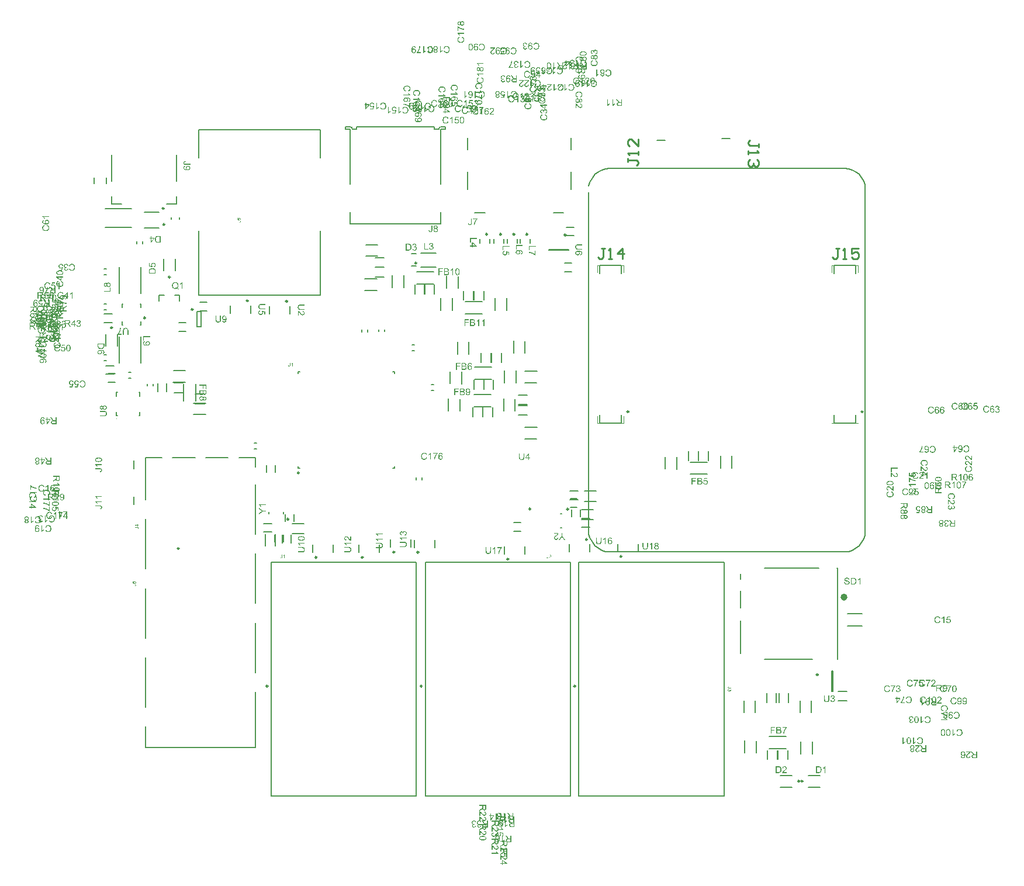
<source format=gto>
G04*
G04 #@! TF.GenerationSoftware,Altium Limited,Altium Designer,24.9.1 (31)*
G04*
G04 Layer_Color=65535*
%FSLAX44Y44*%
%MOMM*%
G71*
G04*
G04 #@! TF.SameCoordinates,5CB356DA-BA5B-4781-A63E-117D8A58D640*
G04*
G04*
G04 #@! TF.FilePolarity,Positive*
G04*
G01*
G75*
%ADD10C,0.2500*%
%ADD11C,0.1000*%
%ADD12C,0.5000*%
%ADD13C,0.2000*%
%ADD14C,0.1200*%
%ADD15C,0.1270*%
%ADD16C,0.2540*%
G36*
X1272501Y456944D02*
X1272488Y456931D01*
X1272462Y456893D01*
X1272412Y456842D01*
X1272335Y456766D01*
X1272259Y456665D01*
X1272158Y456538D01*
X1272043Y456398D01*
X1271916Y456245D01*
X1271777Y456068D01*
X1271637Y455864D01*
X1271485Y455649D01*
X1271319Y455407D01*
X1271154Y455166D01*
X1270989Y454887D01*
X1270824Y454607D01*
X1270646Y454302D01*
X1270634Y454290D01*
X1270608Y454226D01*
X1270557Y454137D01*
X1270494Y454023D01*
X1270418Y453871D01*
X1270341Y453693D01*
X1270240Y453490D01*
X1270138Y453261D01*
X1270024Y453020D01*
X1269910Y452753D01*
X1269795Y452474D01*
X1269681Y452182D01*
X1269453Y451572D01*
X1269249Y450924D01*
Y450911D01*
X1269237Y450873D01*
X1269211Y450797D01*
X1269186Y450708D01*
X1269160Y450594D01*
X1269122Y450454D01*
X1269097Y450302D01*
X1269059Y450124D01*
X1269021Y449934D01*
X1268970Y449730D01*
X1268932Y449502D01*
X1268906Y449273D01*
X1268843Y448778D01*
X1268792Y448245D01*
X1267560D01*
Y448257D01*
Y448295D01*
Y448359D01*
X1267573Y448448D01*
Y448562D01*
X1267586Y448689D01*
X1267598Y448841D01*
X1267624Y449019D01*
X1267649Y449210D01*
X1267674Y449426D01*
X1267713Y449654D01*
X1267751Y449896D01*
X1267802Y450149D01*
X1267865Y450429D01*
X1267928Y450708D01*
X1268005Y451013D01*
Y451039D01*
X1268030Y451089D01*
X1268055Y451178D01*
X1268081Y451292D01*
X1268132Y451445D01*
X1268183Y451610D01*
X1268246Y451800D01*
X1268322Y452016D01*
X1268398Y452258D01*
X1268500Y452499D01*
X1268703Y453032D01*
X1268957Y453591D01*
X1269237Y454163D01*
X1269249Y454175D01*
X1269275Y454226D01*
X1269313Y454315D01*
X1269376Y454417D01*
X1269453Y454544D01*
X1269541Y454696D01*
X1269643Y454874D01*
X1269757Y455052D01*
X1270011Y455458D01*
X1270303Y455890D01*
X1270634Y456322D01*
X1270964Y456728D01*
X1266189D01*
Y457884D01*
X1272501D01*
Y456944D01*
D02*
G37*
G36*
X1255457Y448245D02*
X1254263D01*
Y455877D01*
X1254238Y455864D01*
X1254187Y455814D01*
X1254085Y455725D01*
X1253959Y455623D01*
X1253793Y455496D01*
X1253590Y455356D01*
X1253374Y455204D01*
X1253120Y455052D01*
X1253108D01*
X1253095Y455039D01*
X1253057Y455014D01*
X1253006Y454988D01*
X1252866Y454912D01*
X1252701Y454823D01*
X1252511Y454721D01*
X1252295Y454620D01*
X1252079Y454518D01*
X1251863Y454429D01*
Y455598D01*
X1251876D01*
X1251914Y455623D01*
X1251965Y455649D01*
X1252028Y455687D01*
X1252117Y455725D01*
X1252219Y455788D01*
X1252460Y455915D01*
X1252727Y456080D01*
X1253031Y456284D01*
X1253324Y456499D01*
X1253616Y456741D01*
X1253628Y456754D01*
X1253654Y456766D01*
X1253692Y456804D01*
X1253743Y456855D01*
X1253870Y456982D01*
X1254035Y457160D01*
X1254200Y457350D01*
X1254378Y457579D01*
X1254543Y457808D01*
X1254682Y458049D01*
X1255457D01*
Y448245D01*
D02*
G37*
G36*
X1246250Y457998D02*
X1246364D01*
X1246504Y457985D01*
X1246656Y457973D01*
X1246973Y457947D01*
X1247304Y457896D01*
X1247621Y457833D01*
X1247774Y457795D01*
X1247901Y457744D01*
X1247913D01*
X1247926Y457731D01*
X1247964Y457719D01*
X1248015Y457693D01*
X1248142Y457630D01*
X1248294Y457528D01*
X1248472Y457401D01*
X1248650Y457236D01*
X1248828Y457033D01*
X1248993Y456804D01*
Y456792D01*
X1249006Y456779D01*
X1249031Y456741D01*
X1249056Y456690D01*
X1249120Y456550D01*
X1249196Y456372D01*
X1249272Y456157D01*
X1249336Y455903D01*
X1249387Y455623D01*
X1249399Y455331D01*
Y455318D01*
Y455280D01*
Y455229D01*
X1249387Y455153D01*
X1249374Y455064D01*
X1249361Y454963D01*
X1249310Y454721D01*
X1249234Y454442D01*
X1249120Y454150D01*
X1249044Y454010D01*
X1248955Y453858D01*
X1248840Y453718D01*
X1248726Y453578D01*
X1248713Y453566D01*
X1248701Y453553D01*
X1248650Y453515D01*
X1248599Y453464D01*
X1248523Y453413D01*
X1248434Y453350D01*
X1248332Y453274D01*
X1248218Y453198D01*
X1248078Y453121D01*
X1247926Y453045D01*
X1247748Y452969D01*
X1247558Y452893D01*
X1247355Y452829D01*
X1247139Y452766D01*
X1246897Y452715D01*
X1246643Y452677D01*
X1246669Y452664D01*
X1246732Y452639D01*
X1246821Y452588D01*
X1246935Y452524D01*
X1247189Y452359D01*
X1247304Y452270D01*
X1247418Y452182D01*
X1247431D01*
X1247443Y452156D01*
X1247520Y452093D01*
X1247621Y451978D01*
X1247774Y451826D01*
X1247939Y451648D01*
X1248117Y451419D01*
X1248307Y451166D01*
X1248497Y450886D01*
X1250187Y448245D01*
X1248561D01*
X1247278Y450264D01*
Y450276D01*
X1247253Y450302D01*
X1247227Y450353D01*
X1247189Y450404D01*
X1247139Y450480D01*
X1247075Y450569D01*
X1246948Y450759D01*
X1246796Y450975D01*
X1246643Y451191D01*
X1246491Y451407D01*
X1246339Y451597D01*
X1246326Y451623D01*
X1246275Y451674D01*
X1246211Y451762D01*
X1246123Y451851D01*
X1246021Y451966D01*
X1245907Y452080D01*
X1245792Y452169D01*
X1245678Y452258D01*
X1245665Y452270D01*
X1245627Y452283D01*
X1245576Y452321D01*
X1245500Y452359D01*
X1245411Y452410D01*
X1245310Y452448D01*
X1245094Y452524D01*
X1245081D01*
X1245056Y452537D01*
X1245005D01*
X1244929Y452550D01*
X1244827Y452562D01*
X1244700D01*
X1244560Y452575D01*
X1242884D01*
Y448245D01*
X1241589D01*
Y458011D01*
X1246135D01*
X1246250Y457998D01*
D02*
G37*
G36*
X1261909Y458036D02*
X1261985D01*
X1262175Y458011D01*
X1262391Y457973D01*
X1262620Y457909D01*
X1262861Y457833D01*
X1263090Y457731D01*
X1263102D01*
X1263115Y457719D01*
X1263191Y457668D01*
X1263293Y457604D01*
X1263433Y457503D01*
X1263585Y457363D01*
X1263750Y457211D01*
X1263915Y457033D01*
X1264068Y456817D01*
Y456804D01*
X1264080Y456792D01*
X1264106Y456754D01*
X1264131Y456715D01*
X1264195Y456588D01*
X1264284Y456411D01*
X1264385Y456195D01*
X1264487Y455953D01*
X1264576Y455661D01*
X1264665Y455356D01*
Y455344D01*
X1264677Y455318D01*
X1264690Y455268D01*
X1264703Y455204D01*
X1264715Y455115D01*
X1264741Y455014D01*
X1264753Y454887D01*
X1264779Y454747D01*
X1264804Y454594D01*
X1264817Y454417D01*
X1264842Y454239D01*
X1264855Y454023D01*
X1264868Y453807D01*
X1264881Y453578D01*
X1264893Y453325D01*
Y453058D01*
Y453032D01*
Y452982D01*
Y452893D01*
Y452766D01*
X1264881Y452626D01*
Y452461D01*
X1264868Y452270D01*
X1264855Y452067D01*
X1264804Y451623D01*
X1264741Y451153D01*
X1264652Y450696D01*
X1264601Y450480D01*
X1264538Y450276D01*
Y450264D01*
X1264525Y450226D01*
X1264500Y450175D01*
X1264474Y450099D01*
X1264436Y450010D01*
X1264385Y449908D01*
X1264271Y449680D01*
X1264118Y449413D01*
X1263941Y449146D01*
X1263725Y448880D01*
X1263471Y448651D01*
X1263458D01*
X1263445Y448625D01*
X1263395Y448600D01*
X1263344Y448562D01*
X1263280Y448524D01*
X1263191Y448473D01*
X1263102Y448422D01*
X1262988Y448372D01*
X1262734Y448257D01*
X1262429Y448168D01*
X1262086Y448105D01*
X1261896Y448092D01*
X1261705Y448079D01*
X1261642D01*
X1261566Y448092D01*
X1261477D01*
X1261350Y448105D01*
X1261223Y448130D01*
X1261070Y448168D01*
X1260905Y448206D01*
X1260728Y448257D01*
X1260550Y448321D01*
X1260359Y448410D01*
X1260169Y448498D01*
X1259991Y448613D01*
X1259813Y448753D01*
X1259648Y448905D01*
X1259483Y449083D01*
X1259470Y449095D01*
X1259445Y449146D01*
X1259394Y449210D01*
X1259331Y449311D01*
X1259267Y449451D01*
X1259178Y449616D01*
X1259102Y449807D01*
X1259013Y450035D01*
X1258924Y450302D01*
X1258835Y450594D01*
X1258746Y450911D01*
X1258683Y451280D01*
X1258619Y451674D01*
X1258569Y452093D01*
X1258543Y452562D01*
X1258531Y453058D01*
Y453083D01*
Y453134D01*
Y453223D01*
Y453350D01*
X1258543Y453490D01*
X1258556Y453655D01*
Y453845D01*
X1258581Y454048D01*
X1258619Y454493D01*
X1258683Y454963D01*
X1258772Y455420D01*
X1258823Y455636D01*
X1258886Y455839D01*
Y455852D01*
X1258899Y455890D01*
X1258924Y455941D01*
X1258950Y456017D01*
X1258988Y456106D01*
X1259038Y456207D01*
X1259153Y456449D01*
X1259305Y456703D01*
X1259483Y456982D01*
X1259699Y457249D01*
X1259940Y457477D01*
X1259953Y457490D01*
X1259978Y457503D01*
X1260016Y457528D01*
X1260067Y457566D01*
X1260131Y457604D01*
X1260220Y457655D01*
X1260309Y457706D01*
X1260423Y457770D01*
X1260677Y457871D01*
X1260982Y457960D01*
X1261324Y458023D01*
X1261515Y458049D01*
X1261833D01*
X1261909Y458036D01*
D02*
G37*
G36*
X1279444Y469182D02*
X1279545Y469169D01*
X1279660Y469156D01*
X1279787Y469144D01*
X1279926Y469118D01*
X1280219Y469042D01*
X1280536Y468928D01*
X1280701Y468852D01*
X1280853Y468763D01*
X1281006Y468661D01*
X1281146Y468547D01*
X1281158Y468534D01*
X1281184Y468521D01*
X1281209Y468483D01*
X1281260Y468433D01*
X1281323Y468356D01*
X1281387Y468280D01*
X1281463Y468191D01*
X1281539Y468077D01*
X1281615Y467963D01*
X1281692Y467823D01*
X1281755Y467683D01*
X1281831Y467518D01*
X1281958Y467175D01*
X1281996Y466972D01*
X1282035Y466769D01*
X1280841Y466680D01*
Y466693D01*
X1280828Y466705D01*
Y466743D01*
X1280815Y466794D01*
X1280777Y466921D01*
X1280726Y467074D01*
X1280663Y467239D01*
X1280574Y467404D01*
X1280485Y467556D01*
X1280384Y467696D01*
X1280358Y467721D01*
X1280295Y467772D01*
X1280193Y467861D01*
X1280053Y467950D01*
X1279876Y468039D01*
X1279672Y468128D01*
X1279431Y468178D01*
X1279177Y468204D01*
X1279075D01*
X1278974Y468191D01*
X1278834Y468166D01*
X1278682Y468128D01*
X1278504Y468064D01*
X1278339Y467988D01*
X1278161Y467874D01*
X1278136Y467861D01*
X1278072Y467798D01*
X1277971Y467709D01*
X1277844Y467569D01*
X1277704Y467404D01*
X1277551Y467201D01*
X1277412Y466959D01*
X1277272Y466680D01*
Y466667D01*
X1277259Y466642D01*
X1277247Y466604D01*
X1277221Y466540D01*
X1277196Y466451D01*
X1277170Y466350D01*
X1277145Y466235D01*
X1277107Y466108D01*
X1277082Y465956D01*
X1277056Y465778D01*
X1277031Y465600D01*
X1277005Y465397D01*
X1276980Y465181D01*
X1276955Y464940D01*
X1276942Y464686D01*
Y464432D01*
X1276967Y464445D01*
X1277018Y464534D01*
X1277107Y464648D01*
X1277234Y464788D01*
X1277386Y464953D01*
X1277564Y465105D01*
X1277767Y465270D01*
X1277996Y465397D01*
X1278009D01*
X1278021Y465410D01*
X1278059Y465423D01*
X1278110Y465448D01*
X1278225Y465499D01*
X1278390Y465562D01*
X1278593Y465626D01*
X1278809Y465677D01*
X1279050Y465715D01*
X1279304Y465727D01*
X1279418D01*
X1279507Y465715D01*
X1279609Y465702D01*
X1279736Y465677D01*
X1279863Y465651D01*
X1280015Y465613D01*
X1280168Y465575D01*
X1280333Y465512D01*
X1280498Y465435D01*
X1280676Y465359D01*
X1280853Y465245D01*
X1281019Y465131D01*
X1281184Y464991D01*
X1281349Y464838D01*
X1281362Y464826D01*
X1281387Y464800D01*
X1281425Y464749D01*
X1281488Y464673D01*
X1281552Y464584D01*
X1281615Y464483D01*
X1281692Y464356D01*
X1281781Y464216D01*
X1281857Y464064D01*
X1281933Y463886D01*
X1281996Y463708D01*
X1282073Y463505D01*
X1282124Y463276D01*
X1282162Y463048D01*
X1282187Y462806D01*
X1282200Y462552D01*
Y462540D01*
Y462514D01*
Y462463D01*
Y462400D01*
X1282187Y462311D01*
X1282174Y462222D01*
X1282149Y461994D01*
X1282098Y461740D01*
X1282035Y461447D01*
X1281933Y461155D01*
X1281793Y460851D01*
Y460838D01*
X1281781Y460812D01*
X1281755Y460774D01*
X1281717Y460724D01*
X1281628Y460584D01*
X1281514Y460406D01*
X1281349Y460216D01*
X1281171Y460012D01*
X1280955Y459822D01*
X1280701Y459644D01*
X1280688D01*
X1280676Y459631D01*
X1280638Y459606D01*
X1280587Y459581D01*
X1280511Y459543D01*
X1280434Y459517D01*
X1280244Y459441D01*
X1280015Y459352D01*
X1279749Y459288D01*
X1279456Y459238D01*
X1279139Y459225D01*
X1279075D01*
X1278999Y459238D01*
X1278885D01*
X1278758Y459263D01*
X1278618Y459288D01*
X1278453Y459314D01*
X1278275Y459365D01*
X1278085Y459416D01*
X1277882Y459492D01*
X1277679Y459581D01*
X1277475Y459682D01*
X1277272Y459809D01*
X1277069Y459962D01*
X1276878Y460127D01*
X1276688Y460317D01*
X1276675Y460330D01*
X1276650Y460368D01*
X1276599Y460432D01*
X1276535Y460533D01*
X1276472Y460647D01*
X1276396Y460800D01*
X1276307Y460978D01*
X1276218Y461181D01*
X1276129Y461422D01*
X1276040Y461689D01*
X1275964Y461994D01*
X1275900Y462311D01*
X1275837Y462679D01*
X1275786Y463073D01*
X1275761Y463492D01*
X1275748Y463949D01*
Y463962D01*
Y463988D01*
Y464026D01*
Y464076D01*
Y464140D01*
X1275761Y464216D01*
Y464407D01*
X1275786Y464648D01*
X1275799Y464915D01*
X1275837Y465207D01*
X1275875Y465524D01*
X1275939Y465854D01*
X1276002Y466197D01*
X1276091Y466540D01*
X1276193Y466883D01*
X1276307Y467213D01*
X1276447Y467518D01*
X1276612Y467810D01*
X1276789Y468064D01*
X1276802Y468077D01*
X1276828Y468115D01*
X1276878Y468166D01*
X1276955Y468242D01*
X1277044Y468331D01*
X1277158Y468420D01*
X1277298Y468521D01*
X1277437Y468636D01*
X1277602Y468737D01*
X1277793Y468839D01*
X1277996Y468928D01*
X1278212Y469017D01*
X1278453Y469093D01*
X1278707Y469144D01*
X1278974Y469182D01*
X1279253Y469194D01*
X1279368D01*
X1279444Y469182D01*
D02*
G37*
G36*
X1265156Y459390D02*
X1263962D01*
Y467023D01*
X1263937Y467010D01*
X1263886Y466959D01*
X1263785Y466870D01*
X1263658Y466769D01*
X1263493Y466642D01*
X1263289Y466502D01*
X1263074Y466350D01*
X1262820Y466197D01*
X1262807D01*
X1262794Y466185D01*
X1262756Y466159D01*
X1262705Y466134D01*
X1262566Y466058D01*
X1262400Y465969D01*
X1262210Y465867D01*
X1261994Y465765D01*
X1261778Y465664D01*
X1261562Y465575D01*
Y466743D01*
X1261575D01*
X1261613Y466769D01*
X1261664Y466794D01*
X1261727Y466832D01*
X1261816Y466870D01*
X1261918Y466934D01*
X1262159Y467061D01*
X1262426Y467226D01*
X1262731Y467429D01*
X1263023Y467645D01*
X1263315Y467886D01*
X1263327Y467899D01*
X1263353Y467912D01*
X1263391Y467950D01*
X1263442Y468001D01*
X1263569Y468128D01*
X1263734Y468306D01*
X1263899Y468496D01*
X1264077Y468725D01*
X1264242Y468953D01*
X1264382Y469194D01*
X1265156D01*
Y459390D01*
D02*
G37*
G36*
X1255949Y469144D02*
X1256063D01*
X1256203Y469131D01*
X1256355Y469118D01*
X1256673Y469093D01*
X1257003Y469042D01*
X1257320Y468979D01*
X1257473Y468941D01*
X1257600Y468890D01*
X1257613D01*
X1257625Y468877D01*
X1257663Y468864D01*
X1257714Y468839D01*
X1257841Y468775D01*
X1257993Y468674D01*
X1258171Y468547D01*
X1258349Y468382D01*
X1258527Y468178D01*
X1258692Y467950D01*
Y467937D01*
X1258705Y467924D01*
X1258730Y467886D01*
X1258755Y467836D01*
X1258819Y467696D01*
X1258895Y467518D01*
X1258971Y467302D01*
X1259035Y467048D01*
X1259086Y466769D01*
X1259098Y466477D01*
Y466464D01*
Y466426D01*
Y466375D01*
X1259086Y466299D01*
X1259073Y466210D01*
X1259060Y466108D01*
X1259009Y465867D01*
X1258933Y465588D01*
X1258819Y465296D01*
X1258743Y465156D01*
X1258654Y465004D01*
X1258540Y464864D01*
X1258425Y464724D01*
X1258413Y464711D01*
X1258400Y464699D01*
X1258349Y464661D01*
X1258298Y464610D01*
X1258222Y464559D01*
X1258133Y464496D01*
X1258032Y464419D01*
X1257917Y464343D01*
X1257778Y464267D01*
X1257625Y464191D01*
X1257447Y464114D01*
X1257257Y464038D01*
X1257054Y463975D01*
X1256838Y463911D01*
X1256597Y463861D01*
X1256342Y463822D01*
X1256368Y463810D01*
X1256431Y463784D01*
X1256520Y463733D01*
X1256635Y463670D01*
X1256889Y463505D01*
X1257003Y463416D01*
X1257117Y463327D01*
X1257130D01*
X1257143Y463302D01*
X1257219Y463238D01*
X1257320Y463124D01*
X1257473Y462971D01*
X1257638Y462794D01*
X1257816Y462565D01*
X1258006Y462311D01*
X1258197Y462032D01*
X1259886Y459390D01*
X1258260D01*
X1256977Y461409D01*
Y461422D01*
X1256952Y461447D01*
X1256927Y461498D01*
X1256889Y461549D01*
X1256838Y461625D01*
X1256774Y461714D01*
X1256647Y461905D01*
X1256495Y462121D01*
X1256342Y462337D01*
X1256190Y462552D01*
X1256038Y462743D01*
X1256025Y462768D01*
X1255974Y462819D01*
X1255911Y462908D01*
X1255822Y462997D01*
X1255720Y463111D01*
X1255606Y463226D01*
X1255492Y463314D01*
X1255377Y463403D01*
X1255365Y463416D01*
X1255327Y463429D01*
X1255276Y463467D01*
X1255200Y463505D01*
X1255111Y463556D01*
X1255009Y463594D01*
X1254793Y463670D01*
X1254780D01*
X1254755Y463683D01*
X1254704D01*
X1254628Y463695D01*
X1254526Y463708D01*
X1254399D01*
X1254260Y463721D01*
X1252583D01*
Y459390D01*
X1251288D01*
Y469156D01*
X1255835D01*
X1255949Y469144D01*
D02*
G37*
G36*
X1271608Y469182D02*
X1271684D01*
X1271875Y469156D01*
X1272091Y469118D01*
X1272319Y469055D01*
X1272560Y468979D01*
X1272789Y468877D01*
X1272802D01*
X1272814Y468864D01*
X1272891Y468814D01*
X1272992Y468750D01*
X1273132Y468648D01*
X1273284Y468509D01*
X1273449Y468356D01*
X1273615Y468178D01*
X1273767Y467963D01*
Y467950D01*
X1273780Y467937D01*
X1273805Y467899D01*
X1273830Y467861D01*
X1273894Y467734D01*
X1273983Y467556D01*
X1274084Y467340D01*
X1274186Y467099D01*
X1274275Y466807D01*
X1274364Y466502D01*
Y466489D01*
X1274377Y466464D01*
X1274389Y466413D01*
X1274402Y466350D01*
X1274415Y466261D01*
X1274440Y466159D01*
X1274453Y466032D01*
X1274478Y465892D01*
X1274503Y465740D01*
X1274516Y465562D01*
X1274542Y465384D01*
X1274554Y465169D01*
X1274567Y464953D01*
X1274580Y464724D01*
X1274592Y464470D01*
Y464203D01*
Y464178D01*
Y464127D01*
Y464038D01*
Y463911D01*
X1274580Y463772D01*
Y463606D01*
X1274567Y463416D01*
X1274554Y463213D01*
X1274503Y462768D01*
X1274440Y462298D01*
X1274351Y461841D01*
X1274300Y461625D01*
X1274237Y461422D01*
Y461409D01*
X1274224Y461371D01*
X1274199Y461320D01*
X1274173Y461244D01*
X1274135Y461155D01*
X1274084Y461054D01*
X1273970Y460825D01*
X1273818Y460559D01*
X1273640Y460292D01*
X1273424Y460025D01*
X1273170Y459796D01*
X1273157D01*
X1273145Y459771D01*
X1273094Y459746D01*
X1273043Y459708D01*
X1272980Y459669D01*
X1272891Y459619D01*
X1272802Y459568D01*
X1272687Y459517D01*
X1272433Y459403D01*
X1272129Y459314D01*
X1271786Y459250D01*
X1271595Y459238D01*
X1271405Y459225D01*
X1271341D01*
X1271265Y459238D01*
X1271176D01*
X1271049Y459250D01*
X1270922Y459276D01*
X1270770Y459314D01*
X1270605Y459352D01*
X1270427Y459403D01*
X1270249Y459466D01*
X1270059Y459555D01*
X1269868Y459644D01*
X1269690Y459758D01*
X1269512Y459898D01*
X1269347Y460051D01*
X1269182Y460228D01*
X1269169Y460241D01*
X1269144Y460292D01*
X1269093Y460355D01*
X1269030Y460457D01*
X1268966Y460597D01*
X1268877Y460762D01*
X1268801Y460952D01*
X1268712Y461181D01*
X1268623Y461447D01*
X1268534Y461740D01*
X1268446Y462057D01*
X1268382Y462425D01*
X1268319Y462819D01*
X1268268Y463238D01*
X1268242Y463708D01*
X1268230Y464203D01*
Y464229D01*
Y464280D01*
Y464369D01*
Y464496D01*
X1268242Y464635D01*
X1268255Y464800D01*
Y464991D01*
X1268280Y465194D01*
X1268319Y465639D01*
X1268382Y466108D01*
X1268471Y466566D01*
X1268522Y466782D01*
X1268585Y466985D01*
Y466997D01*
X1268598Y467035D01*
X1268623Y467086D01*
X1268649Y467163D01*
X1268687Y467251D01*
X1268738Y467353D01*
X1268852Y467594D01*
X1269004Y467848D01*
X1269182Y468128D01*
X1269398Y468394D01*
X1269639Y468623D01*
X1269652Y468636D01*
X1269678Y468648D01*
X1269716Y468674D01*
X1269766Y468712D01*
X1269830Y468750D01*
X1269919Y468801D01*
X1270008Y468852D01*
X1270122Y468915D01*
X1270376Y469017D01*
X1270681Y469106D01*
X1271024Y469169D01*
X1271214Y469194D01*
X1271532D01*
X1271608Y469182D01*
D02*
G37*
G36*
X-40773Y461740D02*
X-40786Y461626D01*
Y461512D01*
X-40799Y461372D01*
X-40812Y461219D01*
X-40837Y460902D01*
X-40888Y460572D01*
X-40951Y460254D01*
X-40989Y460102D01*
X-41040Y459975D01*
Y459962D01*
X-41053Y459949D01*
X-41066Y459911D01*
X-41091Y459861D01*
X-41154Y459734D01*
X-41256Y459581D01*
X-41383Y459403D01*
X-41548Y459226D01*
X-41751Y459048D01*
X-41980Y458883D01*
X-41993D01*
X-42005Y458870D01*
X-42043Y458845D01*
X-42094Y458819D01*
X-42234Y458756D01*
X-42412Y458680D01*
X-42628Y458603D01*
X-42882Y458540D01*
X-43161Y458489D01*
X-43453Y458476D01*
X-43466D01*
X-43504D01*
X-43555D01*
X-43631Y458489D01*
X-43720Y458502D01*
X-43821Y458514D01*
X-44063Y458565D01*
X-44342Y458641D01*
X-44634Y458756D01*
X-44774Y458832D01*
X-44926Y458921D01*
X-45066Y459035D01*
X-45206Y459149D01*
X-45218Y459162D01*
X-45231Y459175D01*
X-45269Y459226D01*
X-45320Y459276D01*
X-45371Y459353D01*
X-45434Y459441D01*
X-45511Y459543D01*
X-45587Y459657D01*
X-45663Y459797D01*
X-45739Y459949D01*
X-45815Y460127D01*
X-45891Y460318D01*
X-45955Y460521D01*
X-46019Y460737D01*
X-46069Y460978D01*
X-46107Y461232D01*
X-46120Y461207D01*
X-46146Y461143D01*
X-46196Y461054D01*
X-46260Y460940D01*
X-46425Y460686D01*
X-46514Y460572D01*
X-46603Y460457D01*
Y460445D01*
X-46628Y460432D01*
X-46692Y460356D01*
X-46806Y460254D01*
X-46958Y460102D01*
X-47136Y459937D01*
X-47365Y459759D01*
X-47619Y459568D01*
X-47898Y459378D01*
X-50540Y457689D01*
Y459314D01*
X-48520Y460597D01*
X-48508D01*
X-48482Y460623D01*
X-48432Y460648D01*
X-48381Y460686D01*
X-48305Y460737D01*
X-48216Y460800D01*
X-48025Y460927D01*
X-47809Y461080D01*
X-47593Y461232D01*
X-47377Y461385D01*
X-47187Y461537D01*
X-47161Y461550D01*
X-47111Y461600D01*
X-47022Y461664D01*
X-46933Y461753D01*
X-46819Y461855D01*
X-46704Y461969D01*
X-46615Y462083D01*
X-46526Y462197D01*
X-46514Y462210D01*
X-46501Y462248D01*
X-46463Y462299D01*
X-46425Y462375D01*
X-46374Y462464D01*
X-46336Y462566D01*
X-46260Y462782D01*
Y462794D01*
X-46247Y462820D01*
Y462870D01*
X-46234Y462947D01*
X-46222Y463048D01*
Y463175D01*
X-46209Y463315D01*
Y464991D01*
X-50540D01*
Y466287D01*
X-40773D01*
Y461740D01*
D02*
G37*
G36*
X-43186Y456000D02*
X-43161Y455962D01*
X-43136Y455911D01*
X-43098Y455847D01*
X-43059Y455759D01*
X-42996Y455657D01*
X-42869Y455416D01*
X-42704Y455149D01*
X-42501Y454844D01*
X-42285Y454552D01*
X-42043Y454260D01*
X-42031Y454247D01*
X-42018Y454222D01*
X-41980Y454184D01*
X-41929Y454133D01*
X-41802Y454006D01*
X-41624Y453841D01*
X-41434Y453676D01*
X-41205Y453498D01*
X-40977Y453333D01*
X-40735Y453193D01*
Y452418D01*
X-48726D01*
X-48705Y452393D01*
X-48641Y452317D01*
X-48565Y452228D01*
X-48489Y452114D01*
X-48412Y451999D01*
X-48336Y451860D01*
X-48273Y451720D01*
X-48197Y451555D01*
X-48070Y451212D01*
X-48031Y451009D01*
X-47993Y450806D01*
X-49187Y450717D01*
Y450729D01*
X-49200Y450742D01*
Y450780D01*
X-49212Y450831D01*
X-49251Y450958D01*
X-49301Y451110D01*
X-49365Y451275D01*
X-49454Y451441D01*
X-49543Y451593D01*
X-49644Y451733D01*
X-49670Y451758D01*
X-49733Y451809D01*
X-49835Y451898D01*
X-49974Y451987D01*
X-50152Y452076D01*
X-50356Y452164D01*
X-50597Y452215D01*
X-50851Y452241D01*
X-50952D01*
X-51054Y452228D01*
X-51194Y452203D01*
X-51346Y452164D01*
X-51524Y452101D01*
X-51689Y452025D01*
X-51867Y451910D01*
X-51892Y451898D01*
X-51956Y451834D01*
X-52057Y451745D01*
X-52184Y451606D01*
X-52324Y451441D01*
X-52476Y451237D01*
X-52616Y450996D01*
X-52756Y450717D01*
Y450704D01*
X-52769Y450679D01*
X-52781Y450640D01*
X-52807Y450577D01*
X-52832Y450488D01*
X-52857Y450386D01*
X-52883Y450272D01*
X-52921Y450145D01*
X-52946Y449993D01*
X-52972Y449815D01*
X-52997Y449637D01*
X-53022Y449434D01*
X-53048Y449218D01*
X-53073Y448977D01*
X-53086Y448723D01*
Y448469D01*
X-53061Y448481D01*
X-53010Y448570D01*
X-52921Y448685D01*
X-52794Y448824D01*
X-52642Y448989D01*
X-52464Y449142D01*
X-52260Y449307D01*
X-52032Y449434D01*
X-52019D01*
X-52007Y449447D01*
X-51968Y449459D01*
X-51918Y449485D01*
X-51803Y449536D01*
X-51638Y449599D01*
X-51435Y449663D01*
X-51219Y449713D01*
X-50978Y449751D01*
X-50724Y449764D01*
X-50609D01*
X-50521Y449751D01*
X-50419Y449739D01*
X-50292Y449713D01*
X-50165Y449688D01*
X-50013Y449650D01*
X-49860Y449612D01*
X-49695Y449548D01*
X-49530Y449472D01*
X-49352Y449396D01*
X-49174Y449282D01*
X-49009Y449167D01*
X-48844Y449027D01*
X-48688Y448883D01*
X-48482Y448951D01*
X-48190Y449040D01*
X-47873Y449129D01*
X-47504Y449193D01*
X-47111Y449256D01*
X-46692Y449307D01*
X-46222Y449332D01*
X-45726Y449345D01*
X-45701D01*
X-45650D01*
X-45561D01*
X-45434D01*
X-45295Y449332D01*
X-45129Y449320D01*
X-44939D01*
X-44736Y449294D01*
X-44291Y449256D01*
X-43821Y449193D01*
X-43364Y449104D01*
X-43148Y449053D01*
X-42945Y448989D01*
X-42932D01*
X-42894Y448977D01*
X-42843Y448951D01*
X-42767Y448926D01*
X-42678Y448888D01*
X-42577Y448837D01*
X-42336Y448723D01*
X-42081Y448570D01*
X-41802Y448392D01*
X-41535Y448177D01*
X-41307Y447935D01*
X-41294Y447923D01*
X-41281Y447897D01*
X-41256Y447859D01*
X-41218Y447808D01*
X-41180Y447745D01*
X-41129Y447656D01*
X-41078Y447567D01*
X-41015Y447453D01*
X-40913Y447199D01*
X-40824Y446894D01*
X-40761Y446551D01*
X-40735Y446361D01*
Y446043D01*
X-40748Y445967D01*
Y445891D01*
X-40773Y445700D01*
X-40812Y445484D01*
X-40875Y445256D01*
X-40951Y445014D01*
X-41053Y444786D01*
Y444773D01*
X-41066Y444760D01*
X-41116Y444684D01*
X-41180Y444582D01*
X-41281Y444443D01*
X-41421Y444290D01*
X-41574Y444125D01*
X-41751Y443960D01*
X-41967Y443808D01*
X-41980D01*
X-41993Y443795D01*
X-42031Y443770D01*
X-42043Y443761D01*
Y441477D01*
X-42056Y441363D01*
Y441249D01*
X-42069Y441109D01*
X-42081Y440957D01*
X-42107Y440639D01*
X-42158Y440309D01*
X-42221Y439991D01*
X-42259Y439839D01*
X-42310Y439712D01*
Y439699D01*
X-42323Y439687D01*
X-42336Y439649D01*
X-42361Y439598D01*
X-42377Y439566D01*
X-42323Y439502D01*
X-42259Y439401D01*
X-42170Y439274D01*
X-42094Y439147D01*
X-42031Y438994D01*
X-41891Y438664D01*
X-41840Y438487D01*
X-41835Y438460D01*
X-40773Y437712D01*
Y436734D01*
X-42001D01*
X-42005Y436721D01*
X-42018Y436696D01*
X-42056Y436620D01*
X-42107Y436505D01*
X-42196Y436366D01*
X-42310Y436188D01*
X-42450Y435985D01*
X-42615Y435756D01*
X-42805Y435527D01*
Y435515D01*
X-42831Y435502D01*
X-42869Y435464D01*
X-42907Y435413D01*
X-42970Y435350D01*
X-43047Y435273D01*
X-43135Y435185D01*
X-43250Y435083D01*
X-43364Y434969D01*
X-43504Y434842D01*
X-43656Y434689D01*
X-43772Y434583D01*
X-43771Y434581D01*
X-43555Y434289D01*
X-43313Y433997D01*
X-43301Y433984D01*
X-43288Y433959D01*
X-43250Y433921D01*
X-43199Y433870D01*
X-43072Y433743D01*
X-42894Y433578D01*
X-42704Y433413D01*
X-42475Y433235D01*
X-42247Y433070D01*
X-42005Y432930D01*
Y432156D01*
X-46400D01*
X-46552Y431946D01*
X-41751D01*
Y430790D01*
X-48215D01*
Y430816D01*
Y430867D01*
Y430943D01*
X-48203Y431057D01*
X-48190Y431184D01*
X-48165Y431324D01*
X-48127Y431463D01*
X-48076Y431616D01*
Y431629D01*
X-48063Y431641D01*
X-48050Y431679D01*
X-48025Y431730D01*
X-47974Y431857D01*
X-47885Y432022D01*
X-47810Y432156D01*
X-49673D01*
X-48800Y430790D01*
X-50425D01*
X-51293Y432156D01*
X-51810D01*
Y432968D01*
X-51848Y433026D01*
X-51911Y433114D01*
X-52038Y433305D01*
X-52191Y433521D01*
X-52343Y433737D01*
X-52495Y433953D01*
X-52648Y434143D01*
X-52660Y434169D01*
X-52711Y434219D01*
X-52775Y434308D01*
X-52864Y434397D01*
X-52965Y434511D01*
X-53080Y434626D01*
X-53194Y434715D01*
X-53308Y434804D01*
X-53321Y434816D01*
X-53359Y434829D01*
X-53410Y434867D01*
X-53486Y434905D01*
X-53575Y434956D01*
X-53677Y434994D01*
X-53892Y435070D01*
X-53905D01*
X-53931Y435083D01*
X-53981D01*
X-54057Y435096D01*
X-54159Y435108D01*
X-54286D01*
X-54426Y435121D01*
X-56102D01*
Y433793D01*
X-56077Y433762D01*
X-56064Y433749D01*
X-56052Y433724D01*
X-56013Y433686D01*
X-55963Y433635D01*
X-55836Y433508D01*
X-55658Y433343D01*
X-55467Y433178D01*
X-55239Y433000D01*
X-55010Y432835D01*
X-54769Y432695D01*
Y431921D01*
X-56102D01*
Y430790D01*
X-57398D01*
Y431921D01*
X-64573D01*
Y433114D01*
X-57398D01*
Y433695D01*
X-57461Y433787D01*
X-57614Y434003D01*
X-57766Y434257D01*
Y434270D01*
X-57779Y434283D01*
X-57804Y434321D01*
X-57829Y434372D01*
X-57906Y434511D01*
X-57995Y434677D01*
X-58096Y434867D01*
X-58198Y435083D01*
X-58299Y435299D01*
X-58388Y435515D01*
X-57398D01*
Y437727D01*
X-57487Y437699D01*
X-57791Y438969D01*
X-57779D01*
X-57741Y438982D01*
X-57690Y439007D01*
X-57614Y439033D01*
X-57525Y439071D01*
X-57423Y439109D01*
X-57398Y439122D01*
Y440557D01*
X-55932D01*
X-55899Y440645D01*
X-55823Y440925D01*
X-55772Y441242D01*
X-55747Y441598D01*
Y441712D01*
X-55759Y441788D01*
Y441877D01*
X-55772Y441992D01*
X-55798Y442119D01*
X-55810Y442258D01*
X-55874Y442551D01*
X-55975Y442868D01*
X-56115Y443186D01*
X-56191Y443338D01*
X-56293Y443490D01*
Y443503D01*
X-56318Y443528D01*
X-56344Y443567D01*
X-56394Y443617D01*
X-56509Y443744D01*
X-56674Y443897D01*
X-56877Y444075D01*
X-57131Y444252D01*
X-57290Y444346D01*
Y443427D01*
X-58484D01*
Y444727D01*
X-58604Y444748D01*
X-58922Y444798D01*
X-59265Y444837D01*
X-59620Y444849D01*
X-59633D01*
X-59671D01*
X-59735D01*
X-59823D01*
X-59938Y444837D01*
X-60065Y444824D01*
X-60204D01*
X-60357Y444798D01*
X-60700Y444760D01*
X-61055Y444697D01*
X-61436Y444608D01*
X-61792Y444494D01*
X-61805D01*
X-61830Y444481D01*
X-61881Y444455D01*
X-61944Y444417D01*
X-62021Y444379D01*
X-62109Y444341D01*
X-62313Y444214D01*
X-62541Y444049D01*
X-62770Y443859D01*
X-62986Y443630D01*
X-63176Y443363D01*
Y443351D01*
X-63202Y443325D01*
X-63214Y443287D01*
X-63252Y443224D01*
X-63278Y443160D01*
X-63316Y443071D01*
X-63405Y442868D01*
X-63494Y442614D01*
X-63557Y442335D01*
X-63608Y442030D01*
X-63633Y441700D01*
Y441598D01*
X-63621Y441522D01*
X-63608Y441420D01*
X-63595Y441319D01*
X-63583Y441192D01*
X-63557Y441065D01*
X-63481Y440773D01*
X-63367Y440468D01*
X-63303Y440303D01*
X-63214Y440150D01*
X-63125Y439998D01*
X-63011Y439858D01*
X-62998Y439845D01*
X-62986Y439820D01*
X-62948Y439782D01*
X-62897Y439731D01*
X-62833Y439680D01*
X-62744Y439604D01*
X-62656Y439528D01*
X-62541Y439452D01*
X-62427Y439363D01*
X-62287Y439274D01*
X-62135Y439198D01*
X-61970Y439109D01*
X-61779Y439033D01*
X-61589Y438956D01*
X-61385Y438893D01*
X-61157Y438829D01*
X-61487Y437534D01*
X-61500D01*
X-61551Y437559D01*
X-61639Y437585D01*
X-61754Y437610D01*
X-61881Y437661D01*
X-62033Y437724D01*
X-62198Y437788D01*
X-62389Y437877D01*
X-62579Y437966D01*
X-62783Y438080D01*
X-62973Y438194D01*
X-63176Y438334D01*
X-63379Y438474D01*
X-63570Y438639D01*
X-63748Y438817D01*
X-63913Y439007D01*
X-63925Y439020D01*
X-63951Y439058D01*
X-63989Y439109D01*
X-64040Y439198D01*
X-64103Y439299D01*
X-64180Y439426D01*
X-64243Y439566D01*
X-64319Y439718D01*
X-64408Y439909D01*
X-64472Y440099D01*
X-64548Y440315D01*
X-64611Y440544D01*
X-64662Y440785D01*
X-64700Y441039D01*
X-64726Y441306D01*
X-64738Y441585D01*
Y441738D01*
X-64726Y441852D01*
X-64713Y441979D01*
X-64700Y442144D01*
X-64688Y442309D01*
X-64662Y442500D01*
X-64586Y442906D01*
X-64472Y443338D01*
X-64395Y443554D01*
X-64307Y443770D01*
X-64218Y443973D01*
X-64103Y444163D01*
X-64091Y444176D01*
X-64078Y444202D01*
X-64040Y444252D01*
X-63976Y444328D01*
X-63913Y444405D01*
X-63837Y444506D01*
X-63735Y444608D01*
X-63621Y444722D01*
X-63506Y444849D01*
X-63367Y444963D01*
X-63214Y445090D01*
X-63036Y445218D01*
X-62859Y445345D01*
X-62668Y445459D01*
X-62452Y445573D01*
X-62236Y445675D01*
X-62224D01*
X-62186Y445700D01*
X-62109Y445726D01*
X-62021Y445751D01*
X-61906Y445789D01*
X-61779Y445840D01*
X-61627Y445878D01*
X-61449Y445929D01*
X-61259Y445979D01*
X-61055Y446018D01*
X-60839Y446068D01*
X-60623Y446106D01*
X-60128Y446157D01*
X-59620Y446183D01*
X-59608D01*
X-59557D01*
X-59468D01*
X-59366Y446170D01*
X-59226D01*
X-59074Y446157D01*
X-58909Y446132D01*
X-58719Y446106D01*
X-58515Y446081D01*
X-58484Y446076D01*
Y451060D01*
X-58509Y451047D01*
X-58560Y450996D01*
X-58661Y450907D01*
X-58788Y450806D01*
X-58953Y450679D01*
X-59157Y450539D01*
X-59373Y450386D01*
X-59626Y450234D01*
X-59639D01*
X-59652Y450221D01*
X-59690Y450196D01*
X-59741Y450171D01*
X-59880Y450094D01*
X-60046Y450005D01*
X-60236Y449904D01*
X-60452Y449802D01*
X-60668Y449701D01*
X-60884Y449612D01*
Y450780D01*
X-60871D01*
X-60833Y450806D01*
X-60782Y450831D01*
X-60719Y450869D01*
X-60630Y450907D01*
X-60528Y450971D01*
X-60287Y451098D01*
X-60020Y451263D01*
X-59715Y451466D01*
X-59423Y451682D01*
X-59131Y451923D01*
X-59118Y451936D01*
X-59093Y451949D01*
X-59055Y451987D01*
X-59004Y452037D01*
X-58877Y452164D01*
X-58712Y452342D01*
X-58547Y452533D01*
X-58369Y452761D01*
X-58204Y452990D01*
X-58064Y453231D01*
X-57290D01*
Y445755D01*
X-57182Y445713D01*
X-56966Y445611D01*
X-56953Y445598D01*
X-56915Y445586D01*
X-56852Y445548D01*
X-56775Y445497D01*
X-56687Y445446D01*
X-56572Y445370D01*
X-56458Y445281D01*
X-56318Y445179D01*
X-56039Y444951D01*
X-55759Y444659D01*
X-55480Y444328D01*
X-55353Y444138D01*
X-55239Y443947D01*
X-55226Y443935D01*
X-55213Y443897D01*
X-55188Y443833D01*
X-55150Y443757D01*
X-55099Y443655D01*
X-55048Y443541D01*
X-54997Y443401D01*
X-54934Y443249D01*
X-54883Y443071D01*
X-54832Y442893D01*
X-54731Y442487D01*
X-54667Y442043D01*
X-54642Y441814D01*
Y441433D01*
X-54654Y441331D01*
X-54667Y441204D01*
X-54680Y441052D01*
X-54705Y440887D01*
X-54731Y440709D01*
X-54766Y440557D01*
X-52851D01*
X-52737Y440544D01*
X-52622D01*
X-52483Y440531D01*
X-52330Y440518D01*
X-52013Y440493D01*
X-51683Y440442D01*
X-51365Y440379D01*
X-51213Y440341D01*
X-51086Y440290D01*
X-51073D01*
X-51060Y440277D01*
X-51022Y440265D01*
X-50971Y440239D01*
X-50844Y440176D01*
X-50692Y440074D01*
X-50514Y439947D01*
X-50468Y439904D01*
X-49790Y440334D01*
X-49778D01*
X-49752Y440360D01*
X-49701Y440385D01*
X-49651Y440423D01*
X-49574Y440474D01*
X-49486Y440538D01*
X-49295Y440665D01*
X-49079Y440817D01*
X-48863Y440969D01*
X-48647Y441122D01*
X-48457Y441274D01*
X-48432Y441287D01*
X-48381Y441338D01*
X-48292Y441401D01*
X-48203Y441490D01*
D01*
Y442169D01*
X-47662D01*
X-47644Y442201D01*
X-47606Y442303D01*
X-47530Y442519D01*
Y442532D01*
X-47517Y442557D01*
Y442608D01*
X-47504Y442684D01*
X-47492Y442785D01*
Y442912D01*
X-47479Y443052D01*
Y443114D01*
X-47631Y443135D01*
X-48089Y443224D01*
X-48305Y443274D01*
X-48508Y443338D01*
X-48520D01*
X-48559Y443351D01*
X-48609Y443376D01*
X-48685Y443401D01*
X-48774Y443439D01*
X-48876Y443490D01*
X-49105Y443605D01*
X-49287Y443709D01*
X-49327Y443681D01*
X-49339D01*
X-49352Y443668D01*
X-49390Y443643D01*
X-49441Y443617D01*
X-49517Y443579D01*
X-49594Y443554D01*
X-49784Y443478D01*
X-50013Y443389D01*
X-50279Y443325D01*
X-50571Y443274D01*
X-50889Y443262D01*
X-50952D01*
X-51029Y443274D01*
X-51143D01*
X-51270Y443300D01*
X-51410Y443325D01*
X-51575Y443351D01*
X-51753Y443401D01*
X-51943Y443452D01*
X-52146Y443528D01*
X-52349Y443617D01*
X-52553Y443719D01*
X-52756Y443846D01*
X-52959Y443998D01*
X-53149Y444163D01*
X-53340Y444354D01*
X-53353Y444367D01*
X-53378Y444405D01*
X-53429Y444468D01*
X-53492Y444570D01*
X-53556Y444684D01*
X-53632Y444837D01*
X-53721Y445014D01*
X-53810Y445218D01*
X-53899Y445459D01*
X-53988Y445726D01*
X-54064Y446030D01*
X-54127Y446348D01*
X-54191Y446716D01*
X-54242Y447110D01*
X-54267Y447529D01*
X-54280Y447986D01*
Y447999D01*
Y448024D01*
Y448062D01*
Y448113D01*
Y448177D01*
X-54267Y448253D01*
Y448443D01*
X-54242Y448685D01*
X-54229Y448951D01*
X-54191Y449243D01*
X-54153Y449561D01*
X-54089Y449891D01*
X-54026Y450234D01*
X-53937Y450577D01*
X-53835Y450920D01*
X-53721Y451250D01*
X-53581Y451555D01*
X-53416Y451847D01*
X-53238Y452101D01*
X-53226Y452114D01*
X-53200Y452152D01*
X-53149Y452203D01*
X-53073Y452279D01*
X-52984Y452368D01*
X-52870Y452457D01*
X-52730Y452558D01*
X-52591Y452672D01*
X-52426Y452774D01*
X-52235Y452876D01*
X-52032Y452965D01*
X-51816Y453053D01*
X-51575Y453130D01*
X-51321Y453180D01*
X-51054Y453218D01*
X-50775Y453231D01*
X-50660D01*
X-50584Y453218D01*
X-50540Y453213D01*
Y453612D01*
X-42907D01*
X-42920Y453638D01*
X-42970Y453688D01*
X-43059Y453790D01*
X-43161Y453917D01*
X-43288Y454082D01*
X-43428Y454285D01*
X-43580Y454501D01*
X-43733Y454755D01*
Y454768D01*
X-43745Y454781D01*
X-43771Y454819D01*
X-43796Y454869D01*
X-43872Y455009D01*
X-43961Y455174D01*
X-44063Y455365D01*
X-44164Y455581D01*
X-44266Y455797D01*
X-44355Y456012D01*
X-43186D01*
Y456000D01*
D02*
G37*
G36*
X-66700Y453346D02*
X-66573Y453333D01*
X-66421Y453320D01*
X-66256Y453295D01*
X-66078Y453269D01*
X-65697Y453180D01*
X-65494Y453117D01*
X-65278Y453041D01*
X-65075Y452952D01*
X-64872Y452863D01*
X-64668Y452736D01*
X-64478Y452609D01*
X-64465Y452596D01*
X-64440Y452571D01*
X-64376Y452533D01*
X-64313Y452469D01*
X-64237Y452393D01*
X-64135Y452304D01*
X-64033Y452190D01*
X-63919Y452063D01*
X-63805Y451923D01*
X-63691Y451771D01*
X-63576Y451593D01*
X-63462Y451415D01*
X-63348Y451212D01*
X-63246Y450996D01*
X-63144Y450755D01*
X-63068Y450513D01*
X-64338Y450209D01*
Y450221D01*
X-64351Y450259D01*
X-64376Y450310D01*
X-64402Y450386D01*
X-64440Y450475D01*
X-64478Y450577D01*
X-64592Y450806D01*
X-64732Y451060D01*
X-64897Y451314D01*
X-65100Y451555D01*
X-65215Y451656D01*
X-65329Y451758D01*
X-65342D01*
X-65354Y451783D01*
X-65392Y451809D01*
X-65443Y451834D01*
X-65507Y451872D01*
X-65583Y451910D01*
X-65773Y452012D01*
X-66015Y452101D01*
X-66294Y452177D01*
X-66611Y452228D01*
X-66967Y452253D01*
X-67081D01*
X-67158Y452241D01*
X-67246D01*
X-67361Y452228D01*
X-67488Y452203D01*
X-67628Y452190D01*
X-67920Y452126D01*
X-68237Y452025D01*
X-68555Y451885D01*
X-68707Y451809D01*
X-68859Y451707D01*
X-68872D01*
X-68898Y451682D01*
X-68936Y451656D01*
X-68986Y451606D01*
X-69113Y451491D01*
X-69266Y451326D01*
X-69444Y451123D01*
X-69621Y450869D01*
X-69787Y450590D01*
X-69914Y450259D01*
Y450247D01*
X-69926Y450221D01*
X-69939Y450171D01*
X-69964Y450107D01*
X-69990Y450018D01*
X-70015Y449917D01*
X-70040Y449802D01*
X-70066Y449688D01*
X-70117Y449396D01*
X-70167Y449078D01*
X-70206Y448735D01*
X-70218Y448380D01*
Y448367D01*
Y448329D01*
Y448265D01*
Y448177D01*
X-70206Y448062D01*
X-70193Y447935D01*
Y447796D01*
X-70167Y447643D01*
X-70129Y447300D01*
X-70066Y446945D01*
X-69977Y446564D01*
X-69863Y446208D01*
Y446195D01*
X-69850Y446170D01*
X-69825Y446119D01*
X-69787Y446056D01*
X-69748Y445979D01*
X-69710Y445891D01*
X-69583Y445687D01*
X-69418Y445459D01*
X-69228Y445230D01*
X-68999Y445014D01*
X-68732Y444824D01*
X-68720D01*
X-68694Y444798D01*
X-68656Y444786D01*
X-68593Y444748D01*
X-68529Y444722D01*
X-68440Y444684D01*
X-68237Y444595D01*
X-67983Y444506D01*
X-67704Y444443D01*
X-67399Y444392D01*
X-67069Y444367D01*
X-66967D01*
X-66891Y444379D01*
X-66789Y444392D01*
X-66688Y444405D01*
X-66561Y444417D01*
X-66434Y444443D01*
X-66142Y444519D01*
X-65837Y444633D01*
X-65672Y444697D01*
X-65519Y444786D01*
X-65367Y444875D01*
X-65227Y444989D01*
X-65215Y445002D01*
X-65189Y445014D01*
X-65151Y445052D01*
X-65100Y445103D01*
X-65049Y445167D01*
X-64973Y445256D01*
X-64897Y445345D01*
X-64821Y445459D01*
X-64732Y445573D01*
X-64643Y445713D01*
X-64567Y445865D01*
X-64478Y446030D01*
X-64402Y446221D01*
X-64325Y446411D01*
X-64262Y446614D01*
X-64198Y446843D01*
X-62903Y446513D01*
Y446500D01*
X-62929Y446449D01*
X-62954Y446361D01*
X-62979Y446246D01*
X-63030Y446119D01*
X-63094Y445967D01*
X-63157Y445802D01*
X-63246Y445611D01*
X-63335Y445421D01*
X-63449Y445218D01*
X-63563Y445027D01*
X-63703Y444824D01*
X-63843Y444621D01*
X-64008Y444430D01*
X-64186Y444252D01*
X-64376Y444087D01*
X-64389Y444075D01*
X-64427Y444049D01*
X-64478Y444011D01*
X-64567Y443960D01*
X-64668Y443897D01*
X-64795Y443821D01*
X-64935Y443757D01*
X-65087Y443681D01*
X-65278Y443592D01*
X-65469Y443528D01*
X-65684Y443452D01*
X-65913Y443389D01*
X-66154Y443338D01*
X-66408Y443300D01*
X-66675Y443274D01*
X-66954Y443262D01*
X-67107D01*
X-67221Y443274D01*
X-67348Y443287D01*
X-67513Y443300D01*
X-67678Y443312D01*
X-67869Y443338D01*
X-68275Y443414D01*
X-68707Y443528D01*
X-68923Y443605D01*
X-69139Y443694D01*
X-69342Y443782D01*
X-69532Y443897D01*
X-69545Y443909D01*
X-69571Y443922D01*
X-69621Y443960D01*
X-69698Y444024D01*
X-69774Y444087D01*
X-69875Y444163D01*
X-69977Y444265D01*
X-70091Y444379D01*
X-70218Y444494D01*
X-70333Y444633D01*
X-70460Y444786D01*
X-70587Y444964D01*
X-70714Y445141D01*
X-70828Y445332D01*
X-70942Y445548D01*
X-71044Y445764D01*
Y445776D01*
X-71069Y445814D01*
X-71095Y445891D01*
X-71120Y445979D01*
X-71158Y446094D01*
X-71209Y446221D01*
X-71247Y446373D01*
X-71298Y446551D01*
X-71349Y446741D01*
X-71387Y446945D01*
X-71438Y447161D01*
X-71476Y447377D01*
X-71526Y447872D01*
X-71552Y448380D01*
Y448393D01*
Y448443D01*
Y448532D01*
X-71539Y448634D01*
Y448774D01*
X-71526Y448926D01*
X-71501Y449091D01*
X-71476Y449282D01*
X-71450Y449485D01*
X-71412Y449701D01*
X-71311Y450145D01*
X-71171Y450590D01*
X-71082Y450818D01*
X-70980Y451034D01*
X-70968Y451047D01*
X-70955Y451085D01*
X-70917Y451148D01*
X-70866Y451225D01*
X-70815Y451314D01*
X-70739Y451428D01*
X-70650Y451542D01*
X-70549Y451682D01*
X-70320Y451961D01*
X-70028Y452241D01*
X-69698Y452520D01*
X-69507Y452647D01*
X-69317Y452761D01*
X-69304Y452774D01*
X-69266Y452787D01*
X-69202Y452812D01*
X-69126Y452850D01*
X-69025Y452901D01*
X-68910Y452952D01*
X-68770Y453003D01*
X-68618Y453066D01*
X-68440Y453117D01*
X-68263Y453168D01*
X-67856Y453269D01*
X-67412Y453333D01*
X-67183Y453358D01*
X-66802D01*
X-66700Y453346D01*
D02*
G37*
G36*
X-37230Y440582D02*
X-37154D01*
X-37052Y440569D01*
X-36824Y440531D01*
X-36557Y440468D01*
X-36265Y440379D01*
X-35960Y440252D01*
X-35655Y440074D01*
X-35642D01*
X-35617Y440049D01*
X-35579Y440023D01*
X-35528Y439985D01*
X-35389Y439858D01*
X-35211Y439706D01*
X-35020Y439490D01*
X-34817Y439249D01*
X-34627Y438956D01*
X-34461Y438614D01*
Y438601D01*
X-34449Y438575D01*
X-34423Y438512D01*
X-34398Y438436D01*
X-34360Y438334D01*
X-34334Y438220D01*
X-34296Y438080D01*
X-34246Y437915D01*
X-34207Y437725D01*
X-34169Y437521D01*
X-34144Y437305D01*
X-34106Y437051D01*
X-34080Y436785D01*
X-34055Y436505D01*
X-34042Y436201D01*
Y435870D01*
Y435845D01*
Y435794D01*
Y435692D01*
Y435565D01*
X-34055Y435400D01*
X-34068Y435223D01*
X-34080Y435019D01*
X-34093Y434791D01*
X-34118Y434562D01*
X-34144Y434321D01*
X-34207Y433813D01*
X-34309Y433330D01*
X-34372Y433102D01*
X-34449Y432886D01*
Y432873D01*
X-34461Y432835D01*
X-34487Y432784D01*
X-34525Y432708D01*
X-34563Y432606D01*
X-34614Y432505D01*
X-34753Y432263D01*
X-34919Y431984D01*
X-35134Y431705D01*
X-35376Y431438D01*
X-35668Y431197D01*
X-35681D01*
X-35706Y431171D01*
X-35744Y431146D01*
X-35808Y431108D01*
X-35884Y431070D01*
X-35973Y431019D01*
X-36087Y430968D01*
X-36201Y430917D01*
X-36481Y430803D01*
X-36798Y430714D01*
X-37154Y430651D01*
X-37344Y430638D01*
X-37548Y430625D01*
X-37662D01*
X-37738Y430638D01*
X-37840Y430651D01*
X-37941Y430663D01*
X-38068Y430676D01*
X-38208Y430701D01*
X-38500Y430778D01*
X-38818Y430892D01*
X-38970Y430968D01*
X-39122Y431057D01*
X-39275Y431146D01*
X-39414Y431260D01*
X-39427Y431273D01*
X-39440Y431286D01*
X-39478Y431324D01*
X-39529Y431375D01*
X-39592Y431438D01*
X-39656Y431527D01*
X-39719Y431616D01*
X-39795Y431717D01*
X-39872Y431844D01*
X-39948Y431971D01*
X-40011Y432124D01*
X-40087Y432289D01*
X-40151Y432454D01*
X-40202Y432645D01*
X-40240Y432835D01*
X-40278Y433051D01*
X-39122Y433140D01*
Y433127D01*
X-39110Y433102D01*
Y433064D01*
X-39097Y433013D01*
X-39059Y432860D01*
X-38995Y432695D01*
X-38932Y432492D01*
X-38830Y432302D01*
X-38716Y432124D01*
X-38576Y431971D01*
X-38551Y431959D01*
X-38500Y431921D01*
X-38411Y431857D01*
X-38284Y431794D01*
X-38132Y431730D01*
X-37954Y431667D01*
X-37738Y431629D01*
X-37509Y431616D01*
X-37420D01*
X-37319Y431629D01*
X-37179Y431641D01*
X-37039Y431679D01*
X-36874Y431717D01*
X-36709Y431781D01*
X-36544Y431857D01*
X-36532Y431870D01*
X-36468Y431908D01*
X-36392Y431959D01*
X-36303Y432035D01*
X-36189Y432136D01*
X-36074Y432251D01*
X-35960Y432378D01*
X-35858Y432530D01*
X-35846Y432556D01*
X-35808Y432606D01*
X-35770Y432708D01*
X-35706Y432835D01*
X-35630Y433000D01*
X-35554Y433191D01*
X-35477Y433419D01*
X-35414Y433673D01*
Y433686D01*
X-35401Y433711D01*
Y433749D01*
X-35389Y433800D01*
X-35376Y433864D01*
X-35363Y433940D01*
X-35325Y434130D01*
X-35287Y434346D01*
X-35261Y434600D01*
X-35249Y434867D01*
X-35236Y435146D01*
Y435159D01*
Y435210D01*
Y435286D01*
Y435388D01*
X-35249Y435362D01*
X-35300Y435299D01*
X-35389Y435185D01*
X-35503Y435058D01*
X-35642Y434905D01*
X-35808Y434753D01*
X-36011Y434600D01*
X-36227Y434461D01*
X-36239D01*
X-36252Y434448D01*
X-36290Y434422D01*
X-36341Y434410D01*
X-36455Y434346D01*
X-36633Y434283D01*
X-36824Y434219D01*
X-37052Y434156D01*
X-37306Y434118D01*
X-37573Y434105D01*
X-37687D01*
X-37776Y434118D01*
X-37878Y434130D01*
X-38005Y434156D01*
X-38132Y434181D01*
X-38284Y434219D01*
X-38437Y434257D01*
X-38602Y434321D01*
X-38767Y434384D01*
X-38944Y434473D01*
X-39122Y434575D01*
X-39287Y434689D01*
X-39453Y434829D01*
X-39618Y434981D01*
X-39630Y434994D01*
X-39656Y435019D01*
X-39694Y435070D01*
X-39745Y435146D01*
X-39808Y435223D01*
X-39884Y435337D01*
X-39960Y435464D01*
X-40037Y435604D01*
X-40113Y435756D01*
X-40189Y435934D01*
X-40265Y436124D01*
X-40329Y436328D01*
X-40380Y436543D01*
X-40418Y436785D01*
X-40443Y437026D01*
X-40456Y437293D01*
Y437305D01*
Y437356D01*
Y437432D01*
X-40443Y437534D01*
X-40430Y437661D01*
X-40405Y437813D01*
X-40380Y437979D01*
X-40342Y438144D01*
X-40240Y438525D01*
X-40176Y438728D01*
X-40087Y438931D01*
X-39986Y439122D01*
X-39872Y439325D01*
X-39745Y439502D01*
X-39592Y439680D01*
X-39580Y439693D01*
X-39554Y439718D01*
X-39503Y439769D01*
X-39440Y439820D01*
X-39351Y439896D01*
X-39249Y439972D01*
X-39122Y440049D01*
X-38983Y440137D01*
X-38843Y440226D01*
X-38665Y440303D01*
X-38487Y440379D01*
X-38297Y440455D01*
X-38094Y440506D01*
X-37865Y440557D01*
X-37636Y440582D01*
X-37395Y440595D01*
X-37306D01*
X-37230Y440582D01*
D02*
G37*
G36*
X-54934Y422459D02*
X-55874D01*
X-55886Y422472D01*
X-55925Y422497D01*
X-55975Y422548D01*
X-56052Y422624D01*
X-56153Y422700D01*
X-56280Y422802D01*
X-56420Y422916D01*
X-56572Y423043D01*
X-56750Y423183D01*
X-56953Y423323D01*
X-57169Y423475D01*
X-57410Y423640D01*
X-57652Y423805D01*
X-57931Y423970D01*
X-58211Y424136D01*
X-58515Y424313D01*
X-58528Y424326D01*
X-58591Y424351D01*
X-58680Y424402D01*
X-58795Y424466D01*
X-58947Y424542D01*
X-59125Y424618D01*
X-59328Y424720D01*
X-59557Y424821D01*
X-59798Y424936D01*
X-60065Y425050D01*
X-60344Y425164D01*
X-60636Y425279D01*
X-61246Y425507D01*
X-61894Y425710D01*
X-61906D01*
X-61944Y425723D01*
X-62021Y425748D01*
X-62109Y425774D01*
X-62224Y425799D01*
X-62363Y425837D01*
X-62516Y425863D01*
X-62694Y425901D01*
X-62884Y425939D01*
X-63087Y425990D01*
X-63316Y426028D01*
X-63545Y426053D01*
X-64040Y426117D01*
X-64573Y426167D01*
Y427399D01*
X-64560D01*
X-64522D01*
X-64459D01*
X-64370Y427387D01*
X-64256D01*
X-64129Y427374D01*
X-63976Y427361D01*
X-63798Y427336D01*
X-63608Y427310D01*
X-63392Y427285D01*
X-63163Y427247D01*
X-62922Y427209D01*
X-62668Y427158D01*
X-62389Y427095D01*
X-62109Y427031D01*
X-61805Y426955D01*
X-61779D01*
X-61728Y426930D01*
X-61639Y426904D01*
X-61525Y426879D01*
X-61373Y426828D01*
X-61208Y426777D01*
X-61017Y426714D01*
X-60801Y426637D01*
X-60560Y426561D01*
X-60319Y426460D01*
X-59785Y426256D01*
X-59226Y426002D01*
X-58655Y425723D01*
X-58642Y425710D01*
X-58591Y425685D01*
X-58503Y425647D01*
X-58401Y425583D01*
X-58274Y425507D01*
X-58122Y425418D01*
X-57944Y425317D01*
X-57766Y425202D01*
X-57360Y424948D01*
X-56928Y424656D01*
X-56496Y424326D01*
X-56090Y423996D01*
Y428771D01*
X-54934D01*
Y422459D01*
D02*
G37*
G36*
X-46565Y429070D02*
X-46399Y429057D01*
X-46209D01*
X-46006Y429031D01*
X-45561Y428993D01*
X-45091Y428930D01*
X-44634Y428841D01*
X-44418Y428790D01*
X-44215Y428727D01*
X-44202D01*
X-44164Y428714D01*
X-44113Y428689D01*
X-44037Y428663D01*
X-43948Y428625D01*
X-43847Y428574D01*
X-43605Y428460D01*
X-43351Y428307D01*
X-43072Y428130D01*
X-42805Y427914D01*
X-42577Y427673D01*
X-42564Y427660D01*
X-42551Y427634D01*
X-42526Y427596D01*
X-42488Y427546D01*
X-42450Y427482D01*
X-42399Y427393D01*
X-42348Y427304D01*
X-42285Y427190D01*
X-42183Y426936D01*
X-42094Y426631D01*
X-42031Y426288D01*
X-42005Y426098D01*
Y425780D01*
X-42018Y425704D01*
Y425628D01*
X-42043Y425437D01*
X-42081Y425221D01*
X-42145Y424993D01*
X-42221Y424752D01*
X-42323Y424523D01*
Y424510D01*
X-42336Y424497D01*
X-42386Y424421D01*
X-42450Y424320D01*
X-42551Y424180D01*
X-42691Y424028D01*
X-42843Y423862D01*
X-43021Y423697D01*
X-43237Y423545D01*
X-43250D01*
X-43263Y423532D01*
X-43301Y423507D01*
X-43339Y423481D01*
X-43466Y423418D01*
X-43644Y423329D01*
X-43860Y423228D01*
X-44101Y423126D01*
X-44393Y423037D01*
X-44698Y422948D01*
X-44710D01*
X-44736Y422935D01*
X-44787Y422923D01*
X-44850Y422910D01*
X-44939Y422897D01*
X-45041Y422872D01*
X-45168Y422859D01*
X-45307Y422834D01*
X-45460Y422808D01*
X-45637Y422796D01*
X-45815Y422770D01*
X-46031Y422758D01*
X-46247Y422745D01*
X-46476Y422732D01*
X-46730Y422719D01*
X-46996D01*
X-47022D01*
X-47073D01*
X-47161D01*
X-47288D01*
X-47428Y422732D01*
X-47593D01*
X-47784Y422745D01*
X-47987Y422758D01*
X-48432Y422808D01*
X-48901Y422872D01*
X-49359Y422961D01*
X-49574Y423012D01*
X-49778Y423075D01*
X-49790D01*
X-49829Y423088D01*
X-49879Y423113D01*
X-49956Y423139D01*
X-50044Y423177D01*
X-50146Y423228D01*
X-50375Y423342D01*
X-50641Y423494D01*
X-50908Y423672D01*
X-51175Y423888D01*
X-51403Y424142D01*
Y424155D01*
X-51429Y424167D01*
X-51454Y424218D01*
X-51492Y424269D01*
X-51530Y424332D01*
X-51581Y424421D01*
X-51632Y424510D01*
X-51683Y424624D01*
X-51797Y424879D01*
X-51886Y425183D01*
X-51949Y425526D01*
X-51962Y425717D01*
X-51975Y425907D01*
Y425971D01*
X-51962Y426047D01*
Y426136D01*
X-51949Y426263D01*
X-51924Y426390D01*
X-51886Y426542D01*
X-51848Y426707D01*
X-51797Y426885D01*
X-51733Y427063D01*
X-51645Y427253D01*
X-51556Y427444D01*
X-51441Y427622D01*
X-51302Y427799D01*
X-51149Y427965D01*
X-50971Y428130D01*
X-50959Y428142D01*
X-50908Y428168D01*
X-50844Y428219D01*
X-50743Y428282D01*
X-50603Y428346D01*
X-50438Y428434D01*
X-50248Y428511D01*
X-50019Y428600D01*
X-49752Y428689D01*
X-49460Y428777D01*
X-49143Y428866D01*
X-48774Y428930D01*
X-48381Y428993D01*
X-47962Y429044D01*
X-47492Y429070D01*
X-46996Y429082D01*
X-46971D01*
X-46920D01*
X-46831D01*
X-46704D01*
X-46565Y429070D01*
D02*
G37*
G36*
X-54934Y414877D02*
X-55874D01*
X-55886Y414890D01*
X-55925Y414915D01*
X-55975Y414966D01*
X-56052Y415042D01*
X-56153Y415118D01*
X-56280Y415220D01*
X-56420Y415334D01*
X-56572Y415461D01*
X-56750Y415601D01*
X-56953Y415741D01*
X-57169Y415893D01*
X-57410Y416058D01*
X-57652Y416223D01*
X-57931Y416389D01*
X-58211Y416554D01*
X-58515Y416731D01*
X-58528Y416744D01*
X-58591Y416769D01*
X-58680Y416820D01*
X-58795Y416884D01*
X-58947Y416960D01*
X-59125Y417036D01*
X-59328Y417138D01*
X-59557Y417239D01*
X-59798Y417354D01*
X-60065Y417468D01*
X-60344Y417582D01*
X-60636Y417697D01*
X-61246Y417925D01*
X-61894Y418128D01*
X-61906D01*
X-61944Y418141D01*
X-62021Y418167D01*
X-62109Y418192D01*
X-62224Y418217D01*
X-62363Y418255D01*
X-62516Y418281D01*
X-62694Y418319D01*
X-62884Y418357D01*
X-63087Y418408D01*
X-63316Y418446D01*
X-63545Y418471D01*
X-64040Y418535D01*
X-64573Y418586D01*
Y419818D01*
X-64560D01*
X-64522D01*
X-64459D01*
X-64370Y419805D01*
X-64256D01*
X-64129Y419792D01*
X-63976Y419779D01*
X-63798Y419754D01*
X-63608Y419729D01*
X-63392Y419703D01*
X-63163Y419665D01*
X-62922Y419627D01*
X-62668Y419576D01*
X-62389Y419513D01*
X-62109Y419449D01*
X-61805Y419373D01*
X-61779D01*
X-61728Y419348D01*
X-61639Y419322D01*
X-61525Y419297D01*
X-61373Y419246D01*
X-61208Y419195D01*
X-61017Y419132D01*
X-60801Y419055D01*
X-60560Y418979D01*
X-60319Y418878D01*
X-59785Y418675D01*
X-59226Y418420D01*
X-58655Y418141D01*
X-58642Y418128D01*
X-58591Y418103D01*
X-58503Y418065D01*
X-58401Y418001D01*
X-58274Y417925D01*
X-58122Y417836D01*
X-57944Y417735D01*
X-57766Y417620D01*
X-57360Y417366D01*
X-56928Y417074D01*
X-56496Y416744D01*
X-56090Y416414D01*
Y421189D01*
X-54934D01*
Y414877D01*
D02*
G37*
G36*
X-49168Y420243D02*
X-49181D01*
X-49206Y420230D01*
X-49257D01*
X-49321Y420218D01*
X-49397Y420192D01*
X-49486Y420167D01*
X-49676Y420116D01*
X-49905Y420027D01*
X-50133Y419913D01*
X-50349Y419773D01*
X-50540Y419608D01*
X-50552Y419583D01*
X-50603Y419519D01*
X-50679Y419405D01*
X-50756Y419265D01*
X-50844Y419087D01*
X-50908Y418871D01*
X-50959Y418643D01*
X-50984Y418376D01*
Y418287D01*
X-50971Y418224D01*
X-50959Y418160D01*
X-50946Y418071D01*
X-50908Y417868D01*
X-50832Y417627D01*
X-50705Y417385D01*
X-50641Y417258D01*
X-50552Y417132D01*
X-50451Y417017D01*
X-50336Y416903D01*
X-50324Y416890D01*
X-50311Y416878D01*
X-50273Y416852D01*
X-50222Y416814D01*
X-50159Y416763D01*
X-50070Y416712D01*
X-49981Y416662D01*
X-49879Y416598D01*
X-49625Y416497D01*
X-49333Y416395D01*
X-48990Y416331D01*
X-48812Y416306D01*
X-48609D01*
X-48597D01*
X-48559D01*
X-48508D01*
X-48444Y416319D01*
X-48355D01*
X-48254Y416331D01*
X-48025Y416382D01*
X-47758Y416446D01*
X-47492Y416547D01*
X-47225Y416687D01*
X-47098Y416776D01*
X-46984Y416878D01*
X-46971D01*
X-46958Y416903D01*
X-46933Y416941D01*
X-46895Y416979D01*
X-46793Y417106D01*
X-46679Y417284D01*
X-46577Y417500D01*
X-46476Y417754D01*
X-46412Y418059D01*
X-46387Y418211D01*
Y418490D01*
X-46399Y418592D01*
X-46425Y418744D01*
X-46450Y418897D01*
X-46501Y419075D01*
X-46577Y419265D01*
X-46666Y419443D01*
X-46679Y419468D01*
X-46717Y419519D01*
X-46768Y419595D01*
X-46857Y419697D01*
X-46946Y419811D01*
X-47073Y419938D01*
X-47200Y420052D01*
X-47352Y420154D01*
X-47187Y421284D01*
X-42170Y420345D01*
Y415493D01*
X-43313D01*
Y419392D01*
X-45955Y419913D01*
X-45942Y419900D01*
X-45930Y419875D01*
X-45891Y419824D01*
X-45853Y419760D01*
X-45815Y419684D01*
X-45752Y419583D01*
X-45701Y419481D01*
X-45637Y419354D01*
X-45523Y419075D01*
X-45434Y418770D01*
X-45358Y418427D01*
X-45345Y418249D01*
X-45333Y418071D01*
Y417944D01*
X-45345Y417855D01*
X-45358Y417754D01*
X-45384Y417627D01*
X-45409Y417487D01*
X-45447Y417322D01*
X-45485Y417157D01*
X-45549Y416992D01*
X-45625Y416814D01*
X-45701Y416623D01*
X-45815Y416446D01*
X-45930Y416268D01*
X-46069Y416090D01*
X-46222Y415925D01*
X-46234Y415912D01*
X-46260Y415887D01*
X-46311Y415849D01*
X-46387Y415785D01*
X-46476Y415722D01*
X-46577Y415646D01*
X-46704Y415557D01*
X-46844Y415480D01*
X-46996Y415392D01*
X-47174Y415315D01*
X-47352Y415239D01*
X-47555Y415176D01*
X-47784Y415112D01*
X-48012Y415074D01*
X-48254Y415049D01*
X-48508Y415036D01*
X-48520D01*
X-48571D01*
X-48635D01*
X-48724Y415049D01*
X-48838Y415061D01*
X-48978Y415074D01*
X-49130Y415099D01*
X-49282Y415138D01*
X-49651Y415227D01*
X-49841Y415290D01*
X-50032Y415366D01*
X-50222Y415455D01*
X-50413Y415557D01*
X-50603Y415671D01*
X-50794Y415811D01*
X-50806Y415823D01*
X-50844Y415849D01*
X-50908Y415912D01*
X-50971Y415989D01*
X-51073Y416077D01*
X-51162Y416192D01*
X-51276Y416331D01*
X-51378Y416484D01*
X-51492Y416662D01*
X-51606Y416852D01*
X-51695Y417055D01*
X-51784Y417284D01*
X-51860Y417538D01*
X-51924Y417805D01*
X-51962Y418084D01*
X-51975Y418376D01*
Y418503D01*
X-51962Y418592D01*
X-51949Y418706D01*
X-51937Y418846D01*
X-51911Y418986D01*
X-51886Y419151D01*
X-51797Y419494D01*
X-51733Y419672D01*
X-51657Y419849D01*
X-51581Y420040D01*
X-51480Y420218D01*
X-51365Y420383D01*
X-51238Y420548D01*
X-51226Y420560D01*
X-51200Y420586D01*
X-51162Y420624D01*
X-51098Y420675D01*
X-51022Y420751D01*
X-50933Y420815D01*
X-50832Y420903D01*
X-50705Y420980D01*
X-50578Y421068D01*
X-50425Y421145D01*
X-50260Y421234D01*
X-50083Y421297D01*
X-49892Y421373D01*
X-49701Y421424D01*
X-49486Y421475D01*
X-49257Y421500D01*
X-49168Y420243D01*
D02*
G37*
G36*
X573211Y1063166D02*
X565578D01*
X565591Y1063141D01*
X565641Y1063090D01*
X565730Y1062989D01*
X565832Y1062861D01*
X565959Y1062696D01*
X566099Y1062493D01*
X566251Y1062277D01*
X566403Y1062023D01*
Y1062011D01*
X566416Y1061998D01*
X566441Y1061960D01*
X566467Y1061909D01*
X566543Y1061769D01*
X566632Y1061604D01*
X566734Y1061414D01*
X566835Y1061198D01*
X566937Y1060982D01*
X567026Y1060766D01*
X565857D01*
Y1060779D01*
X565832Y1060817D01*
X565807Y1060868D01*
X565768Y1060931D01*
X565730Y1061020D01*
X565667Y1061122D01*
X565540Y1061363D01*
X565375Y1061630D01*
X565172Y1061934D01*
X564956Y1062226D01*
X564714Y1062519D01*
X564702Y1062531D01*
X564689Y1062557D01*
X564651Y1062595D01*
X564600Y1062646D01*
X564473Y1062773D01*
X564295Y1062938D01*
X564105Y1063103D01*
X563876Y1063281D01*
X563647Y1063446D01*
X563406Y1063585D01*
Y1064360D01*
X573211D01*
Y1063166D01*
D02*
G37*
G36*
X570633Y1058671D02*
X570747Y1058658D01*
X570874Y1058632D01*
X571001Y1058607D01*
X571153Y1058569D01*
X571318Y1058531D01*
X571483Y1058467D01*
X571661Y1058391D01*
X571839Y1058315D01*
X572017Y1058201D01*
X572195Y1058086D01*
X572360Y1057947D01*
X572525Y1057794D01*
X572537Y1057782D01*
X572563Y1057756D01*
X572601Y1057705D01*
X572652Y1057629D01*
X572728Y1057540D01*
X572791Y1057439D01*
X572868Y1057312D01*
X572944Y1057172D01*
X573033Y1057007D01*
X573109Y1056842D01*
X573172Y1056651D01*
X573236Y1056435D01*
X573299Y1056219D01*
X573338Y1055978D01*
X573363Y1055737D01*
X573376Y1055470D01*
Y1055330D01*
X573363Y1055229D01*
X573350Y1055102D01*
X573325Y1054962D01*
X573299Y1054810D01*
X573274Y1054632D01*
X573172Y1054264D01*
X573096Y1054073D01*
X573020Y1053870D01*
X572919Y1053679D01*
X572804Y1053489D01*
X572677Y1053311D01*
X572525Y1053133D01*
X572512Y1053121D01*
X572487Y1053095D01*
X572436Y1053057D01*
X572372Y1052994D01*
X572284Y1052930D01*
X572182Y1052854D01*
X572068Y1052778D01*
X571941Y1052701D01*
X571788Y1052613D01*
X571636Y1052536D01*
X571458Y1052460D01*
X571268Y1052397D01*
X571064Y1052333D01*
X570848Y1052295D01*
X570620Y1052270D01*
X570391Y1052257D01*
X570378D01*
X570353D01*
X570302D01*
X570226Y1052270D01*
X570150D01*
X570061Y1052282D01*
X569832Y1052320D01*
X569578Y1052371D01*
X569324Y1052460D01*
X569058Y1052574D01*
X568804Y1052740D01*
X568791D01*
X568778Y1052765D01*
X568702Y1052829D01*
X568588Y1052943D01*
X568448Y1053095D01*
X568308Y1053286D01*
X568156Y1053527D01*
X568029Y1053794D01*
X567927Y1054111D01*
Y1054099D01*
X567915Y1054073D01*
X567902Y1054035D01*
X567877Y1053984D01*
X567813Y1053857D01*
X567724Y1053692D01*
X567610Y1053514D01*
X567483Y1053324D01*
X567318Y1053159D01*
X567140Y1053006D01*
X567115Y1052994D01*
X567051Y1052955D01*
X566937Y1052892D01*
X566797Y1052829D01*
X566619Y1052765D01*
X566416Y1052701D01*
X566188Y1052663D01*
X565933Y1052651D01*
X565921D01*
X565883D01*
X565832D01*
X565756Y1052663D01*
X565667Y1052676D01*
X565552Y1052689D01*
X565311Y1052752D01*
X565032Y1052841D01*
X564879Y1052905D01*
X564727Y1052968D01*
X564575Y1053057D01*
X564422Y1053159D01*
X564282Y1053273D01*
X564143Y1053413D01*
X564130Y1053425D01*
X564105Y1053451D01*
X564079Y1053489D01*
X564029Y1053552D01*
X563978Y1053629D01*
X563914Y1053717D01*
X563838Y1053832D01*
X563774Y1053959D01*
X563711Y1054086D01*
X563635Y1054238D01*
X563571Y1054416D01*
X563521Y1054594D01*
X563470Y1054784D01*
X563432Y1054987D01*
X563419Y1055216D01*
X563406Y1055445D01*
Y1055572D01*
X563419Y1055661D01*
X563432Y1055762D01*
X563444Y1055889D01*
X563470Y1056029D01*
X563495Y1056181D01*
X563584Y1056512D01*
X563647Y1056677D01*
X563724Y1056854D01*
X563813Y1057020D01*
X563901Y1057197D01*
X564029Y1057350D01*
X564156Y1057502D01*
X564168Y1057515D01*
X564194Y1057540D01*
X564232Y1057578D01*
X564282Y1057629D01*
X564359Y1057680D01*
X564448Y1057756D01*
X564549Y1057820D01*
X564651Y1057896D01*
X564917Y1058036D01*
X565222Y1058163D01*
X565400Y1058213D01*
X565578Y1058251D01*
X565768Y1058277D01*
X565959Y1058289D01*
X565972D01*
X565984D01*
X566022D01*
X566073D01*
X566200Y1058277D01*
X566365Y1058239D01*
X566556Y1058201D01*
X566746Y1058137D01*
X566950Y1058048D01*
X567153Y1057921D01*
X567178Y1057908D01*
X567229Y1057858D01*
X567318Y1057769D01*
X567432Y1057654D01*
X567559Y1057502D01*
X567686Y1057312D01*
X567813Y1057096D01*
X567927Y1056842D01*
Y1056854D01*
X567940Y1056880D01*
X567953Y1056931D01*
X567978Y1056994D01*
X568016Y1057070D01*
X568054Y1057147D01*
X568156Y1057350D01*
X568283Y1057578D01*
X568448Y1057807D01*
X568639Y1058023D01*
X568867Y1058213D01*
X568880D01*
X568893Y1058239D01*
X568931Y1058251D01*
X568982Y1058289D01*
X569045Y1058328D01*
X569121Y1058366D01*
X569299Y1058455D01*
X569528Y1058531D01*
X569794Y1058607D01*
X570099Y1058658D01*
X570429Y1058683D01*
X570442D01*
X570480D01*
X570544D01*
X570633Y1058671D01*
D02*
G37*
G36*
X573211Y1048002D02*
X565578D01*
X565591Y1047977D01*
X565641Y1047926D01*
X565730Y1047825D01*
X565832Y1047698D01*
X565959Y1047533D01*
X566099Y1047329D01*
X566251Y1047113D01*
X566403Y1046860D01*
Y1046847D01*
X566416Y1046834D01*
X566441Y1046796D01*
X566467Y1046745D01*
X566543Y1046606D01*
X566632Y1046440D01*
X566734Y1046250D01*
X566835Y1046034D01*
X566937Y1045818D01*
X567026Y1045602D01*
X565857D01*
Y1045615D01*
X565832Y1045653D01*
X565807Y1045704D01*
X565768Y1045767D01*
X565730Y1045856D01*
X565667Y1045958D01*
X565540Y1046199D01*
X565375Y1046466D01*
X565172Y1046771D01*
X564956Y1047063D01*
X564714Y1047355D01*
X564702Y1047367D01*
X564689Y1047393D01*
X564651Y1047431D01*
X564600Y1047482D01*
X564473Y1047609D01*
X564295Y1047774D01*
X564105Y1047939D01*
X563876Y1048117D01*
X563647Y1048282D01*
X563406Y1048422D01*
Y1049196D01*
X573211D01*
Y1048002D01*
D02*
G37*
G36*
X570188Y1043558D02*
X570277Y1043532D01*
X570391Y1043507D01*
X570518Y1043456D01*
X570671Y1043392D01*
X570836Y1043329D01*
X571026Y1043240D01*
X571217Y1043151D01*
X571420Y1043037D01*
X571610Y1042923D01*
X571814Y1042783D01*
X572017Y1042643D01*
X572207Y1042478D01*
X572385Y1042300D01*
X572550Y1042110D01*
X572563Y1042097D01*
X572588Y1042059D01*
X572626Y1042008D01*
X572677Y1041919D01*
X572741Y1041818D01*
X572817Y1041691D01*
X572880Y1041551D01*
X572957Y1041398D01*
X573046Y1041208D01*
X573109Y1041018D01*
X573185Y1040802D01*
X573249Y1040573D01*
X573299Y1040332D01*
X573338Y1040078D01*
X573363Y1039811D01*
X573376Y1039532D01*
Y1039379D01*
X573363Y1039265D01*
X573350Y1039138D01*
X573338Y1038973D01*
X573325Y1038808D01*
X573299Y1038617D01*
X573223Y1038211D01*
X573109Y1037779D01*
X573033Y1037563D01*
X572944Y1037347D01*
X572855Y1037144D01*
X572741Y1036954D01*
X572728Y1036941D01*
X572715Y1036915D01*
X572677Y1036865D01*
X572614Y1036788D01*
X572550Y1036712D01*
X572474Y1036611D01*
X572372Y1036509D01*
X572258Y1036395D01*
X572144Y1036268D01*
X572004Y1036153D01*
X571852Y1036026D01*
X571674Y1035899D01*
X571496Y1035772D01*
X571306Y1035658D01*
X571090Y1035544D01*
X570874Y1035442D01*
X570861D01*
X570823Y1035417D01*
X570747Y1035391D01*
X570658Y1035366D01*
X570544Y1035328D01*
X570417Y1035277D01*
X570264Y1035239D01*
X570086Y1035188D01*
X569896Y1035137D01*
X569693Y1035099D01*
X569477Y1035049D01*
X569261Y1035010D01*
X568935Y1034977D01*
X569144Y1034878D01*
X569157Y1034866D01*
X569195Y1034853D01*
X569258Y1034815D01*
X569335Y1034764D01*
X569423Y1034713D01*
X569538Y1034637D01*
X569652Y1034548D01*
X569792Y1034447D01*
X570071Y1034218D01*
X570351Y1033926D01*
X570630Y1033596D01*
X570757Y1033405D01*
X570871Y1033215D01*
X570884Y1033202D01*
X570897Y1033164D01*
X570922Y1033101D01*
X570960Y1033024D01*
X571011Y1032923D01*
X571062Y1032808D01*
X571113Y1032669D01*
X571176Y1032516D01*
X571227Y1032338D01*
X571278Y1032161D01*
X571379Y1031754D01*
X571443Y1031310D01*
X571468Y1031081D01*
Y1030700D01*
X571455Y1030599D01*
X571443Y1030472D01*
X571430Y1030319D01*
X571405Y1030154D01*
X571379Y1029976D01*
X571290Y1029595D01*
X571227Y1029392D01*
X571151Y1029176D01*
X571062Y1028973D01*
X570973Y1028770D01*
X570846Y1028567D01*
X570719Y1028376D01*
X570706Y1028363D01*
X570681Y1028338D01*
X570643Y1028275D01*
X570579Y1028211D01*
X570503Y1028135D01*
X570414Y1028033D01*
X570300Y1027932D01*
X570173Y1027817D01*
X570033Y1027703D01*
X569881Y1027589D01*
X569703Y1027474D01*
X569525Y1027360D01*
X569322Y1027246D01*
X569106Y1027144D01*
X568865Y1027043D01*
X568623Y1026966D01*
X568319Y1028236D01*
X568331D01*
X568369Y1028249D01*
X568420Y1028275D01*
X568496Y1028300D01*
X568585Y1028338D01*
X568687Y1028376D01*
X568915Y1028490D01*
X569170Y1028630D01*
X569423Y1028795D01*
X569665Y1028998D01*
X569766Y1029113D01*
X569868Y1029227D01*
Y1029240D01*
X569893Y1029252D01*
X569919Y1029290D01*
X569944Y1029341D01*
X569982Y1029405D01*
X570020Y1029481D01*
X570122Y1029671D01*
X570211Y1029913D01*
X570287Y1030192D01*
X570338Y1030510D01*
X570363Y1030865D01*
Y1030980D01*
X570351Y1031056D01*
Y1031145D01*
X570338Y1031259D01*
X570312Y1031386D01*
X570300Y1031526D01*
X570236Y1031818D01*
X570135Y1032135D01*
X569995Y1032453D01*
X569919Y1032605D01*
X569817Y1032758D01*
Y1032770D01*
X569792Y1032796D01*
X569766Y1032834D01*
X569716Y1032885D01*
X569601Y1033012D01*
X569436Y1033164D01*
X569233Y1033342D01*
X568979Y1033520D01*
X568700Y1033685D01*
X568369Y1033812D01*
X568357D01*
X568331Y1033824D01*
X568280Y1033837D01*
X568217Y1033863D01*
X568128Y1033888D01*
X568027Y1033913D01*
X567912Y1033939D01*
X567798Y1033964D01*
X567506Y1034015D01*
X567188Y1034066D01*
X566845Y1034104D01*
X566490Y1034117D01*
X566477D01*
X566439D01*
X566376D01*
X566287D01*
X566172Y1034104D01*
X566045Y1034091D01*
X565906D01*
X565753Y1034066D01*
X565410Y1034028D01*
X565055Y1033964D01*
X564674Y1033875D01*
X564318Y1033761D01*
X564305D01*
X564280Y1033748D01*
X564229Y1033723D01*
X564166Y1033685D01*
X564090Y1033647D01*
X564001Y1033608D01*
X563797Y1033482D01*
X563569Y1033316D01*
X563340Y1033126D01*
X563124Y1032897D01*
X562934Y1032631D01*
Y1032618D01*
X562908Y1032592D01*
X562896Y1032554D01*
X562858Y1032491D01*
X562832Y1032427D01*
X562794Y1032338D01*
X562705Y1032135D01*
X562616Y1031881D01*
X562553Y1031602D01*
X562502Y1031297D01*
X562477Y1030967D01*
Y1030865D01*
X562489Y1030789D01*
X562502Y1030687D01*
X562515Y1030586D01*
X562527Y1030459D01*
X562553Y1030332D01*
X562629Y1030040D01*
X562743Y1029735D01*
X562807Y1029570D01*
X562896Y1029417D01*
X562985Y1029265D01*
X563099Y1029125D01*
X563112Y1029113D01*
X563124Y1029087D01*
X563162Y1029049D01*
X563213Y1028998D01*
X563277Y1028948D01*
X563366Y1028871D01*
X563455Y1028795D01*
X563569Y1028719D01*
X563683Y1028630D01*
X563823Y1028541D01*
X563975Y1028465D01*
X564140Y1028376D01*
X564331Y1028300D01*
X564521Y1028224D01*
X564725Y1028160D01*
X564953Y1028097D01*
X564623Y1026801D01*
X564610D01*
X564559Y1026827D01*
X564470Y1026852D01*
X564356Y1026878D01*
X564229Y1026928D01*
X564077Y1026992D01*
X563912Y1027055D01*
X563721Y1027144D01*
X563531Y1027233D01*
X563327Y1027347D01*
X563137Y1027462D01*
X562934Y1027601D01*
X562731Y1027741D01*
X562540Y1027906D01*
X562362Y1028084D01*
X562197Y1028275D01*
X562184Y1028287D01*
X562159Y1028325D01*
X562121Y1028376D01*
X562070Y1028465D01*
X562007Y1028567D01*
X561931Y1028694D01*
X561867Y1028833D01*
X561791Y1028986D01*
X561702Y1029176D01*
X561638Y1029367D01*
X561562Y1029583D01*
X561499Y1029811D01*
X561448Y1030052D01*
X561410Y1030306D01*
X561384Y1030573D01*
X561372Y1030853D01*
Y1031005D01*
X561384Y1031119D01*
X561397Y1031246D01*
X561410Y1031411D01*
X561423Y1031577D01*
X561448Y1031767D01*
X561524Y1032173D01*
X561638Y1032605D01*
X561715Y1032821D01*
X561804Y1033037D01*
X561892Y1033240D01*
X562007Y1033431D01*
X562019Y1033443D01*
X562032Y1033469D01*
X562070Y1033520D01*
X562134Y1033596D01*
X562197Y1033672D01*
X562273Y1033774D01*
X562375Y1033875D01*
X562489Y1033989D01*
X562604Y1034117D01*
X562743Y1034231D01*
X562896Y1034358D01*
X563074Y1034485D01*
X563251Y1034612D01*
X563442Y1034726D01*
X563658Y1034840D01*
X563874Y1034942D01*
X563886D01*
X563924Y1034967D01*
X564001Y1034993D01*
X564090Y1035018D01*
X564204Y1035056D01*
X564331Y1035107D01*
X564483Y1035145D01*
X564661Y1035196D01*
X564851Y1035247D01*
X565055Y1035285D01*
X565271Y1035336D01*
X565486Y1035374D01*
X565812Y1035407D01*
X565603Y1035506D01*
X565591Y1035518D01*
X565552Y1035531D01*
X565489Y1035569D01*
X565413Y1035620D01*
X565324Y1035671D01*
X565210Y1035747D01*
X565095Y1035836D01*
X564956Y1035938D01*
X564676Y1036166D01*
X564397Y1036458D01*
X564117Y1036788D01*
X563990Y1036979D01*
X563876Y1037169D01*
X563863Y1037182D01*
X563851Y1037220D01*
X563825Y1037284D01*
X563787Y1037360D01*
X563736Y1037461D01*
X563686Y1037576D01*
X563635Y1037716D01*
X563571Y1037868D01*
X563521Y1038046D01*
X563470Y1038223D01*
X563368Y1038630D01*
X563305Y1039074D01*
X563279Y1039303D01*
Y1039684D01*
X563292Y1039786D01*
X563305Y1039913D01*
X563317Y1040065D01*
X563343Y1040230D01*
X563368Y1040408D01*
X563457Y1040789D01*
X563521Y1040992D01*
X563597Y1041208D01*
X563686Y1041411D01*
X563774Y1041614D01*
X563901Y1041818D01*
X564029Y1042008D01*
X564041Y1042021D01*
X564067Y1042046D01*
X564105Y1042110D01*
X564168Y1042173D01*
X564244Y1042249D01*
X564333Y1042351D01*
X564448Y1042453D01*
X564575Y1042567D01*
X564714Y1042681D01*
X564867Y1042795D01*
X565045Y1042910D01*
X565222Y1043024D01*
X565425Y1043138D01*
X565641Y1043240D01*
X565883Y1043342D01*
X566124Y1043418D01*
X566429Y1042148D01*
X566416D01*
X566378Y1042135D01*
X566327Y1042110D01*
X566251Y1042084D01*
X566162Y1042046D01*
X566060Y1042008D01*
X565832Y1041894D01*
X565578Y1041754D01*
X565324Y1041589D01*
X565083Y1041386D01*
X564981Y1041272D01*
X564879Y1041157D01*
Y1041144D01*
X564854Y1041132D01*
X564829Y1041094D01*
X564803Y1041043D01*
X564765Y1040979D01*
X564727Y1040903D01*
X564625Y1040713D01*
X564537Y1040471D01*
X564460Y1040192D01*
X564409Y1039874D01*
X564384Y1039519D01*
Y1039405D01*
X564397Y1039328D01*
Y1039240D01*
X564409Y1039125D01*
X564435Y1038998D01*
X564448Y1038858D01*
X564511Y1038566D01*
X564613Y1038249D01*
X564752Y1037931D01*
X564829Y1037779D01*
X564930Y1037627D01*
Y1037614D01*
X564956Y1037589D01*
X564981Y1037550D01*
X565032Y1037500D01*
X565146Y1037373D01*
X565311Y1037220D01*
X565514Y1037042D01*
X565768Y1036865D01*
X566048Y1036700D01*
X566378Y1036572D01*
X566391D01*
X566416Y1036560D01*
X566467Y1036547D01*
X566530Y1036522D01*
X566619Y1036496D01*
X566721Y1036471D01*
X566835Y1036445D01*
X566950Y1036420D01*
X567242Y1036369D01*
X567559Y1036319D01*
X567902Y1036280D01*
X568258Y1036268D01*
X568270D01*
X568308D01*
X568372D01*
X568461D01*
X568575Y1036280D01*
X568702Y1036293D01*
X568842D01*
X568994Y1036319D01*
X569337Y1036357D01*
X569693Y1036420D01*
X570074Y1036509D01*
X570429Y1036623D01*
X570442D01*
X570467Y1036636D01*
X570518Y1036661D01*
X570582Y1036700D01*
X570658Y1036738D01*
X570747Y1036776D01*
X570950Y1036903D01*
X571179Y1037068D01*
X571407Y1037258D01*
X571623Y1037487D01*
X571814Y1037754D01*
Y1037766D01*
X571839Y1037792D01*
X571852Y1037830D01*
X571890Y1037893D01*
X571915Y1037957D01*
X571953Y1038046D01*
X572042Y1038249D01*
X572131Y1038503D01*
X572195Y1038782D01*
X572245Y1039087D01*
X572271Y1039417D01*
Y1039519D01*
X572258Y1039595D01*
X572245Y1039697D01*
X572233Y1039798D01*
X572220Y1039925D01*
X572195Y1040052D01*
X572118Y1040344D01*
X572004Y1040649D01*
X571941Y1040814D01*
X571852Y1040967D01*
X571763Y1041119D01*
X571648Y1041259D01*
X571636Y1041272D01*
X571623Y1041297D01*
X571585Y1041335D01*
X571534Y1041386D01*
X571471Y1041437D01*
X571382Y1041513D01*
X571293Y1041589D01*
X571179Y1041665D01*
X571064Y1041754D01*
X570925Y1041843D01*
X570772Y1041919D01*
X570607Y1042008D01*
X570417Y1042084D01*
X570226Y1042160D01*
X570023Y1042224D01*
X569794Y1042288D01*
X570125Y1043583D01*
X570137D01*
X570188Y1043558D01*
D02*
G37*
G36*
X531184Y1032948D02*
X531324D01*
X531476Y1032935D01*
X531641Y1032910D01*
X531832Y1032885D01*
X532035Y1032859D01*
X532251Y1032821D01*
X532695Y1032719D01*
X533140Y1032580D01*
X533368Y1032491D01*
X533584Y1032389D01*
X533597Y1032377D01*
X533635Y1032364D01*
X533698Y1032326D01*
X533775Y1032275D01*
X533863Y1032224D01*
X533978Y1032148D01*
X534092Y1032059D01*
X534232Y1031957D01*
X534511Y1031729D01*
X534791Y1031437D01*
X535070Y1031107D01*
X535197Y1030916D01*
X535311Y1030726D01*
X535324Y1030713D01*
X535337Y1030675D01*
X535362Y1030611D01*
X535400Y1030535D01*
X535451Y1030434D01*
X535502Y1030319D01*
X535553Y1030180D01*
X535616Y1030027D01*
X535667Y1029849D01*
X535718Y1029671D01*
X535819Y1029265D01*
X535883Y1028821D01*
X535908Y1028592D01*
Y1028211D01*
X535896Y1028109D01*
X535883Y1027982D01*
X535870Y1027830D01*
X535845Y1027665D01*
X535819Y1027487D01*
X535730Y1027106D01*
X535667Y1026903D01*
X535591Y1026687D01*
X535502Y1026484D01*
X535413Y1026281D01*
X535286Y1026077D01*
X535159Y1025887D01*
X535146Y1025874D01*
X535121Y1025849D01*
X535083Y1025785D01*
X535019Y1025722D01*
X534943Y1025646D01*
X534854Y1025544D01*
X534740Y1025442D01*
X534613Y1025328D01*
X534473Y1025214D01*
X534321Y1025099D01*
X534143Y1024985D01*
X533965Y1024871D01*
X533762Y1024757D01*
X533546Y1024655D01*
X533305Y1024553D01*
X533063Y1024477D01*
X532759Y1025747D01*
X532771D01*
X532809Y1025760D01*
X532860Y1025785D01*
X532936Y1025811D01*
X533025Y1025849D01*
X533127Y1025887D01*
X533355Y1026001D01*
X533610Y1026141D01*
X533863Y1026306D01*
X534105Y1026509D01*
X534206Y1026624D01*
X534308Y1026738D01*
Y1026750D01*
X534333Y1026763D01*
X534359Y1026801D01*
X534384Y1026852D01*
X534422Y1026916D01*
X534460Y1026992D01*
X534562Y1027182D01*
X534651Y1027424D01*
X534727Y1027703D01*
X534778Y1028020D01*
X534803Y1028376D01*
Y1028490D01*
X534791Y1028567D01*
Y1028655D01*
X534778Y1028770D01*
X534753Y1028897D01*
X534740Y1029036D01*
X534676Y1029329D01*
X534575Y1029646D01*
X534435Y1029964D01*
X534359Y1030116D01*
X534257Y1030268D01*
Y1030281D01*
X534232Y1030306D01*
X534206Y1030345D01*
X534156Y1030395D01*
X534041Y1030522D01*
X533876Y1030675D01*
X533673Y1030853D01*
X533419Y1031030D01*
X533140Y1031196D01*
X532809Y1031322D01*
X532797D01*
X532771Y1031335D01*
X532720Y1031348D01*
X532657Y1031373D01*
X532568Y1031399D01*
X532467Y1031424D01*
X532352Y1031450D01*
X532238Y1031475D01*
X531946Y1031526D01*
X531628Y1031577D01*
X531285Y1031615D01*
X530930Y1031627D01*
X530917D01*
X530879D01*
X530816D01*
X530727D01*
X530612Y1031615D01*
X530485Y1031602D01*
X530346D01*
X530193Y1031577D01*
X529850Y1031538D01*
X529495Y1031475D01*
X529114Y1031386D01*
X528758Y1031272D01*
X528745D01*
X528720Y1031259D01*
X528669Y1031234D01*
X528606Y1031196D01*
X528530Y1031157D01*
X528441Y1031119D01*
X528237Y1030992D01*
X528009Y1030827D01*
X527780Y1030637D01*
X527564Y1030408D01*
X527374Y1030141D01*
Y1030129D01*
X527348Y1030103D01*
X527336Y1030065D01*
X527298Y1030002D01*
X527272Y1029938D01*
X527234Y1029849D01*
X527145Y1029646D01*
X527056Y1029392D01*
X526993Y1029113D01*
X526942Y1028808D01*
X526917Y1028478D01*
Y1028376D01*
X526929Y1028300D01*
X526942Y1028198D01*
X526955Y1028097D01*
X526967Y1027970D01*
X526993Y1027843D01*
X527069Y1027551D01*
X527183Y1027246D01*
X527247Y1027081D01*
X527336Y1026928D01*
X527425Y1026776D01*
X527539Y1026636D01*
X527552Y1026624D01*
X527564Y1026598D01*
X527602Y1026560D01*
X527653Y1026509D01*
X527717Y1026458D01*
X527806Y1026382D01*
X527895Y1026306D01*
X528009Y1026230D01*
X528123Y1026141D01*
X528263Y1026052D01*
X528415Y1025976D01*
X528580Y1025887D01*
X528771Y1025811D01*
X528961Y1025734D01*
X529165Y1025671D01*
X529393Y1025608D01*
X529063Y1024312D01*
X529050D01*
X528999Y1024337D01*
X528910Y1024363D01*
X528796Y1024388D01*
X528669Y1024439D01*
X528517Y1024503D01*
X528352Y1024566D01*
X528161Y1024655D01*
X527971Y1024744D01*
X527767Y1024858D01*
X527577Y1024973D01*
X527374Y1025112D01*
X527171Y1025252D01*
X526980Y1025417D01*
X526802Y1025595D01*
X526637Y1025785D01*
X526624Y1025798D01*
X526599Y1025836D01*
X526561Y1025887D01*
X526510Y1025976D01*
X526447Y1026077D01*
X526371Y1026204D01*
X526307Y1026344D01*
X526231Y1026497D01*
X526142Y1026687D01*
X526078Y1026878D01*
X526002Y1027093D01*
X525939Y1027322D01*
X525888Y1027563D01*
X525850Y1027817D01*
X525824Y1028084D01*
X525812Y1028363D01*
Y1028516D01*
X525824Y1028630D01*
X525837Y1028757D01*
X525850Y1028922D01*
X525863Y1029087D01*
X525888Y1029278D01*
X525964Y1029684D01*
X526078Y1030116D01*
X526155Y1030332D01*
X526244Y1030548D01*
X526332Y1030751D01*
X526447Y1030941D01*
X526459Y1030954D01*
X526472Y1030980D01*
X526510Y1031030D01*
X526574Y1031107D01*
X526637Y1031183D01*
X526713Y1031284D01*
X526815Y1031386D01*
X526929Y1031500D01*
X527044Y1031627D01*
X527183Y1031742D01*
X527336Y1031869D01*
X527514Y1031996D01*
X527691Y1032123D01*
X527882Y1032237D01*
X528098Y1032351D01*
X528314Y1032453D01*
X528326D01*
X528364Y1032478D01*
X528441Y1032504D01*
X528530Y1032529D01*
X528644Y1032567D01*
X528771Y1032618D01*
X528923Y1032656D01*
X529101Y1032707D01*
X529291Y1032758D01*
X529495Y1032796D01*
X529711Y1032847D01*
X529926Y1032885D01*
X530422Y1032935D01*
X530930Y1032961D01*
X530942D01*
X530993D01*
X531082D01*
X531184Y1032948D01*
D02*
G37*
G36*
X462604Y1031640D02*
X462743D01*
X462896Y1031627D01*
X463061Y1031602D01*
X463251Y1031577D01*
X463455Y1031551D01*
X463671Y1031513D01*
X464115Y1031411D01*
X464560Y1031272D01*
X464788Y1031183D01*
X465004Y1031081D01*
X465017Y1031068D01*
X465055Y1031056D01*
X465118Y1031018D01*
X465195Y1030967D01*
X465284Y1030916D01*
X465398Y1030840D01*
X465512Y1030751D01*
X465652Y1030649D01*
X465931Y1030421D01*
X466211Y1030129D01*
X466490Y1029799D01*
X466617Y1029608D01*
X466731Y1029417D01*
X466744Y1029405D01*
X466757Y1029367D01*
X466782Y1029303D01*
X466820Y1029227D01*
X466871Y1029125D01*
X466922Y1029011D01*
X466973Y1028871D01*
X467036Y1028719D01*
X467087Y1028541D01*
X467138Y1028363D01*
X467239Y1027957D01*
X467303Y1027513D01*
X467328Y1027284D01*
Y1026903D01*
X467315Y1026801D01*
X467303Y1026674D01*
X467290Y1026522D01*
X467265Y1026357D01*
X467239Y1026179D01*
X467150Y1025798D01*
X467087Y1025595D01*
X467011Y1025379D01*
X466922Y1025176D01*
X466833Y1024973D01*
X466706Y1024769D01*
X466579Y1024579D01*
X466566Y1024566D01*
X466541Y1024541D01*
X466503Y1024477D01*
X466439Y1024414D01*
X466363Y1024337D01*
X466274Y1024236D01*
X466160Y1024134D01*
X466033Y1024020D01*
X465893Y1023906D01*
X465741Y1023791D01*
X465563Y1023677D01*
X465385Y1023563D01*
X465182Y1023448D01*
X464966Y1023347D01*
X464725Y1023245D01*
X464483Y1023169D01*
X464179Y1024439D01*
X464191D01*
X464229Y1024452D01*
X464280Y1024477D01*
X464356Y1024503D01*
X464445Y1024541D01*
X464547Y1024579D01*
X464776Y1024693D01*
X465029Y1024833D01*
X465284Y1024998D01*
X465525Y1025201D01*
X465626Y1025315D01*
X465728Y1025430D01*
Y1025442D01*
X465753Y1025455D01*
X465779Y1025493D01*
X465804Y1025544D01*
X465842Y1025608D01*
X465880Y1025684D01*
X465982Y1025874D01*
X466071Y1026115D01*
X466147Y1026395D01*
X466198Y1026712D01*
X466223Y1027068D01*
Y1027182D01*
X466211Y1027259D01*
Y1027347D01*
X466198Y1027462D01*
X466172Y1027589D01*
X466160Y1027728D01*
X466096Y1028020D01*
X465995Y1028338D01*
X465855Y1028655D01*
X465779Y1028808D01*
X465677Y1028960D01*
Y1028973D01*
X465652Y1028998D01*
X465626Y1029036D01*
X465576Y1029087D01*
X465461Y1029214D01*
X465296Y1029367D01*
X465093Y1029545D01*
X464839Y1029722D01*
X464560Y1029887D01*
X464229Y1030014D01*
X464217D01*
X464191Y1030027D01*
X464141Y1030040D01*
X464077Y1030065D01*
X463988Y1030091D01*
X463886Y1030116D01*
X463772Y1030141D01*
X463658Y1030167D01*
X463366Y1030218D01*
X463048Y1030268D01*
X462705Y1030306D01*
X462350Y1030319D01*
X462337D01*
X462299D01*
X462235D01*
X462147D01*
X462032Y1030306D01*
X461905Y1030294D01*
X461766D01*
X461613Y1030268D01*
X461270Y1030230D01*
X460915Y1030167D01*
X460534Y1030078D01*
X460178Y1029964D01*
X460165D01*
X460140Y1029951D01*
X460089Y1029926D01*
X460026Y1029887D01*
X459949Y1029849D01*
X459861Y1029811D01*
X459657Y1029684D01*
X459429Y1029519D01*
X459200Y1029329D01*
X458984Y1029100D01*
X458794Y1028833D01*
Y1028821D01*
X458768Y1028795D01*
X458756Y1028757D01*
X458718Y1028694D01*
X458692Y1028630D01*
X458654Y1028541D01*
X458565Y1028338D01*
X458476Y1028084D01*
X458413Y1027805D01*
X458362Y1027500D01*
X458337Y1027170D01*
Y1027068D01*
X458349Y1026992D01*
X458362Y1026890D01*
X458375Y1026789D01*
X458387Y1026662D01*
X458413Y1026535D01*
X458489Y1026243D01*
X458603Y1025938D01*
X458667Y1025773D01*
X458756Y1025620D01*
X458845Y1025468D01*
X458959Y1025328D01*
X458972Y1025315D01*
X458984Y1025290D01*
X459022Y1025252D01*
X459073Y1025201D01*
X459137Y1025150D01*
X459226Y1025074D01*
X459314Y1024998D01*
X459429Y1024922D01*
X459543Y1024833D01*
X459683Y1024744D01*
X459835Y1024668D01*
X460000Y1024579D01*
X460191Y1024503D01*
X460381Y1024426D01*
X460584Y1024363D01*
X460813Y1024299D01*
X460483Y1023004D01*
X460470D01*
X460419Y1023029D01*
X460331Y1023055D01*
X460216Y1023080D01*
X460089Y1023131D01*
X459937Y1023195D01*
X459772Y1023258D01*
X459581Y1023347D01*
X459391Y1023436D01*
X459188Y1023550D01*
X458997Y1023664D01*
X458794Y1023804D01*
X458591Y1023944D01*
X458400Y1024109D01*
X458222Y1024287D01*
X458057Y1024477D01*
X458045Y1024490D01*
X458019Y1024528D01*
X457981Y1024579D01*
X457930Y1024668D01*
X457867Y1024769D01*
X457790Y1024896D01*
X457727Y1025036D01*
X457651Y1025188D01*
X457562Y1025379D01*
X457498Y1025569D01*
X457422Y1025785D01*
X457359Y1026014D01*
X457308Y1026255D01*
X457270Y1026509D01*
X457244Y1026776D01*
X457232Y1027055D01*
Y1027208D01*
X457244Y1027322D01*
X457257Y1027449D01*
X457270Y1027614D01*
X457282Y1027779D01*
X457308Y1027970D01*
X457384Y1028376D01*
X457498Y1028808D01*
X457575Y1029024D01*
X457663Y1029240D01*
X457752Y1029443D01*
X457867Y1029633D01*
X457879Y1029646D01*
X457892Y1029671D01*
X457930Y1029722D01*
X457994Y1029799D01*
X458057Y1029875D01*
X458133Y1029976D01*
X458235Y1030078D01*
X458349Y1030192D01*
X458464Y1030319D01*
X458603Y1030434D01*
X458756Y1030561D01*
X458933Y1030687D01*
X459111Y1030815D01*
X459302Y1030929D01*
X459518Y1031043D01*
X459734Y1031145D01*
X459746D01*
X459784Y1031170D01*
X459861Y1031196D01*
X459949Y1031221D01*
X460064Y1031259D01*
X460191Y1031310D01*
X460343Y1031348D01*
X460521Y1031399D01*
X460712Y1031450D01*
X460915Y1031488D01*
X461131Y1031538D01*
X461347Y1031577D01*
X461842Y1031627D01*
X462350Y1031653D01*
X462363D01*
X462413D01*
X462502D01*
X462604Y1031640D01*
D02*
G37*
G36*
X568890Y1024769D02*
X568915Y1024731D01*
X568941Y1024680D01*
X568979Y1024617D01*
X569017Y1024528D01*
X569081Y1024426D01*
X569208Y1024185D01*
X569373Y1023918D01*
X569554Y1023647D01*
X569774Y1023680D01*
X570041Y1023705D01*
X570320Y1023718D01*
X570473D01*
X570587Y1023705D01*
X570714Y1023692D01*
X570879Y1023680D01*
X571044Y1023667D01*
X571235Y1023642D01*
X571641Y1023565D01*
X572073Y1023451D01*
X572289Y1023375D01*
X572505Y1023286D01*
X572708Y1023197D01*
X572898Y1023083D01*
X572911Y1023070D01*
X572937Y1023057D01*
X572987Y1023019D01*
X573064Y1022956D01*
X573140Y1022892D01*
X573241Y1022816D01*
X573343Y1022714D01*
X573457Y1022600D01*
X573584Y1022486D01*
X573699Y1022346D01*
X573826Y1022194D01*
X573953Y1022016D01*
X574080Y1021838D01*
X574194Y1021648D01*
X574308Y1021432D01*
X574410Y1021216D01*
Y1021203D01*
X574435Y1021165D01*
X574461Y1021089D01*
X574486Y1021000D01*
X574524Y1020886D01*
X574575Y1020759D01*
X574613Y1020606D01*
X574664Y1020428D01*
X574715Y1020238D01*
X574753Y1020035D01*
X574804Y1019819D01*
X574842Y1019603D01*
X574892Y1019108D01*
X574918Y1018600D01*
Y1018587D01*
Y1018536D01*
Y1018447D01*
X574905Y1018346D01*
Y1018206D01*
X574892Y1018054D01*
X574867Y1017888D01*
X574842Y1017698D01*
X574816Y1017495D01*
X574778Y1017279D01*
X574677Y1016834D01*
X574537Y1016390D01*
X574448Y1016161D01*
X574346Y1015945D01*
X574334Y1015933D01*
X574321Y1015894D01*
X574283Y1015831D01*
X574232Y1015755D01*
X574181Y1015666D01*
X574105Y1015552D01*
X574016Y1015437D01*
X573914Y1015298D01*
X573686Y1015018D01*
X573394Y1014739D01*
X573064Y1014459D01*
X572873Y1014332D01*
X572683Y1014218D01*
X572670Y1014205D01*
X572632Y1014193D01*
X572568Y1014167D01*
X572492Y1014129D01*
X572391Y1014078D01*
X572276Y1014028D01*
X572136Y1013977D01*
X571984Y1013913D01*
X571806Y1013863D01*
X571628Y1013812D01*
X571222Y1013710D01*
X571176Y1013704D01*
Y1011726D01*
X570236D01*
X570224Y1011739D01*
X570186Y1011765D01*
X570135Y1011815D01*
X570059Y1011891D01*
X569957Y1011968D01*
X569830Y1012069D01*
X569690Y1012184D01*
X569538Y1012311D01*
X569360Y1012450D01*
X569157Y1012590D01*
X568941Y1012742D01*
X568700Y1012907D01*
X568458Y1013073D01*
X568179Y1013238D01*
X567900Y1013403D01*
X567595Y1013581D01*
X567582Y1013593D01*
X567519Y1013619D01*
X567430Y1013670D01*
X567315Y1013733D01*
X567163Y1013809D01*
X566985Y1013885D01*
X566782Y1013987D01*
X566553Y1014089D01*
X566312Y1014203D01*
X566045Y1014317D01*
X565766Y1014432D01*
X565474Y1014546D01*
X564864Y1014774D01*
X564216Y1014978D01*
X564204D01*
X564166Y1014990D01*
X564090Y1015016D01*
X564001Y1015041D01*
X563886Y1015067D01*
X563747Y1015105D01*
X563594Y1015130D01*
X563416Y1015168D01*
X563226Y1015206D01*
X563023Y1015257D01*
X562794Y1015295D01*
X562787Y1015296D01*
X562497Y1015056D01*
X562485Y1015044D01*
X562459Y1015031D01*
X562421Y1014993D01*
X562370Y1014942D01*
X562243Y1014815D01*
X562078Y1014637D01*
X561913Y1014447D01*
X561735Y1014218D01*
X561570Y1013989D01*
X561430Y1013748D01*
X560656D01*
Y1023553D01*
X561850D01*
Y1022382D01*
X567229D01*
X567374Y1022549D01*
X567552Y1022727D01*
X567742Y1022892D01*
X567755Y1022905D01*
X567793Y1022930D01*
X567844Y1022968D01*
X567933Y1023019D01*
X568034Y1023083D01*
X568161Y1023159D01*
X568301Y1023222D01*
X568453Y1023299D01*
X568474Y1023308D01*
X568344Y1023525D01*
Y1023537D01*
X568331Y1023550D01*
X568306Y1023588D01*
X568280Y1023639D01*
X568204Y1023779D01*
X568115Y1023944D01*
X568014Y1024134D01*
X567912Y1024350D01*
X567811Y1024566D01*
X567722Y1024782D01*
X568890D01*
Y1024769D01*
D02*
G37*
G36*
X513404Y1030370D02*
X513544D01*
X513696Y1030357D01*
X513861Y1030332D01*
X514052Y1030306D01*
X514255Y1030281D01*
X514471Y1030243D01*
X514915Y1030141D01*
X515360Y1030002D01*
X515588Y1029913D01*
X515804Y1029811D01*
X515817Y1029799D01*
X515855Y1029786D01*
X515918Y1029748D01*
X515995Y1029697D01*
X516083Y1029646D01*
X516198Y1029570D01*
X516312Y1029481D01*
X516452Y1029379D01*
X516731Y1029151D01*
X517011Y1028859D01*
X517290Y1028529D01*
X517417Y1028338D01*
X517531Y1028148D01*
X517544Y1028135D01*
X517557Y1028097D01*
X517582Y1028033D01*
X517620Y1027957D01*
X517671Y1027855D01*
X517722Y1027741D01*
X517773Y1027601D01*
X517836Y1027449D01*
X517887Y1027271D01*
X517938Y1027093D01*
X518039Y1026687D01*
X518103Y1026243D01*
X518128Y1026014D01*
Y1025633D01*
X518116Y1025531D01*
X518103Y1025404D01*
X518090Y1025252D01*
X518065Y1025087D01*
X518039Y1024909D01*
X517950Y1024528D01*
X517887Y1024325D01*
X517811Y1024109D01*
X517722Y1023906D01*
X517633Y1023702D01*
X517506Y1023499D01*
X517379Y1023309D01*
X517366Y1023296D01*
X517341Y1023271D01*
X517303Y1023207D01*
X517239Y1023144D01*
X517163Y1023067D01*
X517074Y1022966D01*
X516960Y1022864D01*
X516833Y1022750D01*
X516693Y1022636D01*
X516541Y1022521D01*
X516363Y1022407D01*
X516185Y1022293D01*
X515982Y1022178D01*
X515766Y1022077D01*
X515525Y1021975D01*
X515283Y1021899D01*
X514979Y1023169D01*
X514991D01*
X515029Y1023182D01*
X515080Y1023207D01*
X515156Y1023233D01*
X515245Y1023271D01*
X515347Y1023309D01*
X515575Y1023423D01*
X515830Y1023563D01*
X516083Y1023728D01*
X516325Y1023931D01*
X516426Y1024045D01*
X516528Y1024160D01*
Y1024172D01*
X516553Y1024185D01*
X516579Y1024223D01*
X516604Y1024274D01*
X516642Y1024337D01*
X516680Y1024414D01*
X516782Y1024604D01*
X516871Y1024846D01*
X516947Y1025125D01*
X516998Y1025442D01*
X517023Y1025798D01*
Y1025912D01*
X517011Y1025988D01*
Y1026077D01*
X516998Y1026192D01*
X516973Y1026319D01*
X516960Y1026458D01*
X516896Y1026750D01*
X516795Y1027068D01*
X516655Y1027385D01*
X516579Y1027538D01*
X516477Y1027690D01*
Y1027703D01*
X516452Y1027728D01*
X516426Y1027766D01*
X516376Y1027817D01*
X516261Y1027944D01*
X516096Y1028097D01*
X515893Y1028275D01*
X515639Y1028452D01*
X515360Y1028617D01*
X515029Y1028744D01*
X515017D01*
X514991Y1028757D01*
X514940Y1028770D01*
X514877Y1028795D01*
X514788Y1028821D01*
X514687Y1028846D01*
X514572Y1028871D01*
X514458Y1028897D01*
X514166Y1028948D01*
X513848Y1028998D01*
X513505Y1029036D01*
X513150Y1029049D01*
X513137D01*
X513099D01*
X513036D01*
X512947D01*
X512832Y1029036D01*
X512705Y1029024D01*
X512566D01*
X512413Y1028998D01*
X512070Y1028960D01*
X511715Y1028897D01*
X511334Y1028808D01*
X510978Y1028694D01*
X510965D01*
X510940Y1028681D01*
X510889Y1028655D01*
X510826Y1028617D01*
X510750Y1028579D01*
X510661Y1028541D01*
X510457Y1028414D01*
X510229Y1028249D01*
X510000Y1028059D01*
X509784Y1027830D01*
X509594Y1027563D01*
Y1027551D01*
X509568Y1027525D01*
X509556Y1027487D01*
X509518Y1027424D01*
X509492Y1027360D01*
X509454Y1027271D01*
X509365Y1027068D01*
X509276Y1026814D01*
X509213Y1026535D01*
X509162Y1026230D01*
X509137Y1025900D01*
Y1025798D01*
X509149Y1025722D01*
X509162Y1025620D01*
X509175Y1025519D01*
X509187Y1025392D01*
X509213Y1025265D01*
X509289Y1024973D01*
X509403Y1024668D01*
X509467Y1024503D01*
X509556Y1024350D01*
X509645Y1024198D01*
X509759Y1024058D01*
X509772Y1024045D01*
X509784Y1024020D01*
X509822Y1023982D01*
X509873Y1023931D01*
X509937Y1023880D01*
X510026Y1023804D01*
X510115Y1023728D01*
X510229Y1023652D01*
X510343Y1023563D01*
X510483Y1023474D01*
X510635Y1023398D01*
X510800Y1023309D01*
X510991Y1023233D01*
X511181Y1023156D01*
X511385Y1023093D01*
X511613Y1023029D01*
X511283Y1021734D01*
X511270D01*
X511219Y1021759D01*
X511130Y1021785D01*
X511016Y1021810D01*
X510889Y1021861D01*
X510737Y1021925D01*
X510572Y1021988D01*
X510381Y1022077D01*
X510191Y1022166D01*
X509987Y1022280D01*
X509797Y1022394D01*
X509594Y1022534D01*
X509391Y1022674D01*
X509200Y1022839D01*
X509022Y1023017D01*
X508857Y1023207D01*
X508844Y1023220D01*
X508819Y1023258D01*
X508781Y1023309D01*
X508730Y1023398D01*
X508667Y1023499D01*
X508591Y1023626D01*
X508527Y1023766D01*
X508451Y1023918D01*
X508362Y1024109D01*
X508298Y1024299D01*
X508222Y1024515D01*
X508159Y1024744D01*
X508108Y1024985D01*
X508070Y1025239D01*
X508044Y1025506D01*
X508032Y1025785D01*
Y1025938D01*
X508044Y1026052D01*
X508057Y1026179D01*
X508070Y1026344D01*
X508083Y1026509D01*
X508108Y1026700D01*
X508184Y1027106D01*
X508298Y1027538D01*
X508375Y1027754D01*
X508464Y1027970D01*
X508552Y1028173D01*
X508667Y1028363D01*
X508679Y1028376D01*
X508692Y1028401D01*
X508730Y1028452D01*
X508794Y1028529D01*
X508857Y1028605D01*
X508933Y1028706D01*
X509035Y1028808D01*
X509149Y1028922D01*
X509264Y1029049D01*
X509403Y1029164D01*
X509556Y1029290D01*
X509734Y1029417D01*
X509911Y1029545D01*
X510102Y1029659D01*
X510318Y1029773D01*
X510534Y1029875D01*
X510546D01*
X510584Y1029900D01*
X510661Y1029926D01*
X510750Y1029951D01*
X510864Y1029989D01*
X510991Y1030040D01*
X511143Y1030078D01*
X511321Y1030129D01*
X511511Y1030180D01*
X511715Y1030218D01*
X511931Y1030268D01*
X512146Y1030306D01*
X512642Y1030357D01*
X513150Y1030383D01*
X513162D01*
X513213D01*
X513302D01*
X513404Y1030370D01*
D02*
G37*
G36*
X533330Y1022280D02*
X533355Y1022242D01*
X533381Y1022191D01*
X533419Y1022128D01*
X533457Y1022039D01*
X533521Y1021937D01*
X533648Y1021696D01*
X533813Y1021429D01*
X534016Y1021124D01*
X534232Y1020832D01*
X534473Y1020540D01*
X534486Y1020527D01*
X534498Y1020502D01*
X534537Y1020464D01*
X534587Y1020413D01*
X534714Y1020286D01*
X534892Y1020121D01*
X535083Y1019956D01*
X535311Y1019778D01*
X535540Y1019613D01*
X535781Y1019473D01*
Y1018699D01*
X525977D01*
Y1019893D01*
X533610D01*
X533597Y1019918D01*
X533546Y1019969D01*
X533457Y1020070D01*
X533355Y1020197D01*
X533228Y1020362D01*
X533089Y1020566D01*
X532936Y1020781D01*
X532784Y1021036D01*
Y1021048D01*
X532771Y1021061D01*
X532746Y1021099D01*
X532720Y1021150D01*
X532644Y1021290D01*
X532555Y1021455D01*
X532454Y1021645D01*
X532352Y1021861D01*
X532251Y1022077D01*
X532162Y1022293D01*
X533330D01*
Y1022280D01*
D02*
G37*
G36*
X464750Y1020972D02*
X464776Y1020934D01*
X464801Y1020883D01*
X464839Y1020820D01*
X464877Y1020731D01*
X464941Y1020629D01*
X465068Y1020388D01*
X465233Y1020121D01*
X465436Y1019816D01*
X465652Y1019524D01*
X465893Y1019232D01*
X465906Y1019219D01*
X465919Y1019194D01*
X465957Y1019156D01*
X466007Y1019105D01*
X466134Y1018978D01*
X466312Y1018813D01*
X466503Y1018648D01*
X466731Y1018470D01*
X466960Y1018305D01*
X467201Y1018165D01*
Y1017391D01*
X457397D01*
Y1018584D01*
X465029D01*
X465017Y1018610D01*
X464966Y1018661D01*
X464877Y1018762D01*
X464776Y1018889D01*
X464649Y1019054D01*
X464509Y1019258D01*
X464356Y1019473D01*
X464204Y1019727D01*
Y1019740D01*
X464191Y1019753D01*
X464166Y1019791D01*
X464141Y1019842D01*
X464064Y1019981D01*
X463975Y1020146D01*
X463874Y1020337D01*
X463772Y1020553D01*
X463671Y1020769D01*
X463582Y1020985D01*
X464750D01*
Y1020972D01*
D02*
G37*
G36*
X476574Y1025303D02*
X476713D01*
X476866Y1025290D01*
X477031Y1025265D01*
X477221Y1025239D01*
X477425Y1025214D01*
X477641Y1025176D01*
X478085Y1025074D01*
X478530Y1024934D01*
X478758Y1024846D01*
X478974Y1024744D01*
X478987Y1024731D01*
X479025Y1024718D01*
X479088Y1024680D01*
X479165Y1024630D01*
X479254Y1024579D01*
X479368Y1024503D01*
X479482Y1024414D01*
X479622Y1024312D01*
X479901Y1024083D01*
X480181Y1023791D01*
X480460Y1023461D01*
X480587Y1023271D01*
X480701Y1023080D01*
X480714Y1023067D01*
X480727Y1023029D01*
X480752Y1022966D01*
X480790Y1022890D01*
X480841Y1022788D01*
X480892Y1022674D01*
X480943Y1022534D01*
X481006Y1022382D01*
X481057Y1022204D01*
X481108Y1022026D01*
X481209Y1021620D01*
X481273Y1021175D01*
X481298Y1020947D01*
Y1020566D01*
X481286Y1020464D01*
X481273Y1020337D01*
X481260Y1020185D01*
X481235Y1020020D01*
X481209Y1019842D01*
X481120Y1019461D01*
X481057Y1019258D01*
X480981Y1019042D01*
X480892Y1018838D01*
X480803Y1018635D01*
X480676Y1018432D01*
X480549Y1018242D01*
X480536Y1018229D01*
X480511Y1018203D01*
X480473Y1018140D01*
X480409Y1018076D01*
X480333Y1018000D01*
X480244Y1017899D01*
X480130Y1017797D01*
X480003Y1017683D01*
X479863Y1017568D01*
X479711Y1017454D01*
X479533Y1017340D01*
X479355Y1017225D01*
X479152Y1017111D01*
X478936Y1017010D01*
X478695Y1016908D01*
X478453Y1016832D01*
X478149Y1018102D01*
X478161D01*
X478199Y1018114D01*
X478250Y1018140D01*
X478326Y1018165D01*
X478415Y1018203D01*
X478517Y1018242D01*
X478745Y1018356D01*
X478999Y1018495D01*
X479254Y1018661D01*
X479495Y1018864D01*
X479596Y1018978D01*
X479698Y1019092D01*
Y1019105D01*
X479723Y1019118D01*
X479749Y1019156D01*
X479774Y1019207D01*
X479812Y1019270D01*
X479850Y1019346D01*
X479952Y1019537D01*
X480041Y1019778D01*
X480117Y1020058D01*
X480168Y1020375D01*
X480193Y1020731D01*
Y1020845D01*
X480181Y1020921D01*
Y1021010D01*
X480168Y1021124D01*
X480143Y1021251D01*
X480130Y1021391D01*
X480066Y1021683D01*
X479965Y1022001D01*
X479825Y1022318D01*
X479749Y1022471D01*
X479647Y1022623D01*
Y1022636D01*
X479622Y1022661D01*
X479596Y1022699D01*
X479546Y1022750D01*
X479431Y1022877D01*
X479266Y1023029D01*
X479063Y1023207D01*
X478809Y1023385D01*
X478530Y1023550D01*
X478199Y1023677D01*
X478187D01*
X478161Y1023690D01*
X478111Y1023702D01*
X478047Y1023728D01*
X477958Y1023753D01*
X477856Y1023779D01*
X477742Y1023804D01*
X477628Y1023829D01*
X477336Y1023880D01*
X477018Y1023931D01*
X476675Y1023969D01*
X476320Y1023982D01*
X476307D01*
X476269D01*
X476205D01*
X476117D01*
X476002Y1023969D01*
X475875Y1023957D01*
X475736D01*
X475583Y1023931D01*
X475240Y1023893D01*
X474885Y1023829D01*
X474504Y1023741D01*
X474148Y1023626D01*
X474135D01*
X474110Y1023614D01*
X474059Y1023588D01*
X473996Y1023550D01*
X473919Y1023512D01*
X473831Y1023474D01*
X473627Y1023347D01*
X473399Y1023182D01*
X473170Y1022991D01*
X472954Y1022763D01*
X472764Y1022496D01*
Y1022483D01*
X472738Y1022458D01*
X472726Y1022420D01*
X472688Y1022356D01*
X472662Y1022293D01*
X472624Y1022204D01*
X472535Y1022001D01*
X472446Y1021747D01*
X472383Y1021467D01*
X472332Y1021162D01*
X472307Y1020832D01*
Y1020731D01*
X472319Y1020655D01*
X472332Y1020553D01*
X472345Y1020451D01*
X472357Y1020324D01*
X472383Y1020197D01*
X472459Y1019905D01*
X472573Y1019600D01*
X472637Y1019435D01*
X472726Y1019283D01*
X472815Y1019130D01*
X472929Y1018991D01*
X472942Y1018978D01*
X472954Y1018953D01*
X472992Y1018915D01*
X473043Y1018864D01*
X473107Y1018813D01*
X473196Y1018737D01*
X473284Y1018661D01*
X473399Y1018584D01*
X473513Y1018495D01*
X473653Y1018407D01*
X473805Y1018330D01*
X473970Y1018242D01*
X474161Y1018165D01*
X474351Y1018089D01*
X474554Y1018026D01*
X474783Y1017962D01*
X474453Y1016667D01*
X474440D01*
X474389Y1016692D01*
X474300Y1016718D01*
X474186Y1016743D01*
X474059Y1016794D01*
X473907Y1016857D01*
X473742Y1016921D01*
X473551Y1017010D01*
X473361Y1017098D01*
X473158Y1017213D01*
X472967Y1017327D01*
X472764Y1017467D01*
X472561Y1017607D01*
X472370Y1017772D01*
X472192Y1017949D01*
X472027Y1018140D01*
X472015Y1018153D01*
X471989Y1018191D01*
X471951Y1018242D01*
X471900Y1018330D01*
X471837Y1018432D01*
X471760Y1018559D01*
X471697Y1018699D01*
X471621Y1018851D01*
X471532Y1019042D01*
X471468Y1019232D01*
X471392Y1019448D01*
X471329Y1019677D01*
X471278Y1019918D01*
X471240Y1020172D01*
X471214Y1020439D01*
X471202Y1020718D01*
Y1020870D01*
X471214Y1020985D01*
X471227Y1021112D01*
X471240Y1021277D01*
X471253Y1021442D01*
X471278Y1021632D01*
X471354Y1022039D01*
X471468Y1022471D01*
X471545Y1022686D01*
X471633Y1022902D01*
X471722Y1023106D01*
X471837Y1023296D01*
X471849Y1023309D01*
X471862Y1023334D01*
X471900Y1023385D01*
X471964Y1023461D01*
X472027Y1023537D01*
X472103Y1023639D01*
X472205Y1023741D01*
X472319Y1023855D01*
X472434Y1023982D01*
X472573Y1024096D01*
X472726Y1024223D01*
X472904Y1024350D01*
X473081Y1024477D01*
X473272Y1024592D01*
X473488Y1024706D01*
X473704Y1024807D01*
X473716D01*
X473754Y1024833D01*
X473831Y1024858D01*
X473919Y1024884D01*
X474034Y1024922D01*
X474161Y1024973D01*
X474313Y1025011D01*
X474491Y1025061D01*
X474682Y1025112D01*
X474885Y1025150D01*
X475101Y1025201D01*
X475317Y1025239D01*
X475812Y1025290D01*
X476320Y1025315D01*
X476333D01*
X476383D01*
X476472D01*
X476574Y1025303D01*
D02*
G37*
G36*
X515550Y1019702D02*
X515575Y1019664D01*
X515601Y1019613D01*
X515639Y1019550D01*
X515677Y1019461D01*
X515741Y1019359D01*
X515868Y1019118D01*
X516033Y1018851D01*
X516236Y1018546D01*
X516452Y1018254D01*
X516693Y1017962D01*
X516706Y1017949D01*
X516718Y1017924D01*
X516757Y1017886D01*
X516807Y1017835D01*
X516934Y1017708D01*
X517112Y1017543D01*
X517303Y1017378D01*
X517531Y1017200D01*
X517760Y1017035D01*
X518001Y1016895D01*
Y1016121D01*
X508197D01*
Y1017314D01*
X515830D01*
X515817Y1017340D01*
X515766Y1017391D01*
X515677Y1017492D01*
X515575Y1017619D01*
X515448Y1017784D01*
X515309Y1017988D01*
X515156Y1018203D01*
X515004Y1018457D01*
Y1018470D01*
X514991Y1018483D01*
X514966Y1018521D01*
X514940Y1018572D01*
X514864Y1018711D01*
X514775Y1018876D01*
X514674Y1019067D01*
X514572Y1019283D01*
X514471Y1019499D01*
X514382Y1019715D01*
X515550D01*
Y1019702D01*
D02*
G37*
G36*
X554395Y1023705D02*
X554509D01*
X554636Y1023680D01*
X554776Y1023654D01*
X554941Y1023629D01*
X555118Y1023578D01*
X555309Y1023527D01*
X555512Y1023451D01*
X555715Y1023362D01*
X555919Y1023260D01*
X556122Y1023133D01*
X556325Y1022981D01*
X556516Y1022816D01*
X556706Y1022626D01*
X556719Y1022613D01*
X556744Y1022575D01*
X556795Y1022511D01*
X556858Y1022410D01*
X556922Y1022295D01*
X556998Y1022143D01*
X557087Y1021965D01*
X557176Y1021762D01*
X557265Y1021521D01*
X557354Y1021254D01*
X557430Y1020949D01*
X557493Y1020632D01*
X557557Y1020263D01*
X557608Y1019870D01*
X557633Y1019451D01*
X557646Y1018993D01*
Y1018981D01*
Y1018955D01*
Y1018917D01*
Y1018866D01*
Y1018803D01*
X557633Y1018727D01*
Y1018536D01*
X557608Y1018295D01*
X557595Y1018028D01*
X557557Y1017736D01*
X557519Y1017419D01*
X557455Y1017088D01*
X557392Y1016745D01*
X557303Y1016403D01*
X557201Y1016060D01*
X557087Y1015729D01*
X556947Y1015425D01*
X556782Y1015133D01*
X556604Y1014878D01*
X556592Y1014866D01*
X556566Y1014828D01*
X556516Y1014777D01*
X556439Y1014701D01*
X556350Y1014612D01*
X556236Y1014523D01*
X556096Y1014421D01*
X555957Y1014307D01*
X555792Y1014205D01*
X555601Y1014104D01*
X555398Y1014015D01*
X555182Y1013926D01*
X554941Y1013850D01*
X554687Y1013799D01*
X554420Y1013761D01*
X554141Y1013748D01*
X554026D01*
X553950Y1013761D01*
X553848Y1013774D01*
X553734Y1013786D01*
X553607Y1013799D01*
X553467Y1013824D01*
X553175Y1013901D01*
X552858Y1014015D01*
X552693Y1014091D01*
X552540Y1014180D01*
X552388Y1014282D01*
X552248Y1014396D01*
X552236Y1014409D01*
X552210Y1014421D01*
X552185Y1014459D01*
X552134Y1014510D01*
X552071Y1014586D01*
X552007Y1014663D01*
X551931Y1014752D01*
X551855Y1014866D01*
X551778Y1014980D01*
X551702Y1015120D01*
X551639Y1015259D01*
X551562Y1015425D01*
X551436Y1015768D01*
X551397Y1015971D01*
X551359Y1016174D01*
X552553Y1016263D01*
Y1016250D01*
X552566Y1016237D01*
Y1016199D01*
X552579Y1016149D01*
X552617Y1016021D01*
X552667Y1015869D01*
X552731Y1015704D01*
X552820Y1015539D01*
X552909Y1015387D01*
X553010Y1015247D01*
X553036Y1015221D01*
X553099Y1015171D01*
X553201Y1015082D01*
X553340Y1014993D01*
X553518Y1014904D01*
X553722Y1014815D01*
X553963Y1014764D01*
X554217Y1014739D01*
X554318D01*
X554420Y1014752D01*
X554560Y1014777D01*
X554712Y1014815D01*
X554890Y1014878D01*
X555055Y1014955D01*
X555233Y1015069D01*
X555258Y1015082D01*
X555322Y1015145D01*
X555423Y1015234D01*
X555550Y1015374D01*
X555690Y1015539D01*
X555842Y1015742D01*
X555982Y1015983D01*
X556122Y1016263D01*
Y1016275D01*
X556134Y1016301D01*
X556147Y1016339D01*
X556173Y1016403D01*
X556198Y1016491D01*
X556223Y1016593D01*
X556249Y1016707D01*
X556287Y1016834D01*
X556312Y1016987D01*
X556338Y1017165D01*
X556363Y1017342D01*
X556389Y1017545D01*
X556414Y1017761D01*
X556439Y1018003D01*
X556452Y1018257D01*
Y1018511D01*
X556427Y1018498D01*
X556376Y1018409D01*
X556287Y1018295D01*
X556160Y1018155D01*
X556007Y1017990D01*
X555830Y1017838D01*
X555626Y1017673D01*
X555398Y1017545D01*
X555385D01*
X555373Y1017533D01*
X555334Y1017520D01*
X555284Y1017495D01*
X555169Y1017444D01*
X555004Y1017380D01*
X554801Y1017317D01*
X554585Y1017266D01*
X554344Y1017228D01*
X554090Y1017215D01*
X553975D01*
X553887Y1017228D01*
X553785Y1017241D01*
X553658Y1017266D01*
X553531Y1017291D01*
X553379Y1017330D01*
X553226Y1017368D01*
X553061Y1017431D01*
X552896Y1017507D01*
X552718Y1017584D01*
X552540Y1017698D01*
X552375Y1017812D01*
X552210Y1017952D01*
X552045Y1018104D01*
X552032Y1018117D01*
X552007Y1018142D01*
X551969Y1018193D01*
X551905Y1018269D01*
X551842Y1018358D01*
X551778Y1018460D01*
X551702Y1018587D01*
X551613Y1018727D01*
X551537Y1018879D01*
X551461Y1019057D01*
X551397Y1019235D01*
X551321Y1019438D01*
X551270Y1019666D01*
X551232Y1019895D01*
X551207Y1020136D01*
X551194Y1020390D01*
Y1020403D01*
Y1020428D01*
Y1020479D01*
Y1020543D01*
X551207Y1020632D01*
X551220Y1020721D01*
X551245Y1020949D01*
X551296Y1021203D01*
X551359Y1021495D01*
X551461Y1021787D01*
X551601Y1022092D01*
Y1022105D01*
X551613Y1022130D01*
X551639Y1022168D01*
X551677Y1022219D01*
X551766Y1022359D01*
X551880Y1022537D01*
X552045Y1022727D01*
X552223Y1022930D01*
X552439Y1023121D01*
X552693Y1023299D01*
X552705D01*
X552718Y1023311D01*
X552756Y1023337D01*
X552807Y1023362D01*
X552883Y1023400D01*
X552960Y1023426D01*
X553150Y1023502D01*
X553379Y1023591D01*
X553645Y1023654D01*
X553937Y1023705D01*
X554255Y1023718D01*
X554318D01*
X554395Y1023705D01*
D02*
G37*
G36*
X546686Y1015920D02*
X546711Y1015933D01*
X546762Y1015983D01*
X546864Y1016072D01*
X546991Y1016174D01*
X547156Y1016301D01*
X547359Y1016441D01*
X547575Y1016593D01*
X547829Y1016745D01*
X547841D01*
X547854Y1016758D01*
X547892Y1016784D01*
X547943Y1016809D01*
X548083Y1016885D01*
X548248Y1016974D01*
X548438Y1017076D01*
X548654Y1017177D01*
X548870Y1017279D01*
X549086Y1017368D01*
Y1016199D01*
X549073D01*
X549035Y1016174D01*
X548984Y1016149D01*
X548921Y1016110D01*
X548832Y1016072D01*
X548730Y1016009D01*
X548489Y1015882D01*
X548222Y1015717D01*
X547918Y1015514D01*
X547626Y1015298D01*
X547333Y1015056D01*
X547321Y1015044D01*
X547295Y1015031D01*
X547257Y1014993D01*
X547206Y1014942D01*
X547079Y1014815D01*
X546914Y1014637D01*
X546749Y1014447D01*
X546571Y1014218D01*
X546406Y1013989D01*
X546267Y1013748D01*
X545492D01*
Y1023553D01*
X546686D01*
Y1015920D01*
D02*
G37*
G36*
X478720Y1014635D02*
X478745Y1014597D01*
X478771Y1014546D01*
X478809Y1014482D01*
X478847Y1014393D01*
X478911Y1014292D01*
X479038Y1014051D01*
X479203Y1013784D01*
X479406Y1013479D01*
X479622Y1013187D01*
X479863Y1012895D01*
X479876Y1012882D01*
X479888Y1012857D01*
X479927Y1012819D01*
X479977Y1012768D01*
X480104Y1012641D01*
X480282Y1012476D01*
X480473Y1012311D01*
X480701Y1012133D01*
X480930Y1011968D01*
X481171Y1011828D01*
Y1011053D01*
X471367D01*
Y1012247D01*
X478999D01*
X478987Y1012272D01*
X478936Y1012323D01*
X478847Y1012425D01*
X478745Y1012552D01*
X478619Y1012717D01*
X478479Y1012920D01*
X478326Y1013136D01*
X478174Y1013390D01*
Y1013403D01*
X478161Y1013416D01*
X478136Y1013454D01*
X478111Y1013504D01*
X478034Y1013644D01*
X477945Y1013809D01*
X477844Y1014000D01*
X477742Y1014216D01*
X477641Y1014432D01*
X477552Y1014647D01*
X478720D01*
Y1014635D01*
D02*
G37*
G36*
X530803Y1015676D02*
X530993D01*
X531235Y1015651D01*
X531501Y1015638D01*
X531793Y1015600D01*
X532111Y1015562D01*
X532441Y1015498D01*
X532784Y1015435D01*
X533127Y1015346D01*
X533470Y1015244D01*
X533800Y1015130D01*
X534105Y1014990D01*
X534397Y1014825D01*
X534651Y1014647D01*
X534664Y1014635D01*
X534702Y1014609D01*
X534753Y1014558D01*
X534829Y1014482D01*
X534918Y1014393D01*
X535006Y1014279D01*
X535108Y1014139D01*
X535222Y1014000D01*
X535324Y1013835D01*
X535426Y1013644D01*
X535514Y1013441D01*
X535603Y1013225D01*
X535680Y1012984D01*
X535730Y1012730D01*
X535769Y1012463D01*
X535781Y1012184D01*
Y1012069D01*
X535769Y1011993D01*
X535756Y1011891D01*
X535743Y1011777D01*
X535730Y1011650D01*
X535705Y1011510D01*
X535629Y1011218D01*
X535514Y1010901D01*
X535438Y1010736D01*
X535349Y1010583D01*
X535248Y1010431D01*
X535134Y1010291D01*
X535121Y1010279D01*
X535108Y1010253D01*
X535070Y1010228D01*
X535019Y1010177D01*
X534943Y1010114D01*
X534867Y1010050D01*
X534778Y1009974D01*
X534664Y1009898D01*
X534549Y1009821D01*
X534410Y1009745D01*
X534270Y1009682D01*
X534105Y1009605D01*
X533762Y1009479D01*
X533559Y1009440D01*
X533355Y1009402D01*
X533267Y1010596D01*
X533279D01*
X533292Y1010609D01*
X533330D01*
X533381Y1010621D01*
X533508Y1010660D01*
X533660Y1010710D01*
X533825Y1010774D01*
X533991Y1010863D01*
X534143Y1010952D01*
X534283Y1011053D01*
X534308Y1011079D01*
X534359Y1011142D01*
X534448Y1011244D01*
X534537Y1011384D01*
X534626Y1011561D01*
X534714Y1011765D01*
X534765Y1012006D01*
X534791Y1012260D01*
Y1012361D01*
X534778Y1012463D01*
X534753Y1012603D01*
X534714Y1012755D01*
X534651Y1012933D01*
X534575Y1013098D01*
X534460Y1013276D01*
X534448Y1013301D01*
X534384Y1013365D01*
X534295Y1013466D01*
X534156Y1013593D01*
X533991Y1013733D01*
X533787Y1013885D01*
X533546Y1014025D01*
X533267Y1014165D01*
X533254D01*
X533228Y1014177D01*
X533190Y1014190D01*
X533127Y1014216D01*
X533038Y1014241D01*
X532936Y1014266D01*
X532822Y1014292D01*
X532695Y1014330D01*
X532543Y1014355D01*
X532365Y1014381D01*
X532187Y1014406D01*
X531984Y1014432D01*
X531768Y1014457D01*
X531527Y1014482D01*
X531273Y1014495D01*
X531019D01*
X531031Y1014470D01*
X531120Y1014419D01*
X531235Y1014330D01*
X531374Y1014203D01*
X531539Y1014051D01*
X531692Y1013873D01*
X531857Y1013670D01*
X531984Y1013441D01*
Y1013428D01*
X531997Y1013416D01*
X532009Y1013377D01*
X532035Y1013327D01*
X532085Y1013212D01*
X532149Y1013047D01*
X532212Y1012844D01*
X532263Y1012628D01*
X532301Y1012387D01*
X532314Y1012133D01*
Y1012019D01*
X532301Y1011930D01*
X532289Y1011828D01*
X532263Y1011701D01*
X532238Y1011574D01*
X532200Y1011422D01*
X532162Y1011269D01*
X532098Y1011104D01*
X532022Y1010939D01*
X531946Y1010761D01*
X531832Y1010583D01*
X531717Y1010418D01*
X531577Y1010253D01*
X531425Y1010088D01*
X531412Y1010075D01*
X531387Y1010050D01*
X531336Y1010012D01*
X531260Y1009948D01*
X531171Y1009885D01*
X531069Y1009821D01*
X530942Y1009745D01*
X530803Y1009656D01*
X530650Y1009580D01*
X530473Y1009504D01*
X530295Y1009440D01*
X530092Y1009364D01*
X529863Y1009313D01*
X529634Y1009275D01*
X529393Y1009250D01*
X529139Y1009237D01*
X529126D01*
X529101D01*
X529050D01*
X528987D01*
X528898Y1009250D01*
X528809Y1009263D01*
X528580Y1009288D01*
X528326Y1009339D01*
X528034Y1009402D01*
X527957Y1009429D01*
X527958Y1009428D01*
X528022Y1009301D01*
X528110Y1009123D01*
X528212Y1008907D01*
X528314Y1008666D01*
X528402Y1008374D01*
X528491Y1008069D01*
Y1008056D01*
X528499Y1008040D01*
X528530Y1008043D01*
X528546Y1007813D01*
X528568Y1007726D01*
X528580Y1007599D01*
X528606Y1007459D01*
X528631Y1007307D01*
X528644Y1007129D01*
X528669Y1006951D01*
X528682Y1006735D01*
X528695Y1006519D01*
X528707Y1006291D01*
X528720Y1006037D01*
Y1005770D01*
Y1005745D01*
Y1005694D01*
Y1005605D01*
Y1005478D01*
X528707Y1005338D01*
Y1005173D01*
X528695Y1004983D01*
X528682Y1004780D01*
X528631Y1004335D01*
X528568Y1003865D01*
X528479Y1003408D01*
X528428Y1003192D01*
X528364Y1002989D01*
Y1002976D01*
X528362Y1002970D01*
X528453Y1002938D01*
X528796Y1002875D01*
X528974Y1002849D01*
X529177D01*
X529190D01*
X529228D01*
X529279D01*
X529342Y1002862D01*
X529431D01*
X529533Y1002875D01*
X529761Y1002925D01*
X530028Y1002989D01*
X530295Y1003090D01*
X530561Y1003230D01*
X530689Y1003319D01*
X530803Y1003421D01*
X530816D01*
X530828Y1003446D01*
X530854Y1003484D01*
X530892Y1003522D01*
X530993Y1003649D01*
X531108Y1003827D01*
X531209Y1004043D01*
X531311Y1004297D01*
X531374Y1004602D01*
X531400Y1004754D01*
Y1005033D01*
X531387Y1005135D01*
X531362Y1005287D01*
X531336Y1005440D01*
X531285Y1005618D01*
X531209Y1005808D01*
X531120Y1005986D01*
X531108Y1006011D01*
X531069Y1006062D01*
X531019Y1006138D01*
X530930Y1006240D01*
X530841Y1006354D01*
X530714Y1006481D01*
X530587Y1006596D01*
X530434Y1006697D01*
X530600Y1007828D01*
X534377Y1007120D01*
X534397Y1007231D01*
X534498Y1007675D01*
X534638Y1008120D01*
X534727Y1008348D01*
X534829Y1008564D01*
X534841Y1008577D01*
X534854Y1008615D01*
X534892Y1008678D01*
X534943Y1008755D01*
X534994Y1008844D01*
X535070Y1008958D01*
X535159Y1009072D01*
X535261Y1009212D01*
X535489Y1009491D01*
X535781Y1009771D01*
X536111Y1010050D01*
X536302Y1010177D01*
X536492Y1010291D01*
X536505Y1010304D01*
X536543Y1010317D01*
X536607Y1010342D01*
X536683Y1010380D01*
X536785Y1010431D01*
X536899Y1010482D01*
X537038Y1010533D01*
X537191Y1010596D01*
X537369Y1010647D01*
X537547Y1010698D01*
X537953Y1010799D01*
X538397Y1010863D01*
X538626Y1010888D01*
X539007D01*
X539109Y1010875D01*
X539236Y1010863D01*
X539388Y1010850D01*
X539553Y1010825D01*
X539731Y1010799D01*
X540112Y1010710D01*
X540315Y1010647D01*
X540531Y1010571D01*
X540734Y1010482D01*
X540937Y1010393D01*
X541141Y1010266D01*
X541331Y1010139D01*
X541344Y1010126D01*
X541369Y1010101D01*
X541433Y1010063D01*
X541496Y1009999D01*
X541572Y1009923D01*
X541674Y1009834D01*
X541776Y1009720D01*
X541890Y1009593D01*
X542004Y1009453D01*
X542118Y1009301D01*
X542233Y1009123D01*
X542347Y1008945D01*
X542461Y1008742D01*
X542563Y1008526D01*
X542665Y1008285D01*
X542741Y1008043D01*
X541471Y1007739D01*
Y1007751D01*
X541458Y1007789D01*
X541433Y1007840D01*
X541407Y1007916D01*
X541369Y1008005D01*
X541331Y1008107D01*
X541217Y1008335D01*
X541077Y1008589D01*
X540912Y1008844D01*
X540709Y1009085D01*
X540594Y1009186D01*
X540480Y1009288D01*
X540467D01*
X540455Y1009313D01*
X540417Y1009339D01*
X540366Y1009364D01*
X540302Y1009402D01*
X540226Y1009440D01*
X540036Y1009542D01*
X539794Y1009631D01*
X539515Y1009707D01*
X539198Y1009758D01*
X538842Y1009783D01*
X538728D01*
X538651Y1009771D01*
X538563D01*
X538448Y1009758D01*
X538321Y1009733D01*
X538181Y1009720D01*
X537889Y1009656D01*
X537572Y1009555D01*
X537254Y1009415D01*
X537102Y1009339D01*
X536950Y1009237D01*
X536937D01*
X536912Y1009212D01*
X536873Y1009186D01*
X536823Y1009136D01*
X536696Y1009021D01*
X536543Y1008856D01*
X536365Y1008653D01*
X536188Y1008399D01*
X536022Y1008120D01*
X535896Y1007789D01*
Y1007777D01*
X535883Y1007751D01*
X535870Y1007701D01*
X535845Y1007637D01*
X535819Y1007548D01*
X535794Y1007447D01*
X535769Y1007332D01*
X535743Y1007218D01*
X535692Y1006926D01*
X535642Y1006608D01*
X535616Y1006379D01*
Y1005466D01*
X535616Y1005465D01*
Y1005326D01*
X535642Y1005173D01*
X535680Y1004830D01*
X535743Y1004475D01*
X535832Y1004094D01*
X535946Y1003738D01*
Y1003726D01*
X535959Y1003700D01*
X535984Y1003649D01*
X536022Y1003586D01*
X536061Y1003510D01*
X536099Y1003421D01*
X536194Y1003268D01*
X536454D01*
X536556Y1003255D01*
X536683Y1003243D01*
X536835Y1003230D01*
X537000Y1003205D01*
X537178Y1003179D01*
X537559Y1003090D01*
X537762Y1003027D01*
X537978Y1002951D01*
X538181Y1002862D01*
X538385Y1002773D01*
X538588Y1002646D01*
X538778Y1002519D01*
X538791Y1002506D01*
X538816Y1002481D01*
X538880Y1002443D01*
X538943Y1002379D01*
X539020Y1002303D01*
X539121Y1002214D01*
X539223Y1002100D01*
X539337Y1001973D01*
X539343Y1001966D01*
X539375Y1001973D01*
X539667Y1002049D01*
X539972Y1002163D01*
X540137Y1002227D01*
X540290Y1002316D01*
X540442Y1002405D01*
X540582Y1002519D01*
X540594Y1002532D01*
X540620Y1002544D01*
X540658Y1002582D01*
X540709Y1002633D01*
X540760Y1002697D01*
X540836Y1002786D01*
X540912Y1002875D01*
X540988Y1002989D01*
X541077Y1003103D01*
X541166Y1003243D01*
X541242Y1003395D01*
X541331Y1003560D01*
X541407Y1003751D01*
X541483Y1003941D01*
X541547Y1004145D01*
X541610Y1004373D01*
X542906Y1004043D01*
Y1004030D01*
X542881Y1003979D01*
X542855Y1003891D01*
X542830Y1003776D01*
X542779Y1003649D01*
X542715Y1003497D01*
X542652Y1003332D01*
X542563Y1003141D01*
X542474Y1002951D01*
X542360Y1002747D01*
X542245Y1002557D01*
X542106Y1002354D01*
X541966Y1002151D01*
X541801Y1001960D01*
X541623Y1001782D01*
X541433Y1001617D01*
X541420Y1001605D01*
X541382Y1001579D01*
X541331Y1001541D01*
X541242Y1001490D01*
X541141Y1001427D01*
X541014Y1001350D01*
X540874Y1001287D01*
X540722Y1001211D01*
X540531Y1001122D01*
X540340Y1001059D01*
X540125Y1000982D01*
X539992Y1000945D01*
X540010Y1000906D01*
X540112Y1000665D01*
X540188Y1000423D01*
X538918Y1000119D01*
Y1000131D01*
X538905Y1000169D01*
X538880Y1000220D01*
X538855Y1000296D01*
X538816Y1000385D01*
X538778Y1000487D01*
X538664Y1000715D01*
X538617Y1000801D01*
X538588Y1000804D01*
X538461Y1000817D01*
X538296Y1000830D01*
X538131Y1000843D01*
X537940Y1000868D01*
X537534Y1000944D01*
X537102Y1001059D01*
X536886Y1001135D01*
X536670Y1001224D01*
X536467Y1001312D01*
X536277Y1001427D01*
X536264Y1001440D01*
X536238Y1001452D01*
X536188Y1001490D01*
X536111Y1001554D01*
X536035Y1001617D01*
X535934Y1001693D01*
X535832Y1001795D01*
X535718Y1001909D01*
X535591Y1002024D01*
X535580Y1002036D01*
X535337D01*
X535019Y1001935D01*
X534702Y1001795D01*
X534549Y1001719D01*
X534397Y1001617D01*
X534384D01*
X534359Y1001592D01*
X534321Y1001566D01*
X534270Y1001516D01*
X534143Y1001401D01*
X533991Y1001236D01*
X533813Y1001033D01*
X533635Y1000779D01*
X533470Y1000500D01*
X533343Y1000169D01*
Y1000157D01*
X533330Y1000131D01*
X533317Y1000080D01*
X533292Y1000017D01*
X533267Y999928D01*
X533241Y999827D01*
X533216Y999712D01*
X533190Y999598D01*
X533140Y999306D01*
X533089Y998988D01*
X533051Y998645D01*
X533038Y998290D01*
Y998277D01*
Y998239D01*
Y998176D01*
Y998087D01*
X533051Y997972D01*
X533063Y997845D01*
Y997706D01*
X533089Y997553D01*
X533127Y997210D01*
X533190Y996855D01*
X533279Y996474D01*
X533394Y996118D01*
Y996105D01*
X533406Y996080D01*
X533432Y996029D01*
X533470Y995966D01*
X533508Y995890D01*
X533546Y995801D01*
X533673Y995597D01*
X533838Y995369D01*
X534029Y995140D01*
X534257Y994924D01*
X534524Y994734D01*
X534537D01*
X534562Y994708D01*
X534600Y994696D01*
X534664Y994658D01*
X534727Y994632D01*
X534816Y994594D01*
X535019Y994505D01*
X535273Y994416D01*
X535553Y994353D01*
X535857Y994302D01*
X536188Y994277D01*
X536289D01*
X536365Y994289D01*
X536467Y994302D01*
X536569Y994315D01*
X536696Y994327D01*
X536823Y994353D01*
X537115Y994429D01*
X537420Y994543D01*
X537585Y994607D01*
X537737Y994696D01*
X537889Y994785D01*
X538029Y994899D01*
X538042Y994912D01*
X538067Y994924D01*
X538105Y994962D01*
X538156Y995013D01*
X538207Y995077D01*
X538283Y995166D01*
X538359Y995255D01*
X538436Y995369D01*
X538524Y995483D01*
X538613Y995623D01*
X538689Y995775D01*
X538778Y995940D01*
X538855Y996131D01*
X538931Y996321D01*
X538994Y996525D01*
X539058Y996753D01*
X540353Y996423D01*
Y996410D01*
X540328Y996359D01*
X540302Y996271D01*
X540277Y996156D01*
X540226Y996029D01*
X540163Y995877D01*
X540099Y995712D01*
X540010Y995521D01*
X539921Y995331D01*
X539807Y995127D01*
X539693Y994937D01*
X539553Y994734D01*
X539413Y994531D01*
X539248Y994340D01*
X539071Y994162D01*
X538880Y993997D01*
X538867Y993985D01*
X538829Y993959D01*
X538778Y993921D01*
X538689Y993870D01*
X538588Y993807D01*
X538461Y993730D01*
X538321Y993667D01*
X538169Y993591D01*
X537978Y993502D01*
X537788Y993438D01*
X537572Y993362D01*
X537343Y993299D01*
X537102Y993248D01*
X536848Y993210D01*
X536581Y993184D01*
X536302Y993172D01*
X536149D01*
X536035Y993184D01*
X535908Y993197D01*
X535743Y993210D01*
X535578Y993223D01*
X535387Y993248D01*
X534981Y993324D01*
X534549Y993438D01*
X534333Y993515D01*
X534118Y993604D01*
X533914Y993692D01*
X533724Y993807D01*
X533711Y993820D01*
X533686Y993832D01*
X533635Y993870D01*
X533559Y993934D01*
X533483Y993997D01*
X533381Y994073D01*
X533279Y994175D01*
X533165Y994289D01*
X533038Y994404D01*
X532924Y994543D01*
X532797Y994696D01*
X532670Y994874D01*
X532543Y995051D01*
X532428Y995242D01*
X532314Y995458D01*
X532212Y995674D01*
Y995686D01*
X532187Y995724D01*
X532162Y995801D01*
X532136Y995890D01*
X532098Y996004D01*
X532047Y996131D01*
X532009Y996283D01*
X531959Y996461D01*
X531908Y996652D01*
X531870Y996855D01*
X531819Y997071D01*
X531781Y997287D01*
X531730Y997782D01*
X531704Y998290D01*
Y998303D01*
Y998353D01*
Y998442D01*
X531717Y998544D01*
Y998683D01*
X531730Y998836D01*
X531755Y999001D01*
X531781Y999192D01*
X531806Y999395D01*
X531844Y999611D01*
X531946Y1000055D01*
X532085Y1000500D01*
X532174Y1000728D01*
X532276Y1000944D01*
X532289Y1000957D01*
X532301Y1000995D01*
X532340Y1001059D01*
X532390Y1001135D01*
X532441Y1001224D01*
X532517Y1001338D01*
X532606Y1001452D01*
X532708Y1001592D01*
X532936Y1001871D01*
X533228Y1002151D01*
X533559Y1002430D01*
X533749Y1002557D01*
X533940Y1002671D01*
X533952Y1002684D01*
X533991Y1002697D01*
X534054Y1002722D01*
X534130Y1002760D01*
X534232Y1002811D01*
X534346Y1002862D01*
X534473Y1002908D01*
Y1004224D01*
X534460Y1004271D01*
X534422Y1004475D01*
X534371Y1004691D01*
X534333Y1004906D01*
X534283Y1005402D01*
X534257Y1005910D01*
Y1005922D01*
Y1005973D01*
Y1005978D01*
X531832Y1006456D01*
X531844Y1006443D01*
X531857Y1006418D01*
X531895Y1006367D01*
X531933Y1006303D01*
X531971Y1006227D01*
X532035Y1006126D01*
X532085Y1006024D01*
X532149Y1005897D01*
X532263Y1005618D01*
X532352Y1005313D01*
X532428Y1004970D01*
X532441Y1004792D01*
X532454Y1004614D01*
Y1004487D01*
X532441Y1004398D01*
X532428Y1004297D01*
X532403Y1004170D01*
X532378Y1004030D01*
X532340Y1003865D01*
X532301Y1003700D01*
X532238Y1003535D01*
X532162Y1003357D01*
X532085Y1003167D01*
X531971Y1002989D01*
X531857Y1002811D01*
X531717Y1002633D01*
X531565Y1002468D01*
X531552Y1002455D01*
X531527Y1002430D01*
X531476Y1002392D01*
X531400Y1002328D01*
X531311Y1002265D01*
X531209Y1002189D01*
X531082Y1002100D01*
X530942Y1002024D01*
X530790Y1001935D01*
X530612Y1001859D01*
X530434Y1001782D01*
X530231Y1001719D01*
X530003Y1001655D01*
X529774Y1001617D01*
X529533Y1001592D01*
X529279Y1001579D01*
X529266D01*
X529215D01*
X529152D01*
X529063Y1001592D01*
X528949Y1001605D01*
X528809Y1001617D01*
X528657Y1001643D01*
X528504Y1001681D01*
X528136Y1001770D01*
X527945Y1001833D01*
X527792Y1001895D01*
X527767Y1001859D01*
X527552Y1001592D01*
X527298Y1001363D01*
X527285D01*
X527272Y1001338D01*
X527221Y1001312D01*
X527171Y1001274D01*
X527107Y1001236D01*
X527018Y1001185D01*
X526929Y1001135D01*
X526815Y1001084D01*
X526561Y1000969D01*
X526256Y1000881D01*
X525913Y1000817D01*
X525723Y1000804D01*
X525532Y1000792D01*
X525469D01*
X525393Y1000804D01*
X525304D01*
X525177Y1000817D01*
X525050Y1000843D01*
X524897Y1000881D01*
X524732Y1000919D01*
X524554Y1000969D01*
X524377Y1001033D01*
X524186Y1001122D01*
X524101Y1001161D01*
X524072Y1001090D01*
X523894Y1000785D01*
Y1000773D01*
X523869Y1000747D01*
X523843Y1000709D01*
X523805Y1000658D01*
X523678Y1000519D01*
X523526Y1000341D01*
X523310Y1000150D01*
X523069Y999947D01*
X522776Y999757D01*
X522434Y999592D01*
X522421D01*
X522395Y999579D01*
X522332Y999554D01*
X522256Y999528D01*
X522154Y999490D01*
X522040Y999465D01*
X521900Y999426D01*
X521735Y999376D01*
X521544Y999338D01*
X521341Y999299D01*
X521125Y999274D01*
X520871Y999236D01*
X520605Y999211D01*
X520325Y999185D01*
X520020Y999173D01*
X519690D01*
X519665D01*
X519614D01*
X519512D01*
X519385D01*
X519220Y999185D01*
X519043Y999198D01*
X518839Y999211D01*
X518611Y999223D01*
X518382Y999249D01*
X518141Y999274D01*
X517633Y999338D01*
X517150Y999439D01*
X516922Y999503D01*
X516706Y999579D01*
X516693D01*
X516655Y999592D01*
X516648Y999595D01*
X516630Y999585D01*
X516490Y999522D01*
X516325Y999445D01*
X515982Y999318D01*
X515779Y999280D01*
X515575Y999242D01*
X515498Y1000289D01*
X515258Y1000506D01*
X515017Y1000798D01*
Y1000811D01*
X514991Y1000836D01*
X514966Y1000874D01*
X514928Y1000938D01*
X514890Y1001014D01*
X514839Y1001103D01*
X514788Y1001217D01*
X514737Y1001331D01*
X514623Y1001611D01*
X514534Y1001928D01*
Y1001859D01*
X514521Y1001770D01*
X514509Y1001668D01*
X514483Y1001541D01*
X514458Y1001414D01*
X514420Y1001262D01*
X514382Y1001109D01*
X514318Y1000944D01*
X514242Y1000779D01*
X514166Y1000601D01*
X514052Y1000423D01*
X513937Y1000258D01*
X513797Y1000093D01*
X513645Y999928D01*
X513632Y999915D01*
X513607Y999890D01*
X513556Y999852D01*
X513480Y999788D01*
X513391Y999725D01*
X513289Y999661D01*
X513162Y999585D01*
X513023Y999496D01*
X512870Y999420D01*
X512693Y999344D01*
X512515Y999280D01*
X512312Y999204D01*
X512083Y999153D01*
X511854Y999115D01*
X511613Y999090D01*
X511359Y999077D01*
X511346D01*
X511321D01*
X511270D01*
X511207D01*
X511118Y999090D01*
X511029Y999103D01*
X510800Y999128D01*
X510546Y999179D01*
X510254Y999242D01*
X509962Y999344D01*
X509657Y999484D01*
X509645D01*
X509619Y999496D01*
X509581Y999522D01*
X509530Y999560D01*
X509391Y999649D01*
X509213Y999763D01*
X509022Y999928D01*
X508819Y1000106D01*
X508629Y1000322D01*
X508451Y1000576D01*
Y1000589D01*
X508438Y1000601D01*
X508413Y1000639D01*
X508387Y1000690D01*
X508349Y1000766D01*
X508324Y1000843D01*
X508248Y1001033D01*
X508159Y1001262D01*
X508095Y1001528D01*
X508044Y1001820D01*
X508032Y1002138D01*
Y1002201D01*
X508044Y1002278D01*
Y1002392D01*
X508070Y1002519D01*
X508095Y1002659D01*
X508121Y1002824D01*
X508171Y1003001D01*
X508222Y1003192D01*
X508298Y1003395D01*
X508387Y1003598D01*
X508489Y1003802D01*
X508616Y1004005D01*
X508768Y1004208D01*
X508933Y1004398D01*
X509124Y1004589D01*
X509137Y1004602D01*
X509175Y1004627D01*
X509238Y1004678D01*
X509340Y1004741D01*
X509454Y1004805D01*
X509607Y1004881D01*
X509784Y1004970D01*
X509987Y1005059D01*
X510229Y1005148D01*
X510495Y1005237D01*
X510508Y1005240D01*
Y1006769D01*
X510254Y1006824D01*
X509962Y1006926D01*
X509657Y1007066D01*
X509645D01*
X509619Y1007078D01*
X509581Y1007104D01*
X509530Y1007142D01*
X509391Y1007231D01*
X509213Y1007345D01*
X509022Y1007510D01*
X508975Y1007551D01*
X508946Y1007535D01*
X508756Y1007434D01*
X508540Y1007332D01*
X508324Y1007231D01*
X508108Y1007142D01*
Y1008310D01*
X508121D01*
X508159Y1008335D01*
X508209Y1008361D01*
X508273Y1008399D01*
X508325Y1008421D01*
X508324Y1008424D01*
X508248Y1008615D01*
X508159Y1008844D01*
X508095Y1009110D01*
X508044Y1009402D01*
X508032Y1009720D01*
Y1009783D01*
X508044Y1009859D01*
Y1009974D01*
X508070Y1010101D01*
X508095Y1010240D01*
X508121Y1010406D01*
X508171Y1010583D01*
X508222Y1010774D01*
X508298Y1010977D01*
X508387Y1011180D01*
X508489Y1011384D01*
X508616Y1011587D01*
X508768Y1011790D01*
X508933Y1011980D01*
X509124Y1012171D01*
X509137Y1012184D01*
X509175Y1012209D01*
X509238Y1012260D01*
X509340Y1012323D01*
X509454Y1012387D01*
X509607Y1012463D01*
X509784Y1012552D01*
X509987Y1012641D01*
X510229Y1012730D01*
X510495Y1012819D01*
X510800Y1012895D01*
X511118Y1012958D01*
X511486Y1013022D01*
X511880Y1013073D01*
X512299Y1013098D01*
X512756Y1013111D01*
X512769D01*
X512794D01*
X512832D01*
X512883D01*
X512947D01*
X513023Y1013098D01*
X513213D01*
X513455Y1013073D01*
X513721Y1013060D01*
X514013Y1013022D01*
X514331Y1012984D01*
X514661Y1012920D01*
X515004Y1012857D01*
X515347Y1012768D01*
X515690Y1012666D01*
X516020Y1012552D01*
X516325Y1012412D01*
X516617Y1012247D01*
X516871Y1012069D01*
X516884Y1012057D01*
X516922Y1012031D01*
X516973Y1011980D01*
X517049Y1011904D01*
X517138Y1011815D01*
X517226Y1011701D01*
X517328Y1011561D01*
X517442Y1011422D01*
X517544Y1011256D01*
X517646Y1011066D01*
X517734Y1010863D01*
X517790Y1010727D01*
X517938Y1010749D01*
X518217Y1010761D01*
X518331D01*
X518408Y1010749D01*
X518509Y1010736D01*
X518528Y1010734D01*
X518535Y1010742D01*
X518624Y1010856D01*
X518636Y1010869D01*
X518649Y1010907D01*
X518687Y1010958D01*
X518725Y1011034D01*
X518776Y1011123D01*
X518814Y1011225D01*
X518890Y1011441D01*
Y1011453D01*
X518903Y1011479D01*
Y1011530D01*
X518916Y1011606D01*
X518928Y1011707D01*
Y1011834D01*
X518941Y1011974D01*
Y1013651D01*
X514610D01*
Y1014946D01*
X524377D01*
Y1010533D01*
X524504Y1010583D01*
X524808Y1010672D01*
X525151Y1010736D01*
X525342Y1010761D01*
X525659D01*
X525736Y1010749D01*
X525812D01*
X526002Y1010723D01*
X526218Y1010685D01*
X526278Y1010668D01*
X526231Y1010736D01*
Y1010749D01*
X526218Y1010761D01*
X526193Y1010799D01*
X526167Y1010850D01*
X526129Y1010926D01*
X526104Y1011003D01*
X526028Y1011193D01*
X525939Y1011422D01*
X525875Y1011688D01*
X525824Y1011980D01*
X525812Y1012298D01*
Y1012361D01*
X525824Y1012438D01*
Y1012552D01*
X525850Y1012679D01*
X525875Y1012819D01*
X525901Y1012984D01*
X525951Y1013161D01*
X526002Y1013352D01*
X526078Y1013555D01*
X526167Y1013758D01*
X526269Y1013962D01*
X526396Y1014165D01*
X526548Y1014368D01*
X526713Y1014558D01*
X526904Y1014749D01*
X526917Y1014762D01*
X526955Y1014787D01*
X527018Y1014838D01*
X527120Y1014901D01*
X527234Y1014965D01*
X527387Y1015041D01*
X527564Y1015130D01*
X527767Y1015219D01*
X528009Y1015308D01*
X528275Y1015397D01*
X528580Y1015473D01*
X528898Y1015536D01*
X529266Y1015600D01*
X529660Y1015651D01*
X530079Y1015676D01*
X530536Y1015689D01*
X530549D01*
X530574D01*
X530612D01*
X530663D01*
X530727D01*
X530803Y1015676D01*
D02*
G37*
G36*
X462223Y1014368D02*
X462413D01*
X462655Y1014343D01*
X462921Y1014330D01*
X463213Y1014292D01*
X463531Y1014254D01*
X463861Y1014190D01*
X464204Y1014127D01*
X464547Y1014038D01*
X464890Y1013936D01*
X465220Y1013822D01*
X465525Y1013682D01*
X465817Y1013517D01*
X466071Y1013339D01*
X466084Y1013327D01*
X466122Y1013301D01*
X466172Y1013250D01*
X466249Y1013174D01*
X466338Y1013085D01*
X466427Y1012971D01*
X466528Y1012831D01*
X466642Y1012692D01*
X466744Y1012526D01*
X466846Y1012336D01*
X466935Y1012133D01*
X467023Y1011917D01*
X467100Y1011676D01*
X467150Y1011422D01*
X467188Y1011155D01*
X467201Y1010875D01*
Y1010761D01*
X467188Y1010685D01*
X467176Y1010583D01*
X467163Y1010469D01*
X467150Y1010342D01*
X467125Y1010202D01*
X467049Y1009910D01*
X466935Y1009593D01*
X466858Y1009428D01*
X466769Y1009275D01*
X466668Y1009123D01*
X466553Y1008983D01*
X466541Y1008970D01*
X466528Y1008945D01*
X466490Y1008920D01*
X466439Y1008869D01*
X466363Y1008805D01*
X466287Y1008742D01*
X466198Y1008666D01*
X466084Y1008589D01*
X465969Y1008513D01*
X465830Y1008437D01*
X465690Y1008374D01*
X465525Y1008297D01*
X465182Y1008170D01*
X464979Y1008132D01*
X464776Y1008094D01*
X464687Y1009288D01*
X464699D01*
X464712Y1009301D01*
X464750D01*
X464801Y1009313D01*
X464928Y1009352D01*
X465080Y1009402D01*
X465245Y1009466D01*
X465410Y1009555D01*
X465563Y1009644D01*
X465703Y1009745D01*
X465728Y1009771D01*
X465779Y1009834D01*
X465868Y1009936D01*
X465957Y1010075D01*
X466045Y1010253D01*
X466134Y1010456D01*
X466185Y1010698D01*
X466211Y1010952D01*
Y1011053D01*
X466198Y1011155D01*
X466172Y1011295D01*
X466134Y1011447D01*
X466071Y1011625D01*
X465995Y1011790D01*
X465880Y1011968D01*
X465868Y1011993D01*
X465804Y1012057D01*
X465715Y1012158D01*
X465576Y1012285D01*
X465410Y1012425D01*
X465207Y1012577D01*
X464966Y1012717D01*
X464687Y1012857D01*
X464674D01*
X464649Y1012869D01*
X464610Y1012882D01*
X464547Y1012907D01*
X464458Y1012933D01*
X464356Y1012958D01*
X464242Y1012984D01*
X464115Y1013022D01*
X463963Y1013047D01*
X463785Y1013073D01*
X463607Y1013098D01*
X463404Y1013123D01*
X463188Y1013149D01*
X462947Y1013174D01*
X462693Y1013187D01*
X462439D01*
X462451Y1013161D01*
X462540Y1013111D01*
X462655Y1013022D01*
X462794Y1012895D01*
X462959Y1012742D01*
X463112Y1012565D01*
X463277Y1012361D01*
X463404Y1012133D01*
Y1012120D01*
X463417Y1012107D01*
X463429Y1012069D01*
X463455Y1012019D01*
X463506Y1011904D01*
X463569Y1011739D01*
X463633Y1011536D01*
X463683Y1011320D01*
X463721Y1011079D01*
X463734Y1010825D01*
Y1010710D01*
X463721Y1010621D01*
X463709Y1010520D01*
X463683Y1010393D01*
X463658Y1010266D01*
X463620Y1010114D01*
X463582Y1009961D01*
X463518Y1009796D01*
X463442Y1009631D01*
X463366Y1009453D01*
X463251Y1009275D01*
X463137Y1009110D01*
X462998Y1008945D01*
X462845Y1008780D01*
X462832Y1008767D01*
X462807Y1008742D01*
X462756Y1008704D01*
X462680Y1008640D01*
X462591Y1008577D01*
X462490Y1008513D01*
X462363Y1008437D01*
X462223Y1008348D01*
X462070Y1008272D01*
X461893Y1008196D01*
X461715Y1008132D01*
X461512Y1008056D01*
X461283Y1008005D01*
X461054Y1007967D01*
X460813Y1007942D01*
X460559Y1007929D01*
X460546D01*
X460521D01*
X460470D01*
X460407D01*
X460318Y1007942D01*
X460229Y1007954D01*
X460000Y1007980D01*
X459746Y1008031D01*
X459454Y1008094D01*
X459162Y1008196D01*
X458857Y1008335D01*
X458845D01*
X458819Y1008348D01*
X458781Y1008374D01*
X458730Y1008412D01*
X458591Y1008501D01*
X458413Y1008615D01*
X458222Y1008780D01*
X458019Y1008958D01*
X457829Y1009174D01*
X457651Y1009428D01*
Y1009440D01*
X457638Y1009453D01*
X457613Y1009491D01*
X457587Y1009542D01*
X457549Y1009618D01*
X457524Y1009694D01*
X457448Y1009885D01*
X457359Y1010114D01*
X457295Y1010380D01*
X457244Y1010672D01*
X457232Y1010990D01*
Y1011053D01*
X457244Y1011130D01*
Y1011244D01*
X457270Y1011371D01*
X457295Y1011510D01*
X457321Y1011676D01*
X457371Y1011853D01*
X457422Y1012044D01*
X457498Y1012247D01*
X457587Y1012450D01*
X457689Y1012654D01*
X457816Y1012857D01*
X457968Y1013060D01*
X458133Y1013250D01*
X458324Y1013441D01*
X458337Y1013454D01*
X458375Y1013479D01*
X458438Y1013530D01*
X458540Y1013593D01*
X458654Y1013657D01*
X458806Y1013733D01*
X458984Y1013822D01*
X459188Y1013911D01*
X459429Y1014000D01*
X459696Y1014089D01*
X460000Y1014165D01*
X460318Y1014228D01*
X460686Y1014292D01*
X461080Y1014343D01*
X461499Y1014368D01*
X461956Y1014381D01*
X461969D01*
X461994D01*
X462032D01*
X462083D01*
X462147D01*
X462223Y1014368D01*
D02*
G37*
G36*
X502291Y1010875D02*
X502418Y1010863D01*
X502571Y1010850D01*
X502736Y1010825D01*
X502914Y1010799D01*
X503295Y1010710D01*
X503498Y1010647D01*
X503714Y1010571D01*
X503917Y1010482D01*
X504120Y1010393D01*
X504323Y1010266D01*
X504514Y1010139D01*
X504527Y1010126D01*
X504552Y1010101D01*
X504615Y1010063D01*
X504679Y1009999D01*
X504755Y1009923D01*
X504857Y1009834D01*
X504958Y1009720D01*
X505073Y1009593D01*
X505187Y1009453D01*
X505301Y1009301D01*
X505415Y1009123D01*
X505530Y1008945D01*
X505644Y1008742D01*
X505746Y1008526D01*
X505847Y1008285D01*
X505924Y1008043D01*
X504654Y1007739D01*
Y1007751D01*
X504641Y1007789D01*
X504615Y1007840D01*
X504590Y1007916D01*
X504552Y1008005D01*
X504514Y1008107D01*
X504399Y1008335D01*
X504260Y1008589D01*
X504095Y1008844D01*
X503892Y1009085D01*
X503777Y1009186D01*
X503663Y1009288D01*
X503650D01*
X503638Y1009313D01*
X503599Y1009339D01*
X503549Y1009364D01*
X503485Y1009402D01*
X503409Y1009440D01*
X503218Y1009542D01*
X502977Y1009631D01*
X502698Y1009707D01*
X502380Y1009758D01*
X502025Y1009783D01*
X501910D01*
X501834Y1009771D01*
X501745D01*
X501631Y1009758D01*
X501504Y1009733D01*
X501364Y1009720D01*
X501072Y1009656D01*
X500755Y1009555D01*
X500437Y1009415D01*
X500285Y1009339D01*
X500132Y1009237D01*
X500120D01*
X500094Y1009212D01*
X500056Y1009186D01*
X500005Y1009136D01*
X499878Y1009021D01*
X499726Y1008856D01*
X499548Y1008653D01*
X499370Y1008399D01*
X499205Y1008120D01*
X499078Y1007789D01*
Y1007777D01*
X499066Y1007751D01*
X499053Y1007701D01*
X499027Y1007637D01*
X499002Y1007548D01*
X498977Y1007447D01*
X498951Y1007332D01*
X498926Y1007218D01*
X498875Y1006926D01*
X498824Y1006608D01*
X498786Y1006265D01*
X498773Y1005910D01*
Y1005897D01*
Y1005859D01*
Y1005796D01*
Y1005707D01*
X498786Y1005592D01*
X498799Y1005465D01*
Y1005326D01*
X498824Y1005173D01*
X498862Y1004830D01*
X498926Y1004475D01*
X499015Y1004094D01*
X499129Y1003738D01*
Y1003726D01*
X499142Y1003700D01*
X499167Y1003649D01*
X499205Y1003586D01*
X499243Y1003510D01*
X499281Y1003421D01*
X499408Y1003217D01*
X499574Y1002989D01*
X499759Y1002766D01*
X499802Y1002747D01*
X499993Y1002633D01*
X500005Y1002620D01*
X500031Y1002608D01*
X500082Y1002570D01*
X500158Y1002506D01*
X500234Y1002443D01*
X500336Y1002366D01*
X500437Y1002265D01*
X500441Y1002261D01*
X500463Y1002252D01*
X500551Y1002214D01*
X500755Y1002125D01*
X501009Y1002036D01*
X501288Y1001973D01*
X501593Y1001922D01*
X501923Y1001897D01*
X502025D01*
X502101Y1001909D01*
X502202Y1001922D01*
X502304Y1001935D01*
X502431Y1001947D01*
X502558Y1001973D01*
X502850Y1002049D01*
X503155Y1002163D01*
X503320Y1002227D01*
X503472Y1002316D01*
X503625Y1002405D01*
X503765Y1002519D01*
X503777Y1002532D01*
X503803Y1002544D01*
X503841Y1002582D01*
X503892Y1002633D01*
X503942Y1002697D01*
X504019Y1002786D01*
X504095Y1002875D01*
X504171Y1002989D01*
X504260Y1003103D01*
X504349Y1003243D01*
X504425Y1003395D01*
X504514Y1003560D01*
X504590Y1003751D01*
X504666Y1003941D01*
X504730Y1004145D01*
X504793Y1004373D01*
X506089Y1004043D01*
Y1004030D01*
X506063Y1003979D01*
X506038Y1003891D01*
X506012Y1003776D01*
X505962Y1003649D01*
X505898Y1003497D01*
X505835Y1003332D01*
X505746Y1003141D01*
X505657Y1002951D01*
X505542Y1002747D01*
X505428Y1002557D01*
X505289Y1002354D01*
X505149Y1002151D01*
X504984Y1001960D01*
X504806Y1001782D01*
X504615Y1001617D01*
X504603Y1001605D01*
X504565Y1001579D01*
X504514Y1001541D01*
X504425Y1001490D01*
X504323Y1001427D01*
X504196Y1001350D01*
X504057Y1001287D01*
X503904Y1001211D01*
X503714Y1001122D01*
X503523Y1001059D01*
X503307Y1000982D01*
X503079Y1000919D01*
X502837Y1000868D01*
X502583Y1000830D01*
X502317Y1000804D01*
X502037Y1000792D01*
X501885D01*
X501771Y1000804D01*
X501644Y1000817D01*
X501479Y1000830D01*
X501474Y1000830D01*
X501504Y1000766D01*
Y1000754D01*
X501529Y1000715D01*
X501555Y1000639D01*
X501580Y1000550D01*
X501618Y1000436D01*
X501669Y1000309D01*
X501707Y1000157D01*
X501758Y999979D01*
X501809Y999788D01*
X501847Y999585D01*
X501898Y999369D01*
X501936Y999153D01*
X501987Y998658D01*
X502012Y998150D01*
Y998137D01*
Y998087D01*
Y997998D01*
X501999Y997896D01*
Y997756D01*
X501987Y997604D01*
X501961Y997439D01*
X501936Y997248D01*
X501910Y997045D01*
X501872Y996829D01*
X501771Y996385D01*
X501631Y995940D01*
X501542Y995712D01*
X501440Y995496D01*
X501428Y995483D01*
X501415Y995445D01*
X501377Y995381D01*
X501326Y995305D01*
X501275Y995216D01*
X501199Y995102D01*
X501110Y994988D01*
X501009Y994848D01*
X500780Y994569D01*
X500488Y994289D01*
X500158Y994010D01*
X499967Y993883D01*
X499777Y993769D01*
X499764Y993756D01*
X499726Y993743D01*
X499662Y993718D01*
X499586Y993680D01*
X499485Y993629D01*
X499370Y993578D01*
X499231Y993527D01*
X499078Y993464D01*
X498900Y993413D01*
X498723Y993362D01*
X498316Y993261D01*
X497872Y993197D01*
X497643Y993172D01*
X497262D01*
X497160Y993184D01*
X497034Y993197D01*
X496881Y993210D01*
X496716Y993235D01*
X496538Y993261D01*
X496157Y993350D01*
X495954Y993413D01*
X495738Y993489D01*
X495535Y993578D01*
X495332Y993667D01*
X495129Y993794D01*
X494938Y993921D01*
X494925Y993934D01*
X494900Y993959D01*
X494836Y993997D01*
X494773Y994061D01*
X494697Y994137D01*
X494595Y994226D01*
X494493Y994340D01*
X494379Y994467D01*
X494265Y994607D01*
X494151Y994759D01*
X494036Y994937D01*
X493922Y995115D01*
X493808Y995318D01*
X493706Y995534D01*
X493605Y995775D01*
X493528Y996016D01*
X494798Y996321D01*
Y996309D01*
X494811Y996271D01*
X494836Y996220D01*
X494862Y996143D01*
X494900Y996055D01*
X494938Y995953D01*
X495052Y995724D01*
X495192Y995470D01*
X495357Y995216D01*
X495560Y994975D01*
X495675Y994874D01*
X495789Y994772D01*
X495802D01*
X495814Y994746D01*
X495852Y994721D01*
X495903Y994696D01*
X495967Y994658D01*
X496043Y994620D01*
X496233Y994518D01*
X496475Y994429D01*
X496754Y994353D01*
X497072Y994302D01*
X497427Y994277D01*
X497542D01*
X497618Y994289D01*
X497707D01*
X497821Y994302D01*
X497948Y994327D01*
X498088Y994340D01*
X498380Y994404D01*
X498697Y994505D01*
X499015Y994645D01*
X499167Y994721D01*
X499320Y994823D01*
X499332D01*
X499358Y994848D01*
X499396Y994874D01*
X499446Y994924D01*
X499574Y995039D01*
X499726Y995204D01*
X499904Y995407D01*
X500082Y995661D01*
X500247Y995940D01*
X500374Y996271D01*
Y996283D01*
X500386Y996309D01*
X500399Y996359D01*
X500424Y996423D01*
X500450Y996512D01*
X500475Y996613D01*
X500501Y996728D01*
X500526Y996842D01*
X500577Y997134D01*
X500628Y997452D01*
X500666Y997794D01*
X500678Y998150D01*
Y998163D01*
Y998201D01*
Y998264D01*
Y998353D01*
X500666Y998468D01*
X500653Y998595D01*
Y998734D01*
X500628Y998887D01*
X500589Y999230D01*
X500526Y999585D01*
X500437Y999966D01*
X500323Y1000322D01*
Y1000334D01*
X500310Y1000360D01*
X500285Y1000411D01*
X500247Y1000474D01*
X500209Y1000550D01*
X500170Y1000639D01*
X500043Y1000843D01*
X499878Y1001071D01*
X499693Y1001293D01*
X499650Y1001312D01*
X499459Y1001427D01*
X499446Y1001440D01*
X499421Y1001452D01*
X499370Y1001490D01*
X499294Y1001554D01*
X499218Y1001617D01*
X499116Y1001693D01*
X499015Y1001795D01*
X499011Y1001799D01*
X498989Y1001808D01*
X498900Y1001846D01*
X498697Y1001935D01*
X498443Y1002024D01*
X498164Y1002087D01*
X497859Y1002138D01*
X497529Y1002163D01*
X497427D01*
X497351Y1002151D01*
X497249Y1002138D01*
X497148Y1002125D01*
X497021Y1002113D01*
X496948Y1002098D01*
X496949Y1002090D01*
X496974Y1001582D01*
Y1001569D01*
Y1001518D01*
Y1001429D01*
X496962Y1001328D01*
Y1001188D01*
X496949Y1001036D01*
X496923Y1000870D01*
X496898Y1000680D01*
X496873Y1000477D01*
X496835Y1000261D01*
X496733Y999816D01*
X496593Y999372D01*
X496504Y999143D01*
X496403Y998927D01*
X496390Y998915D01*
X496377Y998876D01*
X496339Y998813D01*
X496288Y998737D01*
X496238Y998648D01*
X496161Y998534D01*
X496073Y998419D01*
X495971Y998280D01*
X495742Y998000D01*
X495450Y997721D01*
X495120Y997441D01*
X494930Y997314D01*
X494739Y997200D01*
X494726Y997187D01*
X494688Y997175D01*
X494625Y997149D01*
X494549Y997111D01*
X494447Y997060D01*
X494333Y997010D01*
X494193Y996959D01*
X494041Y996895D01*
X493863Y996844D01*
X493685Y996794D01*
X493279Y996692D01*
X492834Y996629D01*
X492606Y996603D01*
X492225D01*
X492123Y996616D01*
X491996Y996629D01*
X491843Y996641D01*
X491678Y996667D01*
X491501Y996692D01*
X491344Y996729D01*
Y995750D01*
X491331D01*
X491293Y995724D01*
X491242Y995699D01*
X491179Y995661D01*
X491090Y995623D01*
X490988Y995559D01*
X490747Y995432D01*
X490480Y995267D01*
X490176Y995064D01*
X489883Y994848D01*
X489591Y994607D01*
X489579Y994594D01*
X489553Y994581D01*
X489515Y994543D01*
X489464Y994492D01*
X489337Y994365D01*
X489172Y994188D01*
X489007Y993997D01*
X488829Y993769D01*
X488664Y993540D01*
X488525Y993299D01*
X487750D01*
Y1003103D01*
X488944D01*
Y999557D01*
X489761Y999753D01*
Y999740D01*
X489773Y999702D01*
X489799Y999651D01*
X489824Y999575D01*
X489862Y999486D01*
X489900Y999385D01*
X490015Y999156D01*
X490154Y998902D01*
X490320Y998648D01*
X490523Y998407D01*
X490637Y998305D01*
X490751Y998203D01*
X490764D01*
X490777Y998178D01*
X490815Y998153D01*
X490866Y998127D01*
X490929Y998089D01*
X491005Y998051D01*
X491196Y997949D01*
X491437Y997860D01*
X491716Y997784D01*
X492034Y997734D01*
X492390Y997708D01*
X492504D01*
X492580Y997721D01*
X492669D01*
X492783Y997734D01*
X492910Y997759D01*
X493050Y997772D01*
X493342Y997835D01*
X493660Y997937D01*
X493977Y998076D01*
X494129Y998153D01*
X494282Y998254D01*
X494295D01*
X494320Y998280D01*
X494358Y998305D01*
X494409Y998356D01*
X494536Y998470D01*
X494688Y998635D01*
X494866Y998838D01*
X495044Y999092D01*
X495209Y999372D01*
X495336Y999702D01*
Y999715D01*
X495349Y999740D01*
X495361Y999791D01*
X495387Y999854D01*
X495412Y999943D01*
X495438Y1000045D01*
X495463Y1000159D01*
X495488Y1000274D01*
X495539Y1000566D01*
X495590Y1000883D01*
X495628Y1001226D01*
X495638Y1001504D01*
X495611Y1001478D01*
X495560Y1001427D01*
X495510Y1001363D01*
X495433Y1001274D01*
X495357Y1001185D01*
X495281Y1001071D01*
X495192Y1000957D01*
X495103Y1000817D01*
X495027Y1000665D01*
X494938Y1000500D01*
X494862Y1000309D01*
X494786Y1000119D01*
X494722Y999915D01*
X494659Y999687D01*
X493363Y1000017D01*
Y1000030D01*
X493389Y1000080D01*
X493414Y1000169D01*
X493439Y1000284D01*
X493490Y1000411D01*
X493554Y1000563D01*
X493617Y1000728D01*
X493706Y1000919D01*
X493795Y1001109D01*
X493909Y1001312D01*
X494024Y1001503D01*
X494163Y1001706D01*
X494303Y1001909D01*
X494468Y1002100D01*
X494646Y1002278D01*
X494836Y1002443D01*
X494849Y1002455D01*
X494887Y1002481D01*
X494938Y1002519D01*
X495027Y1002570D01*
X495129Y1002633D01*
X495256Y1002709D01*
X495395Y1002773D01*
X495521Y1002836D01*
X495488Y1003017D01*
X495400Y1003398D01*
X495285Y1003753D01*
Y1003766D01*
X495272Y1003791D01*
X495247Y1003842D01*
X495209Y1003906D01*
X495171Y1003982D01*
X495133Y1004071D01*
X495006Y1004274D01*
X494841Y1004503D01*
X494650Y1004731D01*
X494422Y1004947D01*
X494155Y1005138D01*
X494142D01*
X494117Y1005163D01*
X494079Y1005176D01*
X494015Y1005214D01*
X493952Y1005239D01*
X493863Y1005277D01*
X493660Y1005366D01*
X493406Y1005455D01*
X493126Y1005519D01*
X492821Y1005569D01*
X492491Y1005595D01*
X492390D01*
X492313Y1005582D01*
X492212Y1005569D01*
X492110Y1005557D01*
X491983Y1005544D01*
X491856Y1005519D01*
X491564Y1005442D01*
X491259Y1005328D01*
X491094Y1005265D01*
X490942Y1005176D01*
X490789Y1005087D01*
X490650Y1004973D01*
X490637Y1004960D01*
X490612Y1004947D01*
X490574Y1004909D01*
X490523Y1004858D01*
X490472Y1004795D01*
X490396Y1004706D01*
X490320Y1004617D01*
X490243Y1004503D01*
X490154Y1004388D01*
X490065Y1004249D01*
X489989Y1004096D01*
X489900Y1003931D01*
X489824Y1003741D01*
X489748Y1003550D01*
X489684Y1003347D01*
X489621Y1003118D01*
X488326Y1003448D01*
Y1003461D01*
X488351Y1003512D01*
X488376Y1003601D01*
X488402Y1003715D01*
X488453Y1003842D01*
X488516Y1003995D01*
X488580Y1004160D01*
X488669Y1004350D01*
X488757Y1004541D01*
X488872Y1004744D01*
X488986Y1004934D01*
X489126Y1005138D01*
X489265Y1005341D01*
X489431Y1005531D01*
X489608Y1005709D01*
X489799Y1005874D01*
X489812Y1005887D01*
X489850Y1005912D01*
X489900Y1005950D01*
X489989Y1006001D01*
X490091Y1006065D01*
X490218Y1006141D01*
X490358Y1006204D01*
X490510Y1006281D01*
X490700Y1006369D01*
X490891Y1006433D01*
X491107Y1006509D01*
X491335Y1006573D01*
X491577Y1006624D01*
X491831Y1006662D01*
X492098Y1006687D01*
X492377Y1006700D01*
X492529D01*
X492644Y1006687D01*
X492771Y1006674D01*
X492936Y1006662D01*
X493101Y1006649D01*
X493291Y1006624D01*
X493698Y1006547D01*
X494129Y1006433D01*
X494345Y1006357D01*
X494561Y1006268D01*
X494765Y1006179D01*
X494955Y1006065D01*
X494968Y1006052D01*
X494993Y1006039D01*
X495044Y1006001D01*
X495120Y1005938D01*
X495196Y1005874D01*
X495298Y1005798D01*
X495400Y1005696D01*
X495514Y1005582D01*
X495641Y1005468D01*
X495755Y1005328D01*
X495882Y1005176D01*
X496009Y1004998D01*
X496136Y1004820D01*
X496250Y1004630D01*
X496365Y1004414D01*
X496466Y1004198D01*
Y1004185D01*
X496492Y1004147D01*
X496517Y1004071D01*
X496543Y1003982D01*
X496581Y1003868D01*
X496631Y1003741D01*
X496670Y1003588D01*
X496720Y1003410D01*
X496771Y1003220D01*
X496772Y1003216D01*
X496868Y1003230D01*
X497135Y1003255D01*
X497415Y1003268D01*
X497567D01*
X497681Y1003255D01*
X497808Y1003243D01*
X497973Y1003230D01*
X497978Y1003230D01*
X497948Y1003294D01*
Y1003306D01*
X497923Y1003344D01*
X497897Y1003421D01*
X497872Y1003510D01*
X497834Y1003624D01*
X497783Y1003751D01*
X497745Y1003903D01*
X497694Y1004081D01*
X497643Y1004271D01*
X497605Y1004475D01*
X497554Y1004691D01*
X497516Y1004906D01*
X497465Y1005402D01*
X497440Y1005910D01*
Y1005922D01*
Y1005973D01*
Y1006062D01*
X497453Y1006164D01*
Y1006303D01*
X497465Y1006456D01*
X497491Y1006621D01*
X497516Y1006812D01*
X497542Y1007015D01*
X497580Y1007231D01*
X497681Y1007675D01*
X497821Y1008120D01*
X497910Y1008348D01*
X498011Y1008564D01*
X498024Y1008577D01*
X498037Y1008615D01*
X498075Y1008678D01*
X498126Y1008755D01*
X498177Y1008844D01*
X498253Y1008958D01*
X498342Y1009072D01*
X498443Y1009212D01*
X498672Y1009491D01*
X498964Y1009771D01*
X499294Y1010050D01*
X499485Y1010177D01*
X499675Y1010291D01*
X499688Y1010304D01*
X499726Y1010317D01*
X499789Y1010342D01*
X499866Y1010380D01*
X499967Y1010431D01*
X500082Y1010482D01*
X500221Y1010533D01*
X500374Y1010596D01*
X500551Y1010647D01*
X500729Y1010698D01*
X501136Y1010799D01*
X501580Y1010863D01*
X501809Y1010888D01*
X502190D01*
X502291Y1010875D01*
D02*
G37*
G36*
X479114Y1010063D02*
X479254D01*
X479406Y1010050D01*
X479571Y1010025D01*
X479762Y1009999D01*
X479965Y1009974D01*
X480181Y1009936D01*
X480625Y1009834D01*
X481070Y1009694D01*
X481298Y1009605D01*
X481514Y1009504D01*
X481527Y1009491D01*
X481565Y1009479D01*
X481628Y1009440D01*
X481705Y1009390D01*
X481794Y1009339D01*
X481908Y1009263D01*
X482022Y1009174D01*
X482162Y1009072D01*
X482441Y1008844D01*
X482721Y1008551D01*
X483000Y1008221D01*
X483127Y1008031D01*
X483241Y1007840D01*
X483254Y1007828D01*
X483267Y1007789D01*
X483292Y1007726D01*
X483330Y1007650D01*
X483381Y1007548D01*
X483432Y1007434D01*
X483483Y1007294D01*
X483546Y1007142D01*
X483597Y1006964D01*
X483648Y1006786D01*
X483711Y1006535D01*
X483906D01*
Y1002337D01*
X483927Y1002316D01*
X483991Y1002227D01*
X484080Y1002125D01*
X484156Y1001998D01*
X484245Y1001871D01*
X484321Y1001719D01*
X484410Y1001554D01*
X484473Y1001376D01*
X484549Y1001185D01*
X484600Y1000995D01*
X484651Y1000779D01*
X484676Y1000550D01*
X483906Y1000496D01*
Y998902D01*
X483931Y998915D01*
X483982Y998965D01*
X484084Y999054D01*
X484211Y999156D01*
X484376Y999283D01*
X484579Y999423D01*
X484795Y999575D01*
X485049Y999727D01*
X485062D01*
X485074Y999740D01*
X485112Y999765D01*
X485163Y999791D01*
X485303Y999867D01*
X485468Y999956D01*
X485659Y1000058D01*
X485874Y1000159D01*
X486090Y1000261D01*
X486306Y1000350D01*
Y999181D01*
X486294D01*
X486255Y999156D01*
X486205Y999130D01*
X486141Y999092D01*
X486052Y999054D01*
X485951Y998991D01*
X485709Y998864D01*
X485443Y998699D01*
X485138Y998495D01*
X484846Y998280D01*
X484554Y998038D01*
X484541Y998026D01*
X484516Y998013D01*
X484478Y997975D01*
X484427Y997924D01*
X484340Y997838D01*
X483521Y993464D01*
X478669D01*
Y994382D01*
X478619Y994378D01*
X478606D01*
X478593D01*
X478555D01*
X478504D01*
X478377Y994391D01*
X478212Y994429D01*
X478022Y994467D01*
X477831Y994531D01*
X477628Y994620D01*
X477425Y994746D01*
X477399Y994759D01*
X477349Y994810D01*
X477260Y994899D01*
X477145Y995013D01*
X477018Y995166D01*
X476891Y995356D01*
X476886Y995365D01*
X476879Y995343D01*
X476764Y995001D01*
X476688Y994823D01*
X476599Y994658D01*
X476498Y994480D01*
X476383Y994315D01*
X476256Y994162D01*
X476104Y994023D01*
X476091Y994010D01*
X476066Y993997D01*
X476015Y993959D01*
X475951Y993908D01*
X475863Y993857D01*
X475761Y993794D01*
X475647Y993730D01*
X475507Y993654D01*
X475355Y993591D01*
X475190Y993527D01*
X475012Y993464D01*
X474809Y993413D01*
X474605Y993362D01*
X474377Y993324D01*
X474135Y993311D01*
X473881Y993299D01*
X473742D01*
X473653Y993311D01*
X473526Y993324D01*
X473386Y993337D01*
X473234Y993362D01*
X473069Y993400D01*
X472713Y993489D01*
X472535Y993553D01*
X472345Y993629D01*
X472154Y993718D01*
X471976Y993832D01*
X471811Y993946D01*
X471646Y994086D01*
X471633Y994099D01*
X471608Y994124D01*
X471570Y994162D01*
X471519Y994226D01*
X471456Y994302D01*
X471380Y994391D01*
X471316Y994492D01*
X471227Y994620D01*
X471151Y994746D01*
X471087Y994899D01*
X470948Y995229D01*
X470897Y995407D01*
X470859Y995597D01*
X470833Y995801D01*
X470821Y996016D01*
Y996042D01*
Y996118D01*
X470833Y996232D01*
X470846Y996385D01*
X470884Y996550D01*
X470922Y996753D01*
X470986Y996956D01*
X471062Y997172D01*
X471075Y997198D01*
X471113Y997274D01*
X471164Y997388D01*
X471218Y997473D01*
X471227Y997566D01*
X471253Y997706D01*
X471254Y997716D01*
X471193Y997645D01*
X471181Y997632D01*
X471155Y997607D01*
X471104Y997556D01*
X471041Y997505D01*
X470952Y997429D01*
X470850Y997353D01*
X470723Y997276D01*
X470584Y997187D01*
X470444Y997098D01*
X470266Y997022D01*
X470088Y996946D01*
X469898Y996870D01*
X469695Y996819D01*
X469466Y996768D01*
X469238Y996743D01*
X468996Y996730D01*
X468907D01*
X468831Y996743D01*
X468755D01*
X468653Y996756D01*
X468425Y996794D01*
X468158Y996857D01*
X467866Y996946D01*
X467561Y997073D01*
X467256Y997251D01*
X467244D01*
X467218Y997276D01*
X467180Y997302D01*
X467129Y997340D01*
X466990Y997467D01*
X466812Y997619D01*
X466621Y997835D01*
X466418Y998076D01*
X466228Y998369D01*
X466063Y998711D01*
Y998724D01*
X466050Y998749D01*
X466024Y998813D01*
X465999Y998889D01*
X465961Y998991D01*
X465936Y999105D01*
X465897Y999245D01*
X465847Y999410D01*
X465808Y999600D01*
X465770Y999804D01*
X465745Y1000020D01*
X465707Y1000274D01*
X465681Y1000540D01*
X465666Y1000710D01*
X465550Y1000804D01*
X465398Y1000931D01*
X465220Y1001071D01*
X465017Y1001211D01*
X464801Y1001363D01*
X464560Y1001528D01*
X464318Y1001693D01*
X464039Y1001859D01*
X463759Y1002024D01*
X463455Y1002201D01*
X463442Y1002214D01*
X463378Y1002240D01*
X463290Y1002290D01*
X463175Y1002354D01*
X463023Y1002430D01*
X462845Y1002506D01*
X462642Y1002608D01*
X462413Y1002709D01*
X462172Y1002824D01*
X461905Y1002938D01*
X461626Y1003052D01*
X461334Y1003167D01*
X460724Y1003395D01*
X460076Y1003598D01*
X460064D01*
X460026Y1003611D01*
X459949Y1003636D01*
X459861Y1003662D01*
X459746Y1003687D01*
X459607Y1003725D01*
X459454Y1003751D01*
X459276Y1003789D01*
X459086Y1003827D01*
X458883Y1003878D01*
X458654Y1003916D01*
X458425Y1003941D01*
X457930Y1004005D01*
X457397Y1004056D01*
Y1005287D01*
X457410D01*
X457448D01*
X457511D01*
X457600Y1005275D01*
X457714D01*
X457841Y1005262D01*
X457994Y1005249D01*
X458172Y1005224D01*
X458362Y1005199D01*
X458578Y1005173D01*
X458806Y1005135D01*
X459048Y1005097D01*
X459302Y1005046D01*
X459581Y1004983D01*
X459861Y1004919D01*
X460165Y1004843D01*
X460191D01*
X460242Y1004818D01*
X460331Y1004792D01*
X460445Y1004767D01*
X460597Y1004716D01*
X460762Y1004665D01*
X460953Y1004602D01*
X461169Y1004526D01*
X461410Y1004449D01*
X461651Y1004348D01*
X462185Y1004145D01*
X462743Y1003891D01*
X463315Y1003611D01*
X463328Y1003598D01*
X463378Y1003573D01*
X463467Y1003535D01*
X463569Y1003471D01*
X463696Y1003395D01*
X463848Y1003306D01*
X464026Y1003205D01*
X464204Y1003090D01*
X464610Y1002836D01*
X465042Y1002544D01*
X465474Y1002214D01*
X465666Y1002058D01*
X465669Y1002102D01*
X465681Y1002306D01*
X465694Y1002534D01*
X465720Y1002763D01*
X465745Y1003004D01*
X465808Y1003512D01*
X465880Y1003854D01*
Y1006659D01*
X467036D01*
Y1005936D01*
X467269Y1006128D01*
X467282D01*
X467307Y1006154D01*
X467345Y1006179D01*
X467409Y1006217D01*
X467485Y1006255D01*
X467574Y1006306D01*
X467688Y1006357D01*
X467802Y1006408D01*
X468082Y1006522D01*
X468399Y1006611D01*
X468755Y1006674D01*
X468945Y1006687D01*
X469149Y1006700D01*
X469263D01*
X469339Y1006687D01*
X469441Y1006674D01*
X469542Y1006662D01*
X469669Y1006649D01*
X469809Y1006624D01*
X470101Y1006547D01*
X470419Y1006433D01*
X470571Y1006357D01*
X470723Y1006268D01*
X470876Y1006179D01*
X471016Y1006065D01*
X471028Y1006052D01*
X471041Y1006039D01*
X471079Y1006001D01*
X471130Y1005950D01*
X471193Y1005887D01*
X471257Y1005798D01*
X471320Y1005709D01*
X471374Y1005638D01*
X471392Y1005707D01*
X471468Y1005910D01*
X471557Y1006113D01*
X471659Y1006316D01*
X471786Y1006519D01*
X471938Y1006723D01*
X472103Y1006913D01*
X472294Y1007104D01*
X472307Y1007116D01*
X472345Y1007142D01*
X472408Y1007193D01*
X472510Y1007256D01*
X472624Y1007319D01*
X472776Y1007396D01*
X472954Y1007485D01*
X473158Y1007573D01*
X473399Y1007662D01*
X473666Y1007751D01*
X473970Y1007828D01*
X474276Y1007889D01*
X474377Y1008056D01*
X474389Y1008069D01*
X474402Y1008094D01*
X474440Y1008145D01*
X474504Y1008221D01*
X474567Y1008297D01*
X474643Y1008399D01*
X474745Y1008501D01*
X474859Y1008615D01*
X474974Y1008742D01*
X475113Y1008856D01*
X475266Y1008983D01*
X475443Y1009110D01*
X475621Y1009237D01*
X475812Y1009352D01*
X476028Y1009466D01*
X476244Y1009567D01*
X476256D01*
X476294Y1009593D01*
X476371Y1009618D01*
X476460Y1009644D01*
X476574Y1009682D01*
X476701Y1009733D01*
X476853Y1009771D01*
X477031Y1009821D01*
X477221Y1009872D01*
X477425Y1009910D01*
X477641Y1009961D01*
X477856Y1009999D01*
X478352Y1010050D01*
X478860Y1010075D01*
X478872D01*
X478923D01*
X479012D01*
X479114Y1010063D01*
D02*
G37*
G36*
X562426Y1010749D02*
X562515D01*
X562705Y1010723D01*
X562934Y1010672D01*
X563175Y1010621D01*
X563429Y1010533D01*
X563683Y1010418D01*
X563696D01*
X563708Y1010406D01*
X563747Y1010380D01*
X563797Y1010355D01*
X563912Y1010279D01*
X563958Y1010248D01*
X564204Y1010317D01*
X564572Y1010380D01*
X564966Y1010444D01*
X565385Y1010495D01*
X565855Y1010520D01*
X566350Y1010533D01*
X566376D01*
X566426D01*
X566515D01*
X566642D01*
X566782Y1010520D01*
X566947Y1010507D01*
X567137D01*
X567341Y1010482D01*
X567785Y1010444D01*
X568255Y1010380D01*
X568712Y1010291D01*
X568928Y1010240D01*
X569131Y1010177D01*
X569144D01*
X569182Y1010164D01*
X569233Y1010139D01*
X569309Y1010114D01*
X569398Y1010075D01*
X569500Y1010025D01*
X569741Y1009910D01*
X569995Y1009758D01*
X570274Y1009580D01*
X570541Y1009364D01*
X570770Y1009123D01*
X570782Y1009110D01*
X570795Y1009085D01*
X570821Y1009047D01*
X570859Y1008996D01*
X570897Y1008932D01*
X570947Y1008844D01*
X570998Y1008755D01*
X571062Y1008640D01*
X571163Y1008386D01*
X571252Y1008082D01*
X571316Y1007739D01*
X571341Y1007548D01*
Y1007231D01*
X571329Y1007154D01*
Y1007078D01*
X571303Y1006888D01*
X571265Y1006672D01*
X571202Y1006443D01*
X571125Y1006202D01*
X571024Y1005973D01*
Y1005961D01*
X571011Y1005948D01*
X570960Y1005872D01*
X570897Y1005770D01*
X570795Y1005630D01*
X570655Y1005478D01*
X570503Y1005313D01*
X570325Y1005148D01*
X570109Y1004995D01*
X570097D01*
X570084Y1004983D01*
X570046Y1004957D01*
X570008Y1004932D01*
X569881Y1004868D01*
X569703Y1004780D01*
X569487Y1004678D01*
X569246Y1004576D01*
X568954Y1004487D01*
X568649Y1004398D01*
X568636D01*
X568611Y1004386D01*
X568560Y1004373D01*
X568496Y1004360D01*
X568408Y1004348D01*
X568306Y1004322D01*
X568179Y1004310D01*
X568039Y1004284D01*
X567887Y1004259D01*
X567709Y1004246D01*
X567531Y1004221D01*
X567315Y1004208D01*
X567099Y1004195D01*
X566871Y1004183D01*
X566617Y1004170D01*
X566350D01*
X566325D01*
X566274D01*
X566185D01*
X566058D01*
X565918Y1004183D01*
X565753D01*
X565563Y1004195D01*
X565535Y1004197D01*
X565537Y1004183D01*
X565563Y1003840D01*
Y1003827D01*
Y1003789D01*
Y1003713D01*
X565550Y1003624D01*
X565537Y1003510D01*
X565512Y1003382D01*
X565486Y1003243D01*
X565448Y1003090D01*
X565398Y1002925D01*
X565334Y1002747D01*
X565258Y1002570D01*
X565169Y1002379D01*
X565055Y1002202D01*
X564928Y1002011D01*
X564788Y1001833D01*
X564623Y1001668D01*
X564610Y1001655D01*
X564585Y1001630D01*
X564534Y1001592D01*
X564458Y1001528D01*
X564369Y1001465D01*
X564255Y1001389D01*
X564128Y1001312D01*
X563988Y1001236D01*
X563823Y1001147D01*
X563645Y1001071D01*
X563455Y1000995D01*
X563239Y1000931D01*
X563023Y1000868D01*
X562781Y1000830D01*
X562730Y1000825D01*
X562743Y1000766D01*
X562781Y1000627D01*
X562832Y1000462D01*
X562837Y1000436D01*
X565220D01*
Y999293D01*
X563001D01*
X563002Y999285D01*
X563023Y999280D01*
X563226Y999217D01*
X563442Y999141D01*
X563645Y999052D01*
X563848Y998963D01*
X564051Y998836D01*
X564242Y998709D01*
X564255Y998696D01*
X564280Y998671D01*
X564343Y998633D01*
X564407Y998569D01*
X564483Y998493D01*
X564585Y998404D01*
X564686Y998290D01*
X564801Y998163D01*
X564915Y998023D01*
X565029Y997871D01*
X565144Y997693D01*
X565258Y997515D01*
X565372Y997312D01*
X565474Y997096D01*
X565575Y996855D01*
X565652Y996613D01*
X564770Y996402D01*
X564788Y996385D01*
X564801Y996372D01*
X564826Y996347D01*
X564864Y996296D01*
X564928Y996220D01*
X564991Y996131D01*
X565067Y996029D01*
X565156Y995902D01*
X565233Y995762D01*
X565321Y995610D01*
X565398Y995432D01*
X565474Y995255D01*
X565537Y995051D01*
X565601Y994823D01*
X565639Y994594D01*
X565664Y994353D01*
X565677Y994099D01*
Y994086D01*
Y994035D01*
Y993972D01*
X565664Y993883D01*
X565652Y993769D01*
X565639Y993629D01*
X565614Y993476D01*
X565575Y993324D01*
X565486Y992956D01*
X565423Y992765D01*
X565404Y992718D01*
X565817Y992613D01*
Y992600D01*
X565791Y992549D01*
X565766Y992460D01*
X565741Y992346D01*
X565690Y992219D01*
X565626Y992067D01*
X565563Y991902D01*
X565474Y991711D01*
X565385Y991521D01*
X565271Y991318D01*
X565156Y991127D01*
X565017Y990924D01*
X564877Y990721D01*
X564712Y990530D01*
X564534Y990352D01*
X564343Y990187D01*
X564331Y990174D01*
X564293Y990149D01*
X564242Y990111D01*
X564153Y990060D01*
X564051Y989997D01*
X563924Y989921D01*
X563785Y989857D01*
X563632Y989781D01*
X563442Y989692D01*
X563251Y989629D01*
X563035Y989552D01*
X562807Y989489D01*
X562565Y989438D01*
X562312Y989400D01*
X562045Y989374D01*
X561765Y989362D01*
X561613D01*
X561499Y989374D01*
X561372Y989387D01*
X561207Y989400D01*
X561041Y989413D01*
X560851Y989438D01*
X560445Y989514D01*
X560013Y989629D01*
X559797Y989705D01*
X559581Y989793D01*
X559378Y989882D01*
X559187Y989997D01*
X559175Y990010D01*
X559149Y990022D01*
X559098Y990060D01*
X559022Y990124D01*
X558946Y990187D01*
X558844Y990263D01*
X558743Y990365D01*
X558629Y990479D01*
X558502Y990594D01*
X558387Y990733D01*
X558260Y990886D01*
X558133Y991064D01*
X558006Y991241D01*
X557892Y991432D01*
X557778Y991648D01*
X557676Y991864D01*
Y991876D01*
X557651Y991915D01*
X557625Y991991D01*
X557600Y992079D01*
X557562Y992194D01*
X557511Y992321D01*
X557473Y992473D01*
X557422Y992651D01*
X557371Y992841D01*
X557333Y993045D01*
X557282Y993261D01*
X557244Y993476D01*
X557193Y993972D01*
X557169Y994452D01*
X557130Y994518D01*
X557066Y994670D01*
X556990Y994835D01*
X556927Y995001D01*
X556876Y995191D01*
X556838Y995381D01*
X556800Y995597D01*
X557278Y995634D01*
X557308Y995801D01*
X557409Y996245D01*
X557549Y996690D01*
X557638Y996918D01*
X557739Y997134D01*
X557752Y997147D01*
X557765Y997185D01*
X557794Y997233D01*
X557790Y997236D01*
X557625Y997375D01*
X557460Y997528D01*
X557447Y997541D01*
X557422Y997566D01*
X557384Y997617D01*
X557333Y997693D01*
X557270Y997769D01*
X557193Y997883D01*
X557117Y998010D01*
X557041Y998150D01*
X556965Y998303D01*
X556889Y998480D01*
X556812Y998671D01*
X556749Y998874D01*
X556698Y999090D01*
X556660Y999331D01*
X556635Y999573D01*
X556622Y999839D01*
Y999852D01*
Y999903D01*
Y999979D01*
X556635Y1000080D01*
X556647Y1000208D01*
X556673Y1000360D01*
X556698Y1000525D01*
X556736Y1000690D01*
X556838Y1001071D01*
X556901Y1001274D01*
X556990Y1001478D01*
X557092Y1001668D01*
X557206Y1001871D01*
X557238Y1001916D01*
X557181Y1001859D01*
X557104Y1001795D01*
X557016Y1001693D01*
X556901Y1001605D01*
X556762Y1001490D01*
X556609Y1001389D01*
X556431Y1001274D01*
X556241Y1001160D01*
X556038Y1001071D01*
X555809Y1000982D01*
X555555Y1000906D01*
X555288Y1000843D01*
X555009Y1000804D01*
X554717Y1000792D01*
X554590D01*
X554501Y1000804D01*
X554387Y1000817D01*
X554247Y1000830D01*
X554107Y1000855D01*
X553942Y1000881D01*
X553599Y1000969D01*
X553422Y1001033D01*
X553244Y1001109D01*
X553053Y1001185D01*
X552875Y1001287D01*
X552710Y1001401D01*
X552545Y1001528D01*
X552533Y1001541D01*
X552507Y1001566D01*
X552469Y1001605D01*
X552418Y1001668D01*
X552342Y1001744D01*
X552279Y1001833D01*
X551148D01*
X550628Y999192D01*
X550640Y999204D01*
X550666Y999217D01*
X550716Y999255D01*
X550780Y999293D01*
X550856Y999331D01*
X550958Y999395D01*
X551059Y999445D01*
X551186Y999509D01*
X551466Y999623D01*
X551771Y999712D01*
X552113Y999788D01*
X552291Y999801D01*
X552469Y999814D01*
X552596D01*
X552685Y999801D01*
X552786Y999788D01*
X552914Y999763D01*
X553053Y999738D01*
X553218Y999699D01*
X553383Y999661D01*
X553549Y999598D01*
X553726Y999522D01*
X553917Y999445D01*
X554095Y999331D01*
X554235Y999241D01*
X554298Y999293D01*
X554310Y999306D01*
X554336Y999318D01*
X554374Y999357D01*
X554425Y999407D01*
X554552Y999535D01*
X554717Y999712D01*
X554882Y999903D01*
X555060Y1000131D01*
X555225Y1000360D01*
X555365Y1000601D01*
X556139D01*
Y990797D01*
X554945D01*
Y994670D01*
X554869Y994543D01*
X554730Y994353D01*
X554717Y994340D01*
X554692Y994302D01*
X554628Y994239D01*
X554552Y994175D01*
X554463Y994073D01*
X554349Y993985D01*
X554209Y993870D01*
X554057Y993769D01*
X553879Y993654D01*
X553688Y993540D01*
X553485Y993451D01*
X553256Y993362D01*
X553002Y993286D01*
X552736Y993223D01*
X552456Y993184D01*
X552164Y993172D01*
X552037D01*
X551948Y993184D01*
X551834Y993197D01*
X551694Y993210D01*
X551555Y993235D01*
X551390Y993261D01*
X551047Y993350D01*
X550869Y993413D01*
X550691Y993489D01*
X550500Y993565D01*
X550443Y993598D01*
X550399Y993489D01*
X550335Y993337D01*
X550272Y993172D01*
X550183Y992981D01*
X550094Y992791D01*
X549980Y992588D01*
X549865Y992397D01*
X549726Y992194D01*
X549586Y991991D01*
X549421Y991800D01*
X549243Y991622D01*
X549053Y991457D01*
X549040Y991444D01*
X549002Y991419D01*
X548951Y991381D01*
X548862Y991330D01*
X548761Y991267D01*
X548634Y991190D01*
X548494Y991127D01*
X548341Y991051D01*
X548151Y990962D01*
X547961Y990898D01*
X547745Y990822D01*
X547516Y990759D01*
X547275Y990708D01*
X547021Y990670D01*
X546754Y990644D01*
X546475Y990632D01*
X546322D01*
X546208Y990644D01*
X546081Y990657D01*
X545916Y990670D01*
X545751Y990683D01*
X545560Y990708D01*
X545154Y990784D01*
X544722Y990898D01*
X544506Y990975D01*
X544290Y991064D01*
X544087Y991152D01*
X543896Y991267D01*
X543884Y991279D01*
X543858Y991292D01*
X543808Y991330D01*
X543731Y991394D01*
X543655Y991457D01*
X543554Y991534D01*
X543452Y991635D01*
X543338Y991749D01*
X543211Y991864D01*
X543096Y992003D01*
X542969Y992156D01*
X542842Y992334D01*
X542715Y992511D01*
X542601Y992702D01*
X542487Y992918D01*
X542385Y993134D01*
Y993146D01*
X542360Y993184D01*
X542334Y993261D01*
X542309Y993350D01*
X542271Y993464D01*
X542220Y993591D01*
X542182Y993743D01*
X542131Y993921D01*
X542080Y994111D01*
X542042Y994315D01*
X541992Y994531D01*
X541953Y994746D01*
X541903Y995242D01*
X541877Y995750D01*
Y995762D01*
Y995813D01*
Y995902D01*
X541890Y996004D01*
Y996143D01*
X541903Y996296D01*
X541928Y996461D01*
X541953Y996652D01*
X541979Y996855D01*
X542017Y997071D01*
X542118Y997515D01*
X542258Y997960D01*
X542347Y998188D01*
X542449Y998404D01*
X542461Y998417D01*
X542474Y998455D01*
X542512Y998518D01*
X542563Y998595D01*
X542614Y998683D01*
X542690Y998798D01*
X542779Y998912D01*
X542881Y999052D01*
X543109Y999331D01*
X543401Y999611D01*
X543731Y999890D01*
X543922Y1000017D01*
X544112Y1000131D01*
X544125Y1000144D01*
X544163Y1000157D01*
X544227Y1000182D01*
X544303Y1000220D01*
X544404Y1000271D01*
X544519Y1000322D01*
X544659Y1000373D01*
X544773Y1000420D01*
Y1000969D01*
X544747Y1000957D01*
X544697Y1000906D01*
X544595Y1000817D01*
X544468Y1000715D01*
X544303Y1000589D01*
X544100Y1000449D01*
X543884Y1000296D01*
X543630Y1000144D01*
X543617D01*
X543604Y1000131D01*
X543566Y1000106D01*
X543516Y1000080D01*
X543376Y1000004D01*
X543211Y999915D01*
X543020Y999814D01*
X542804Y999712D01*
X542588Y999611D01*
X542373Y999522D01*
Y1000690D01*
X542385D01*
X542423Y1000715D01*
X542474Y1000741D01*
X542538Y1000779D01*
X542626Y1000817D01*
X542728Y1000881D01*
X542969Y1001008D01*
X543236Y1001173D01*
X543541Y1001376D01*
X543833Y1001592D01*
X544125Y1001833D01*
X544138Y1001846D01*
X544163Y1001859D01*
X544201Y1001897D01*
X544252Y1001947D01*
X544379Y1002074D01*
X544544Y1002252D01*
X544709Y1002443D01*
X544887Y1002671D01*
X545052Y1002900D01*
X545192Y1003141D01*
X545967D01*
Y1000696D01*
X546017Y1000703D01*
X546246Y1000728D01*
X546627D01*
X546729Y1000715D01*
X546856Y1000703D01*
X547008Y1000690D01*
X547173Y1000665D01*
X547351Y1000639D01*
X547732Y1000550D01*
X547935Y1000487D01*
X548151Y1000411D01*
X548354Y1000322D01*
X548557Y1000233D01*
X548761Y1000106D01*
X548951Y999979D01*
X548964Y999966D01*
X548989Y999941D01*
X549053Y999903D01*
X549116Y999839D01*
X549192Y999763D01*
X549294Y999674D01*
X549396Y999560D01*
X549510Y999433D01*
X549528Y999411D01*
X550196Y1002976D01*
X551693D01*
X551669Y1003065D01*
X551618Y1003281D01*
X551593Y1003510D01*
X552850Y1003598D01*
Y1003586D01*
X552863Y1003560D01*
Y1003510D01*
X552875Y1003446D01*
X552901Y1003370D01*
X552926Y1003281D01*
X552977Y1003090D01*
X553022Y1002976D01*
X555047D01*
Y1001833D01*
X554336D01*
X554450Y1001808D01*
X554717Y1001782D01*
X554806D01*
X554869Y1001795D01*
X554933Y1001808D01*
X555022Y1001821D01*
X555225Y1001859D01*
X555466Y1001935D01*
X555708Y1002062D01*
X555835Y1002125D01*
X555961Y1002214D01*
X556076Y1002316D01*
X556190Y1002430D01*
X556203Y1002443D01*
X556216Y1002455D01*
X556241Y1002494D01*
X556279Y1002544D01*
X556330Y1002608D01*
X556381Y1002697D01*
X556431Y1002786D01*
X556495Y1002887D01*
X556596Y1003141D01*
X556698Y1003433D01*
X556762Y1003776D01*
X556787Y1003954D01*
Y1004157D01*
Y1004170D01*
Y1004208D01*
Y1004259D01*
X556774Y1004322D01*
Y1004411D01*
X556762Y1004513D01*
X556711Y1004741D01*
X556647Y1005008D01*
X556546Y1005275D01*
X556406Y1005542D01*
X556317Y1005668D01*
X556216Y1005783D01*
Y1005796D01*
X556190Y1005808D01*
X556152Y1005834D01*
X556114Y1005872D01*
X555987Y1005973D01*
X555809Y1006088D01*
X555593Y1006189D01*
X555339Y1006291D01*
X555034Y1006354D01*
X554882Y1006380D01*
X554603D01*
X554501Y1006367D01*
X554349Y1006342D01*
X554196Y1006316D01*
X554018Y1006265D01*
X553828Y1006189D01*
X553650Y1006100D01*
X553625Y1006088D01*
X553574Y1006049D01*
X553498Y1005999D01*
X553396Y1005910D01*
X553282Y1005821D01*
X553155Y1005694D01*
X553041Y1005567D01*
X552939Y1005415D01*
X551809Y1005580D01*
X552748Y1010596D01*
X557600D01*
Y1009453D01*
X553701D01*
X553180Y1006812D01*
X553193Y1006824D01*
X553218Y1006837D01*
X553269Y1006875D01*
X553333Y1006913D01*
X553409Y1006951D01*
X553510Y1007015D01*
X553612Y1007066D01*
X553739Y1007129D01*
X554018Y1007243D01*
X554323Y1007332D01*
X554666Y1007408D01*
X554844Y1007421D01*
X555022Y1007434D01*
X555149D01*
X555238Y1007421D01*
X555339Y1007408D01*
X555466Y1007383D01*
X555606Y1007358D01*
X555771Y1007319D01*
X555936Y1007281D01*
X556101Y1007218D01*
X556279Y1007142D01*
X556469Y1007066D01*
X556647Y1006951D01*
X556825Y1006837D01*
X557003Y1006697D01*
X557168Y1006545D01*
X557181Y1006532D01*
X557206Y1006507D01*
X557244Y1006456D01*
X557308Y1006380D01*
X557371Y1006291D01*
X557447Y1006189D01*
X557536Y1006062D01*
X557612Y1005922D01*
X557701Y1005770D01*
X557778Y1005592D01*
X557854Y1005415D01*
X557917Y1005211D01*
X557981Y1004983D01*
X558019Y1004754D01*
X558044Y1004513D01*
X558057Y1004259D01*
Y1004246D01*
Y1004195D01*
Y1004132D01*
X558044Y1004043D01*
X558032Y1003929D01*
X558019Y1003789D01*
X557994Y1003636D01*
X557955Y1003484D01*
X557867Y1003116D01*
X557803Y1002925D01*
X557727Y1002735D01*
X557638Y1002544D01*
X557536Y1002354D01*
X557422Y1002163D01*
X557368Y1002090D01*
X557486Y1002227D01*
X557498Y1002240D01*
X557524Y1002265D01*
X557574Y1002316D01*
X557638Y1002366D01*
X557727Y1002443D01*
X557828Y1002519D01*
X557955Y1002595D01*
X558095Y1002684D01*
X558235Y1002773D01*
X558413Y1002849D01*
X558590Y1002925D01*
X558781Y1003001D01*
X558984Y1003052D01*
X559213Y1003103D01*
X559250Y1003107D01*
X559200Y1003319D01*
X559175Y1003548D01*
X560368Y1003713D01*
Y1003700D01*
X560381Y1003662D01*
X560394Y1003611D01*
X560406Y1003548D01*
X560432Y1003459D01*
X560457Y1003370D01*
X560533Y1003141D01*
X560588Y1002994D01*
X560813Y1002925D01*
X561118Y1002798D01*
X561423Y1002620D01*
X561435D01*
X561461Y1002595D01*
X561499Y1002570D01*
X561549Y1002532D01*
X561689Y1002405D01*
X561867Y1002252D01*
X562057Y1002036D01*
X562261Y1001795D01*
X562269Y1001783D01*
X562273Y1001782D01*
X562362D01*
X562413Y1001795D01*
X562489D01*
X562578Y1001808D01*
X562769Y1001859D01*
X562997Y1001922D01*
X563239Y1002024D01*
X563480Y1002176D01*
X563594Y1002265D01*
X563708Y1002366D01*
X563721Y1002379D01*
X563734Y1002392D01*
X563759Y1002430D01*
X563797Y1002468D01*
X563899Y1002595D01*
X564001Y1002773D01*
X564102Y1002976D01*
X564204Y1003230D01*
X564267Y1003510D01*
X564293Y1003662D01*
Y1003814D01*
Y1003827D01*
Y1003852D01*
Y1003891D01*
X564280Y1003954D01*
Y1004017D01*
X564267Y1004107D01*
X564229Y1004297D01*
X564208Y1004368D01*
X563988Y1004411D01*
X563772Y1004462D01*
X563569Y1004526D01*
X563556D01*
X563518Y1004538D01*
X563467Y1004564D01*
X563391Y1004589D01*
X563302Y1004627D01*
X563200Y1004678D01*
X562972Y1004792D01*
X562705Y1004945D01*
X562439Y1005122D01*
X562172Y1005338D01*
X561943Y1005592D01*
Y1005605D01*
X561918Y1005618D01*
X561896Y1005661D01*
X561867Y1005656D01*
X561702Y1005618D01*
X561524Y1005580D01*
X561607Y1006202D01*
X561549Y1006329D01*
X561461Y1006634D01*
X561397Y1006977D01*
X561384Y1007167D01*
X561372Y1007358D01*
Y1007421D01*
X561384Y1007497D01*
Y1007586D01*
X561397Y1007713D01*
X561423Y1007840D01*
X561461Y1007993D01*
X561499Y1008158D01*
X561549Y1008335D01*
X561613Y1008513D01*
X561702Y1008704D01*
X561791Y1008894D01*
X561905Y1009072D01*
X562045Y1009250D01*
X562197Y1009415D01*
X562375Y1009580D01*
X562388Y1009593D01*
X562439Y1009618D01*
X562502Y1009669D01*
X562604Y1009733D01*
X562606Y1009734D01*
X562502Y1009758D01*
X562248Y1009771D01*
X562184D01*
X562134Y1009758D01*
X561994Y1009745D01*
X561829Y1009720D01*
X561651Y1009656D01*
X561448Y1009580D01*
X561257Y1009479D01*
X561067Y1009326D01*
X561041Y1009301D01*
X560991Y1009250D01*
X560914Y1009148D01*
X560826Y1008996D01*
X560724Y1008818D01*
X560622Y1008589D01*
X560546Y1008323D01*
X560483Y1008018D01*
X559289Y1008234D01*
Y1008247D01*
X559302Y1008285D01*
X559314Y1008348D01*
X559340Y1008437D01*
X559365Y1008526D01*
X559403Y1008653D01*
X559441Y1008780D01*
X559492Y1008920D01*
X559632Y1009212D01*
X559797Y1009517D01*
X560013Y1009821D01*
X560140Y1009961D01*
X560280Y1010088D01*
X560292Y1010101D01*
X560318Y1010114D01*
X560356Y1010152D01*
X560419Y1010190D01*
X560495Y1010240D01*
X560584Y1010304D01*
X560699Y1010368D01*
X560813Y1010431D01*
X560953Y1010482D01*
X561092Y1010545D01*
X561423Y1010660D01*
X561804Y1010736D01*
X562007Y1010749D01*
X562223Y1010761D01*
X562362D01*
X562426Y1010749D01*
D02*
G37*
G36*
X548519Y1000957D02*
X547326D01*
Y1008589D01*
X547300Y1008577D01*
X547249Y1008526D01*
X547148Y1008437D01*
X547021Y1008335D01*
X546856Y1008208D01*
X546652Y1008069D01*
X546437Y1007916D01*
X546183Y1007764D01*
X546170D01*
X546157Y1007751D01*
X546119Y1007726D01*
X546068Y1007701D01*
X545928Y1007624D01*
X545763Y1007535D01*
X545573Y1007434D01*
X545357Y1007332D01*
X545141Y1007231D01*
X544925Y1007142D01*
Y1008310D01*
X544938D01*
X544976Y1008335D01*
X545027Y1008361D01*
X545090Y1008399D01*
X545179Y1008437D01*
X545281Y1008501D01*
X545522Y1008628D01*
X545789Y1008793D01*
X546094Y1008996D01*
X546386Y1009212D01*
X546678Y1009453D01*
X546690Y1009466D01*
X546716Y1009479D01*
X546754Y1009517D01*
X546805Y1009567D01*
X546932Y1009694D01*
X547097Y1009872D01*
X547262Y1010063D01*
X547440Y1010291D01*
X547605Y1010520D01*
X547745Y1010761D01*
X548519D01*
Y1000957D01*
D02*
G37*
G36*
X578136Y999318D02*
X578237Y999306D01*
X578352Y999293D01*
X578479Y999280D01*
X578618Y999255D01*
X578910Y999179D01*
X579228Y999064D01*
X579393Y998988D01*
X579545Y998899D01*
X579698Y998798D01*
X579837Y998683D01*
X579850Y998671D01*
X579876Y998658D01*
X579901Y998620D01*
X579952Y998569D01*
X580015Y998493D01*
X580079Y998417D01*
X580155Y998328D01*
X580231Y998214D01*
X580307Y998099D01*
X580384Y997960D01*
X580447Y997820D01*
X580523Y997655D01*
X580650Y997312D01*
X580688Y997109D01*
X580727Y996906D01*
X579533Y996817D01*
Y996829D01*
X579520Y996842D01*
Y996880D01*
X579507Y996931D01*
X579469Y997058D01*
X579418Y997210D01*
X579355Y997375D01*
X579266Y997541D01*
X579177Y997693D01*
X579076Y997833D01*
X579050Y997858D01*
X578987Y997909D01*
X578885Y997998D01*
X578745Y998087D01*
X578568Y998176D01*
X578364Y998264D01*
X578123Y998315D01*
X577869Y998341D01*
X577767D01*
X577666Y998328D01*
X577526Y998303D01*
X577374Y998264D01*
X577196Y998201D01*
X577031Y998125D01*
X576853Y998010D01*
X576828Y997998D01*
X576764Y997934D01*
X576662Y997845D01*
X576535Y997706D01*
X576396Y997541D01*
X576243Y997337D01*
X576104Y997096D01*
X575964Y996817D01*
Y996804D01*
X575951Y996778D01*
X575939Y996740D01*
X575913Y996677D01*
X575888Y996588D01*
X575862Y996487D01*
X575837Y996372D01*
X575799Y996245D01*
X575774Y996093D01*
X575748Y995915D01*
X575723Y995737D01*
X575697Y995534D01*
X575672Y995318D01*
X575647Y995077D01*
X575634Y994823D01*
Y994569D01*
X575659Y994582D01*
X575710Y994670D01*
X575799Y994785D01*
X575926Y994924D01*
X576078Y995089D01*
X576256Y995242D01*
X576459Y995407D01*
X576688Y995534D01*
X576701D01*
X576713Y995547D01*
X576751Y995559D01*
X576802Y995585D01*
X576917Y995636D01*
X577082Y995699D01*
X577285Y995762D01*
X577501Y995813D01*
X577742Y995851D01*
X577996Y995864D01*
X578110D01*
X578199Y995851D01*
X578301Y995839D01*
X578428Y995813D01*
X578555Y995788D01*
X578707Y995750D01*
X578860Y995712D01*
X579025Y995648D01*
X579190Y995572D01*
X579368Y995496D01*
X579545Y995381D01*
X579711Y995267D01*
X579876Y995127D01*
X580041Y994975D01*
X580053Y994962D01*
X580079Y994937D01*
X580117Y994886D01*
X580180Y994810D01*
X580244Y994721D01*
X580307Y994620D01*
X580384Y994492D01*
X580472Y994353D01*
X580549Y994201D01*
X580625Y994023D01*
X580688Y993845D01*
X580765Y993642D01*
X580815Y993413D01*
X580854Y993184D01*
X580879Y992943D01*
X580892Y992689D01*
Y992676D01*
Y992651D01*
Y992600D01*
Y992537D01*
X580879Y992448D01*
X580866Y992359D01*
X580841Y992130D01*
X580790Y991876D01*
X580727Y991584D01*
X580625Y991292D01*
X580485Y990987D01*
Y990975D01*
X580472Y990949D01*
X580447Y990911D01*
X580409Y990860D01*
X580320Y990721D01*
X580206Y990543D01*
X580041Y990352D01*
X579863Y990149D01*
X579647Y989959D01*
X579393Y989781D01*
X579380D01*
X579368Y989768D01*
X579329Y989743D01*
X579279Y989717D01*
X579202Y989679D01*
X579126Y989654D01*
X578936Y989578D01*
X578707Y989489D01*
X578441Y989425D01*
X578148Y989374D01*
X577831Y989362D01*
X577767D01*
X577691Y989374D01*
X577577D01*
X577450Y989400D01*
X577310Y989425D01*
X577145Y989451D01*
X576967Y989501D01*
X576777Y989552D01*
X576574Y989629D01*
X576370Y989717D01*
X576167Y989819D01*
X575964Y989946D01*
X575761Y990098D01*
X575570Y990263D01*
X575380Y990454D01*
X575367Y990467D01*
X575342Y990505D01*
X575291Y990568D01*
X575227Y990670D01*
X575164Y990784D01*
X575088Y990937D01*
X574999Y991114D01*
X574910Y991318D01*
X574821Y991559D01*
X574732Y991825D01*
X574656Y992130D01*
X574592Y992448D01*
X574529Y992816D01*
X574478Y993210D01*
X574453Y993629D01*
X574440Y994086D01*
Y994099D01*
Y994124D01*
Y994162D01*
Y994213D01*
Y994277D01*
X574453Y994353D01*
Y994543D01*
X574478Y994785D01*
X574491Y995051D01*
X574529Y995343D01*
X574567Y995661D01*
X574631Y995991D01*
X574694Y996334D01*
X574783Y996677D01*
X574884Y997020D01*
X574999Y997350D01*
X575139Y997655D01*
X575304Y997947D01*
X575481Y998201D01*
X575494Y998214D01*
X575519Y998252D01*
X575570Y998303D01*
X575647Y998379D01*
X575735Y998468D01*
X575850Y998557D01*
X575989Y998658D01*
X576129Y998773D01*
X576294Y998874D01*
X576485Y998976D01*
X576688Y999064D01*
X576904Y999154D01*
X577145Y999230D01*
X577399Y999280D01*
X577666Y999318D01*
X577945Y999331D01*
X578060D01*
X578136Y999318D01*
D02*
G37*
G36*
X524377Y993953D02*
Y992975D01*
X518052D01*
Y991654D01*
X516947D01*
Y992975D01*
X514610D01*
Y994169D01*
X516947D01*
Y998410D01*
X518052D01*
X524377Y993953D01*
D02*
G37*
G36*
X585527Y999318D02*
X585654Y999306D01*
X585794Y999293D01*
X585946Y999268D01*
X586111Y999230D01*
X586467Y999141D01*
X586645Y999077D01*
X586835Y999001D01*
X587026Y998912D01*
X587203Y998798D01*
X587369Y998683D01*
X587534Y998544D01*
X587546Y998531D01*
X587572Y998506D01*
X587610Y998468D01*
X587661Y998404D01*
X587724Y998328D01*
X587800Y998239D01*
X587864Y998137D01*
X587953Y998010D01*
X588029Y997883D01*
X588092Y997731D01*
X588232Y997401D01*
X588283Y997223D01*
X588321Y997032D01*
X588346Y996829D01*
X588359Y996613D01*
Y996588D01*
Y996512D01*
X588346Y996397D01*
X588334Y996245D01*
X588296Y996080D01*
X588258Y995877D01*
X588194Y995674D01*
X588118Y995458D01*
X588105Y995432D01*
X588067Y995356D01*
X588016Y995242D01*
X587927Y995102D01*
X587813Y994924D01*
X587673Y994721D01*
X587508Y994492D01*
X587318Y994264D01*
Y994251D01*
X587292Y994239D01*
X587254Y994201D01*
X587216Y994150D01*
X587153Y994086D01*
X587076Y994010D01*
X586988Y993921D01*
X586873Y993820D01*
X586759Y993705D01*
X586619Y993578D01*
X586467Y993426D01*
X586302Y993273D01*
X586111Y993108D01*
X585921Y992943D01*
X585692Y992753D01*
X585464Y992549D01*
X585451Y992537D01*
X585413Y992511D01*
X585362Y992460D01*
X585286Y992410D01*
X585210Y992334D01*
X585108Y992245D01*
X584892Y992054D01*
X584651Y991851D01*
X584422Y991648D01*
X584321Y991559D01*
X584232Y991470D01*
X584143Y991381D01*
X584079Y991318D01*
X584067Y991305D01*
X584029Y991267D01*
X583978Y991203D01*
X583901Y991114D01*
X583825Y991025D01*
X583736Y990911D01*
X583571Y990683D01*
X588372D01*
Y989527D01*
X581908D01*
Y989552D01*
Y989603D01*
Y989679D01*
X581920Y989793D01*
X581933Y989921D01*
X581958Y990060D01*
X581996Y990200D01*
X582047Y990352D01*
Y990365D01*
X582060Y990378D01*
X582073Y990416D01*
X582098Y990467D01*
X582149Y990594D01*
X582238Y990759D01*
X582352Y990962D01*
X582479Y991178D01*
X582644Y991406D01*
X582835Y991648D01*
X582847Y991660D01*
X582860Y991673D01*
X582898Y991711D01*
X582936Y991762D01*
X583063Y991902D01*
X583241Y992079D01*
X583457Y992296D01*
X583724Y992549D01*
X584041Y992829D01*
X584409Y993134D01*
X584422Y993146D01*
X584473Y993197D01*
X584562Y993261D01*
X584664Y993350D01*
X584790Y993464D01*
X584943Y993591D01*
X585108Y993730D01*
X585273Y993883D01*
X585629Y994213D01*
X585984Y994556D01*
X586149Y994734D01*
X586302Y994899D01*
X586441Y995051D01*
X586556Y995204D01*
X586568Y995216D01*
X586581Y995242D01*
X586607Y995280D01*
X586645Y995331D01*
X586683Y995407D01*
X586734Y995483D01*
X586848Y995674D01*
X586950Y995890D01*
X587038Y996131D01*
X587102Y996397D01*
X587127Y996525D01*
Y996652D01*
Y996664D01*
Y996690D01*
Y996715D01*
X587115Y996766D01*
X587102Y996906D01*
X587064Y997071D01*
X587000Y997261D01*
X586911Y997452D01*
X586784Y997655D01*
X586607Y997845D01*
X586581Y997871D01*
X586518Y997922D01*
X586403Y997998D01*
X586251Y998099D01*
X586060Y998188D01*
X585832Y998264D01*
X585565Y998315D01*
X585273Y998341D01*
X585184D01*
X585133Y998328D01*
X585057D01*
X584968Y998315D01*
X584778Y998277D01*
X584562Y998214D01*
X584321Y998125D01*
X584092Y997998D01*
X583889Y997820D01*
X583863Y997794D01*
X583813Y997731D01*
X583724Y997604D01*
X583635Y997452D01*
X583533Y997236D01*
X583444Y996994D01*
X583394Y996715D01*
X583368Y996385D01*
X582136Y996512D01*
Y996525D01*
X582149Y996575D01*
Y996639D01*
X582162Y996740D01*
X582187Y996855D01*
X582212Y996982D01*
X582251Y997134D01*
X582301Y997287D01*
X582416Y997629D01*
X582492Y997807D01*
X582581Y997972D01*
X582682Y998150D01*
X582797Y998315D01*
X582924Y998468D01*
X583076Y998607D01*
X583089Y998620D01*
X583114Y998633D01*
X583165Y998671D01*
X583228Y998722D01*
X583317Y998773D01*
X583419Y998836D01*
X583533Y998899D01*
X583673Y998976D01*
X583825Y999039D01*
X583990Y999103D01*
X584168Y999166D01*
X584371Y999217D01*
X584575Y999268D01*
X584803Y999306D01*
X585045Y999318D01*
X585299Y999331D01*
X585438D01*
X585527Y999318D01*
D02*
G37*
G36*
X573183Y999496D02*
X573170Y999484D01*
X573145Y999445D01*
X573094Y999395D01*
X573018Y999318D01*
X572941Y999217D01*
X572840Y999090D01*
X572725Y998950D01*
X572598Y998798D01*
X572459Y998620D01*
X572319Y998417D01*
X572167Y998201D01*
X572002Y997960D01*
X571837Y997718D01*
X571671Y997439D01*
X571506Y997160D01*
X571430Y997029D01*
Y989527D01*
X570236D01*
Y994395D01*
X570135Y994124D01*
X569931Y993476D01*
Y993464D01*
X569919Y993426D01*
X569893Y993350D01*
X569868Y993261D01*
X569843Y993146D01*
X569804Y993007D01*
X569779Y992854D01*
X569741Y992676D01*
X569703Y992486D01*
X569652Y992283D01*
X569614Y992054D01*
X569589Y991825D01*
X569525Y991330D01*
X569474Y990797D01*
X568242D01*
Y990809D01*
Y990848D01*
Y990911D01*
X568255Y991000D01*
Y991114D01*
X568268Y991241D01*
X568280Y991394D01*
X568306Y991572D01*
X568331Y991762D01*
X568357Y991978D01*
X568395Y992206D01*
X568433Y992448D01*
X568484Y992702D01*
X568547Y992981D01*
X568611Y993261D01*
X568687Y993565D01*
Y993591D01*
X568712Y993642D01*
X568738Y993730D01*
X568763Y993845D01*
X568814Y993997D01*
X568865Y994162D01*
X568928Y994353D01*
X569004Y994569D01*
X569081Y994810D01*
X569182Y995051D01*
X569385Y995585D01*
X569639Y996143D01*
X569919Y996715D01*
X569931Y996728D01*
X569957Y996778D01*
X569995Y996868D01*
X570059Y996969D01*
X570107Y997049D01*
X570059Y997007D01*
X569931Y996906D01*
X569766Y996778D01*
X569563Y996639D01*
X569347Y996487D01*
X569093Y996334D01*
X569081D01*
X569068Y996321D01*
X569030Y996296D01*
X568979Y996271D01*
X568839Y996194D01*
X568674Y996105D01*
X568484Y996004D01*
X568268Y995902D01*
X568052Y995801D01*
X567836Y995712D01*
Y996880D01*
X567849D01*
X567887Y996906D01*
X567938Y996931D01*
X568001Y996969D01*
X568090Y997007D01*
X568192Y997071D01*
X568433Y997198D01*
X568700Y997363D01*
X569004Y997566D01*
X569296Y997782D01*
X569589Y998023D01*
X569601Y998036D01*
X569627Y998048D01*
X569665Y998087D01*
X569716Y998137D01*
X569843Y998264D01*
X570008Y998442D01*
X570173Y998633D01*
X570351Y998861D01*
X570516Y999090D01*
X570626Y999280D01*
X566871D01*
Y1000436D01*
X573183D01*
Y999496D01*
D02*
G37*
G36*
X478733Y992791D02*
X478923D01*
X479165Y992765D01*
X479431Y992753D01*
X479723Y992714D01*
X480041Y992676D01*
X480371Y992613D01*
X480714Y992549D01*
X481057Y992460D01*
X481400Y992359D01*
X481730Y992245D01*
X482035Y992105D01*
X482327Y991940D01*
X482581Y991762D01*
X482594Y991749D01*
X482632Y991724D01*
X482682Y991673D01*
X482759Y991597D01*
X482848Y991508D01*
X482937Y991394D01*
X483038Y991254D01*
X483152Y991114D01*
X483254Y990949D01*
X483356Y990759D01*
X483445Y990555D01*
X483533Y990340D01*
X483610Y990098D01*
X483660Y989844D01*
X483699Y989578D01*
X483711Y989298D01*
Y989184D01*
X483699Y989108D01*
X483686Y989006D01*
X483673Y988892D01*
X483660Y988765D01*
X483635Y988625D01*
X483559Y988333D01*
X483445Y988016D01*
X483368Y987850D01*
X483279Y987698D01*
X483178Y987546D01*
X483064Y987406D01*
X483051Y987393D01*
X483038Y987368D01*
X483000Y987342D01*
X482949Y987292D01*
X482873Y987228D01*
X482797Y987165D01*
X482708Y987088D01*
X482594Y987012D01*
X482479Y986936D01*
X482340Y986860D01*
X482200Y986796D01*
X482035Y986720D01*
X481692Y986593D01*
X481489Y986555D01*
X481286Y986517D01*
X481197Y987711D01*
X481209D01*
X481222Y987723D01*
X481260D01*
X481311Y987736D01*
X481438Y987774D01*
X481590Y987825D01*
X481755Y987888D01*
X481921Y987977D01*
X482073Y988066D01*
X482213Y988168D01*
X482238Y988193D01*
X482289Y988257D01*
X482378Y988358D01*
X482467Y988498D01*
X482556Y988676D01*
X482644Y988879D01*
X482695Y989120D01*
X482721Y989374D01*
Y989476D01*
X482708Y989578D01*
X482682Y989717D01*
X482644Y989870D01*
X482581Y990048D01*
X482505Y990213D01*
X482390Y990390D01*
X482378Y990416D01*
X482314Y990479D01*
X482225Y990581D01*
X482086Y990708D01*
X481921Y990848D01*
X481717Y991000D01*
X481476Y991140D01*
X481197Y991279D01*
X481184D01*
X481158Y991292D01*
X481120Y991305D01*
X481057Y991330D01*
X480968Y991356D01*
X480866Y991381D01*
X480752Y991406D01*
X480625Y991444D01*
X480473Y991470D01*
X480295Y991495D01*
X480117Y991521D01*
X479914Y991546D01*
X479698Y991572D01*
X479457Y991597D01*
X479203Y991610D01*
X478949D01*
X478961Y991584D01*
X479050Y991533D01*
X479165Y991444D01*
X479304Y991318D01*
X479469Y991165D01*
X479622Y990987D01*
X479787Y990784D01*
X479914Y990555D01*
Y990543D01*
X479927Y990530D01*
X479939Y990492D01*
X479965Y990441D01*
X480015Y990327D01*
X480079Y990162D01*
X480143Y989959D01*
X480193Y989743D01*
X480231Y989501D01*
X480244Y989247D01*
Y989133D01*
X480231Y989044D01*
X480219Y988943D01*
X480193Y988816D01*
X480168Y988689D01*
X480130Y988536D01*
X480092Y988384D01*
X480028Y988219D01*
X479952Y988054D01*
X479876Y987876D01*
X479762Y987698D01*
X479647Y987533D01*
X479507Y987368D01*
X479355Y987203D01*
X479342Y987190D01*
X479317Y987165D01*
X479266Y987126D01*
X479190Y987063D01*
X479101Y987000D01*
X478999Y986936D01*
X478872Y986860D01*
X478733Y986771D01*
X478580Y986695D01*
X478403Y986618D01*
X478225Y986555D01*
X478022Y986479D01*
X477793Y986428D01*
X477564Y986390D01*
X477323Y986365D01*
X477069Y986352D01*
X477056D01*
X477031D01*
X476980D01*
X476917D01*
X476828Y986365D01*
X476739Y986377D01*
X476510Y986403D01*
X476256Y986453D01*
X475964Y986517D01*
X475672Y986618D01*
X475367Y986758D01*
X475355D01*
X475329Y986771D01*
X475291Y986796D01*
X475240Y986834D01*
X475101Y986923D01*
X474923Y987038D01*
X474732Y987203D01*
X474529Y987381D01*
X474339Y987596D01*
X474161Y987850D01*
Y987863D01*
X474148Y987876D01*
X474123Y987914D01*
X474097Y987965D01*
X474059Y988041D01*
X474034Y988117D01*
X473958Y988308D01*
X473869Y988536D01*
X473805Y988803D01*
X473754Y989095D01*
X473742Y989413D01*
Y989476D01*
X473754Y989552D01*
Y989667D01*
X473780Y989793D01*
X473805Y989933D01*
X473831Y990098D01*
X473881Y990276D01*
X473932Y990467D01*
X474008Y990670D01*
X474097Y990873D01*
X474199Y991076D01*
X474326Y991279D01*
X474478Y991483D01*
X474643Y991673D01*
X474834Y991864D01*
X474847Y991876D01*
X474885Y991902D01*
X474948Y991953D01*
X475050Y992016D01*
X475164Y992079D01*
X475317Y992156D01*
X475494Y992245D01*
X475698Y992334D01*
X475939Y992422D01*
X476205Y992511D01*
X476510Y992588D01*
X476828Y992651D01*
X477196Y992714D01*
X477590Y992765D01*
X478009Y992791D01*
X478466Y992803D01*
X478479D01*
X478504D01*
X478542D01*
X478593D01*
X478657D01*
X478733Y992791D01*
D02*
G37*
G36*
X480650Y985145D02*
X480778Y985133D01*
X480930Y985107D01*
X481095Y985082D01*
X481260Y985044D01*
X481641Y984942D01*
X481844Y984879D01*
X482048Y984790D01*
X482238Y984688D01*
X482441Y984574D01*
X482619Y984447D01*
X482797Y984294D01*
X482809Y984282D01*
X482835Y984256D01*
X482886Y984205D01*
X482937Y984142D01*
X483013Y984053D01*
X483089Y983951D01*
X483165Y983824D01*
X483254Y983685D01*
X483343Y983545D01*
X483419Y983367D01*
X483495Y983189D01*
X483572Y982999D01*
X483622Y982796D01*
X483673Y982567D01*
X483699Y982339D01*
X483711Y982097D01*
Y982008D01*
X483699Y981932D01*
Y981856D01*
X483686Y981754D01*
X483648Y981526D01*
X483584Y981259D01*
X483495Y980967D01*
X483368Y980662D01*
X483190Y980357D01*
Y980345D01*
X483165Y980319D01*
X483140Y980281D01*
X483102Y980230D01*
X482975Y980091D01*
X482822Y979913D01*
X482606Y979722D01*
X482365Y979519D01*
X482073Y979329D01*
X481730Y979164D01*
X481717D01*
X481692Y979151D01*
X481628Y979126D01*
X481552Y979100D01*
X481451Y979062D01*
X481336Y979037D01*
X481197Y978998D01*
X481031Y978948D01*
X480841Y978910D01*
X480638Y978872D01*
X480422Y978846D01*
X480168Y978808D01*
X479901Y978783D01*
X479622Y978757D01*
X479317Y978745D01*
X478987D01*
X478961D01*
X478911D01*
X478809D01*
X478682D01*
X478517Y978757D01*
X478339Y978770D01*
X478136Y978783D01*
X477907Y978795D01*
X477679Y978821D01*
X477437Y978846D01*
X476929Y978910D01*
X476447Y979011D01*
X476218Y979075D01*
X476002Y979151D01*
X475990D01*
X475951Y979164D01*
X475901Y979189D01*
X475825Y979227D01*
X475723Y979265D01*
X475621Y979316D01*
X475380Y979456D01*
X475101Y979621D01*
X474821Y979837D01*
X474554Y980078D01*
X474313Y980370D01*
Y980383D01*
X474288Y980408D01*
X474262Y980446D01*
X474224Y980510D01*
X474186Y980586D01*
X474135Y980675D01*
X474085Y980789D01*
X474034Y980903D01*
X473919Y981183D01*
X473831Y981500D01*
X473767Y981856D01*
X473754Y982047D01*
X473742Y982250D01*
Y982364D01*
X473754Y982440D01*
X473767Y982542D01*
X473780Y982643D01*
X473792Y982770D01*
X473818Y982910D01*
X473894Y983202D01*
X474008Y983520D01*
X474085Y983672D01*
X474174Y983824D01*
X474262Y983977D01*
X474377Y984117D01*
X474389Y984129D01*
X474402Y984142D01*
X474440Y984180D01*
X474491Y984231D01*
X474554Y984294D01*
X474643Y984358D01*
X474732Y984421D01*
X474834Y984498D01*
X474961Y984574D01*
X475088Y984650D01*
X475240Y984714D01*
X475405Y984790D01*
X475570Y984853D01*
X475761Y984904D01*
X475951Y984942D01*
X476167Y984980D01*
X476256Y983824D01*
X476244D01*
X476218Y983812D01*
X476180D01*
X476129Y983799D01*
X475977Y983761D01*
X475812Y983698D01*
X475609Y983634D01*
X475418Y983532D01*
X475240Y983418D01*
X475088Y983278D01*
X475075Y983253D01*
X475037Y983202D01*
X474974Y983113D01*
X474910Y982986D01*
X474847Y982834D01*
X474783Y982656D01*
X474745Y982440D01*
X474732Y982212D01*
Y982123D01*
X474745Y982021D01*
X474758Y981881D01*
X474796Y981742D01*
X474834Y981577D01*
X474897Y981412D01*
X474974Y981246D01*
X474986Y981234D01*
X475024Y981170D01*
X475075Y981094D01*
X475151Y981005D01*
X475253Y980891D01*
X475367Y980777D01*
X475494Y980662D01*
X475647Y980561D01*
X475672Y980548D01*
X475723Y980510D01*
X475825Y980472D01*
X475951Y980408D01*
X476117Y980332D01*
X476307Y980256D01*
X476536Y980180D01*
X476790Y980116D01*
X476802D01*
X476828Y980103D01*
X476866D01*
X476917Y980091D01*
X476980Y980078D01*
X477056Y980065D01*
X477247Y980027D01*
X477463Y979989D01*
X477717Y979964D01*
X477984Y979951D01*
X478263Y979938D01*
X478276D01*
X478326D01*
X478403D01*
X478504D01*
X478479Y979951D01*
X478415Y980002D01*
X478301Y980091D01*
X478174Y980205D01*
X478022Y980345D01*
X477869Y980510D01*
X477717Y980713D01*
X477577Y980929D01*
Y980942D01*
X477564Y980954D01*
X477539Y980992D01*
X477526Y981043D01*
X477463Y981158D01*
X477399Y981335D01*
X477336Y981526D01*
X477272Y981754D01*
X477234Y982008D01*
X477221Y982275D01*
Y982389D01*
X477234Y982478D01*
X477247Y982580D01*
X477272Y982707D01*
X477298Y982834D01*
X477336Y982986D01*
X477374Y983139D01*
X477437Y983304D01*
X477501Y983469D01*
X477590Y983647D01*
X477691Y983824D01*
X477806Y983990D01*
X477945Y984155D01*
X478098Y984320D01*
X478111Y984333D01*
X478136Y984358D01*
X478187Y984396D01*
X478263Y984447D01*
X478339Y984510D01*
X478453Y984586D01*
X478580Y984663D01*
X478720Y984739D01*
X478872Y984815D01*
X479050Y984891D01*
X479241Y984967D01*
X479444Y985031D01*
X479660Y985082D01*
X479901Y985120D01*
X480143Y985145D01*
X480409Y985158D01*
X480422D01*
X480473D01*
X480549D01*
X480650Y985145D01*
D02*
G37*
G36*
X472544Y1088593D02*
X472645Y1088580D01*
X472747Y1088568D01*
X472874Y1088555D01*
X473014Y1088529D01*
X473306Y1088453D01*
X473623Y1088339D01*
X473776Y1088263D01*
X473928Y1088174D01*
X474081Y1088085D01*
X474220Y1087971D01*
X474233Y1087958D01*
X474246Y1087945D01*
X474284Y1087907D01*
X474335Y1087856D01*
X474398Y1087793D01*
X474462Y1087704D01*
X474525Y1087615D01*
X474601Y1087513D01*
X474678Y1087386D01*
X474754Y1087259D01*
X474817Y1087107D01*
X474893Y1086942D01*
X474957Y1086777D01*
X475008Y1086586D01*
X475046Y1086396D01*
X475084Y1086180D01*
X473928Y1086091D01*
Y1086104D01*
X473915Y1086129D01*
Y1086167D01*
X473903Y1086218D01*
X473865Y1086370D01*
X473801Y1086535D01*
X473738Y1086739D01*
X473636Y1086929D01*
X473522Y1087107D01*
X473382Y1087259D01*
X473357Y1087272D01*
X473306Y1087310D01*
X473217Y1087374D01*
X473090Y1087437D01*
X472938Y1087501D01*
X472760Y1087564D01*
X472544Y1087602D01*
X472315Y1087615D01*
X472226D01*
X472125Y1087602D01*
X471985Y1087590D01*
X471845Y1087551D01*
X471680Y1087513D01*
X471515Y1087450D01*
X471350Y1087374D01*
X471337Y1087361D01*
X471274Y1087323D01*
X471198Y1087272D01*
X471109Y1087196D01*
X470994Y1087094D01*
X470880Y1086980D01*
X470766Y1086853D01*
X470664Y1086701D01*
X470652Y1086675D01*
X470614Y1086624D01*
X470575Y1086523D01*
X470512Y1086396D01*
X470436Y1086231D01*
X470359Y1086040D01*
X470283Y1085812D01*
X470220Y1085558D01*
Y1085545D01*
X470207Y1085519D01*
Y1085481D01*
X470194Y1085431D01*
X470182Y1085367D01*
X470169Y1085291D01*
X470131Y1085100D01*
X470093Y1084884D01*
X470067Y1084631D01*
X470055Y1084364D01*
X470042Y1084084D01*
Y1084072D01*
Y1084021D01*
Y1083945D01*
Y1083843D01*
X470055Y1083868D01*
X470106Y1083932D01*
X470194Y1084046D01*
X470309Y1084173D01*
X470448Y1084326D01*
X470614Y1084478D01*
X470817Y1084631D01*
X471033Y1084770D01*
X471045D01*
X471058Y1084783D01*
X471096Y1084808D01*
X471147Y1084821D01*
X471261Y1084884D01*
X471439Y1084948D01*
X471629Y1085012D01*
X471858Y1085075D01*
X472112Y1085113D01*
X472379Y1085126D01*
X472493D01*
X472582Y1085113D01*
X472684Y1085100D01*
X472811Y1085075D01*
X472938Y1085050D01*
X473090Y1085012D01*
X473242Y1084973D01*
X473408Y1084910D01*
X473573Y1084846D01*
X473750Y1084758D01*
X473928Y1084656D01*
X474093Y1084542D01*
X474258Y1084402D01*
X474423Y1084249D01*
X474436Y1084237D01*
X474462Y1084211D01*
X474500Y1084161D01*
X474551Y1084084D01*
X474614Y1084008D01*
X474690Y1083894D01*
X474766Y1083767D01*
X474843Y1083627D01*
X474919Y1083475D01*
X474995Y1083297D01*
X475071Y1083107D01*
X475135Y1082903D01*
X475186Y1082687D01*
X475224Y1082446D01*
X475249Y1082205D01*
X475262Y1081938D01*
Y1081925D01*
Y1081875D01*
Y1081798D01*
X475249Y1081697D01*
X475236Y1081570D01*
X475211Y1081417D01*
X475186Y1081252D01*
X475147Y1081087D01*
X475046Y1080706D01*
X474982Y1080503D01*
X474893Y1080300D01*
X474792Y1080109D01*
X474678Y1079906D01*
X474551Y1079728D01*
X474398Y1079550D01*
X474385Y1079538D01*
X474360Y1079512D01*
X474309Y1079462D01*
X474246Y1079411D01*
X474157Y1079335D01*
X474055Y1079258D01*
X473928Y1079182D01*
X473788Y1079093D01*
X473649Y1079004D01*
X473471Y1078928D01*
X473293Y1078852D01*
X473103Y1078776D01*
X472900Y1078725D01*
X472671Y1078674D01*
X472442Y1078649D01*
X472201Y1078636D01*
X472112D01*
X472036Y1078649D01*
X471960D01*
X471858Y1078661D01*
X471629Y1078700D01*
X471363Y1078763D01*
X471071Y1078852D01*
X470766Y1078979D01*
X470461Y1079157D01*
X470448D01*
X470423Y1079182D01*
X470385Y1079208D01*
X470334Y1079246D01*
X470194Y1079373D01*
X470017Y1079525D01*
X469826Y1079741D01*
X469623Y1079982D01*
X469432Y1080274D01*
X469267Y1080617D01*
Y1080630D01*
X469255Y1080655D01*
X469229Y1080719D01*
X469204Y1080795D01*
X469166Y1080897D01*
X469140Y1081011D01*
X469102Y1081151D01*
X469051Y1081316D01*
X469013Y1081506D01*
X468975Y1081710D01*
X468950Y1081925D01*
X468912Y1082179D01*
X468886Y1082446D01*
X468861Y1082726D01*
X468848Y1083030D01*
Y1083361D01*
Y1083386D01*
Y1083437D01*
Y1083538D01*
Y1083665D01*
X468861Y1083830D01*
X468874Y1084008D01*
X468886Y1084211D01*
X468899Y1084440D01*
X468924Y1084669D01*
X468950Y1084910D01*
X469013Y1085418D01*
X469115Y1085900D01*
X469178Y1086129D01*
X469255Y1086345D01*
Y1086358D01*
X469267Y1086396D01*
X469293Y1086447D01*
X469331Y1086523D01*
X469369Y1086624D01*
X469420Y1086726D01*
X469559Y1086967D01*
X469725Y1087247D01*
X469940Y1087526D01*
X470182Y1087793D01*
X470474Y1088034D01*
X470486D01*
X470512Y1088059D01*
X470550Y1088085D01*
X470614Y1088123D01*
X470690Y1088161D01*
X470779Y1088212D01*
X470893Y1088263D01*
X471007Y1088314D01*
X471287Y1088428D01*
X471604Y1088517D01*
X471960Y1088580D01*
X472150Y1088593D01*
X472353Y1088606D01*
X472468D01*
X472544Y1088593D01*
D02*
G37*
G36*
X496331Y1088983D02*
X496420D01*
X496547Y1088970D01*
X496674Y1088945D01*
X496826Y1088907D01*
X496991Y1088869D01*
X497169Y1088818D01*
X497347Y1088754D01*
X497537Y1088665D01*
X497728Y1088577D01*
X497906Y1088462D01*
X498084Y1088323D01*
X498249Y1088170D01*
X498414Y1087992D01*
X498427Y1087980D01*
X498452Y1087929D01*
X498503Y1087865D01*
X498566Y1087764D01*
X498630Y1087624D01*
X498685Y1087522D01*
X498719Y1087488D01*
X498846Y1087374D01*
X498960Y1087234D01*
X499087Y1087082D01*
X499214Y1086904D01*
X499341Y1086726D01*
X499455Y1086535D01*
X499570Y1086320D01*
X499671Y1086104D01*
Y1086091D01*
X499697Y1086053D01*
X499722Y1085977D01*
X499747Y1085888D01*
X499785Y1085773D01*
X499836Y1085647D01*
X499874Y1085494D01*
X499925Y1085316D01*
X499976Y1085126D01*
X500014Y1084923D01*
X500065Y1084707D01*
X500103Y1084491D01*
X500154Y1083996D01*
X500179Y1083487D01*
Y1083475D01*
Y1083424D01*
Y1083335D01*
X500166Y1083233D01*
Y1083094D01*
X500154Y1082941D01*
X500128Y1082776D01*
X500103Y1082586D01*
X500078Y1082383D01*
X500039Y1082167D01*
X499938Y1081722D01*
X499798Y1081278D01*
X499709Y1081049D01*
X499608Y1080833D01*
X499595Y1080820D01*
X499582Y1080782D01*
X499544Y1080719D01*
X499493Y1080643D01*
X499442Y1080554D01*
X499366Y1080440D01*
X499277Y1080325D01*
X499176Y1080185D01*
X498947Y1079906D01*
X498655Y1079627D01*
X498325Y1079347D01*
X498134Y1079220D01*
X497944Y1079106D01*
X497931Y1079093D01*
X497893Y1079081D01*
X497830Y1079055D01*
X497753Y1079017D01*
X497652Y1078966D01*
X497537Y1078915D01*
X497398Y1078865D01*
X497245Y1078801D01*
X497068Y1078750D01*
X496890Y1078700D01*
X496483Y1078598D01*
X496039Y1078534D01*
X495810Y1078509D01*
X495429D01*
X495328Y1078522D01*
X495201Y1078534D01*
X495048Y1078547D01*
X494883Y1078573D01*
X494705Y1078598D01*
X494324Y1078687D01*
X494121Y1078750D01*
X493905Y1078827D01*
X493702Y1078915D01*
X493499Y1079004D01*
X493296Y1079131D01*
X493105Y1079258D01*
X493092Y1079271D01*
X493067Y1079296D01*
X493004Y1079335D01*
X492940Y1079398D01*
X492864Y1079474D01*
X492762Y1079563D01*
X492661Y1079678D01*
X492546Y1079805D01*
X492432Y1079944D01*
X492318Y1080097D01*
X492203Y1080274D01*
X492089Y1080452D01*
X491975Y1080655D01*
X491873Y1080871D01*
X491772Y1081113D01*
X491696Y1081354D01*
X492966Y1081659D01*
Y1081646D01*
X492978Y1081608D01*
X493004Y1081557D01*
X493029Y1081481D01*
X493067Y1081392D01*
X493105Y1081290D01*
X493219Y1081062D01*
X493359Y1080808D01*
X493524Y1080554D01*
X493727Y1080312D01*
X493842Y1080211D01*
X493897Y1080162D01*
X493829Y1080258D01*
Y1080271D01*
X493816Y1080284D01*
X493791Y1080322D01*
X493766Y1080360D01*
X493702Y1080487D01*
X493613Y1080665D01*
X493512Y1080880D01*
X493410Y1081122D01*
X493321Y1081414D01*
X493232Y1081719D01*
Y1081731D01*
X493219Y1081757D01*
X493207Y1081807D01*
X493194Y1081871D01*
X493181Y1081960D01*
X493156Y1082061D01*
X493143Y1082188D01*
X493118Y1082328D01*
X493092Y1082481D01*
X493080Y1082658D01*
X493054Y1082836D01*
X493042Y1083052D01*
X493029Y1083268D01*
X493016Y1083497D01*
X493004Y1083751D01*
Y1084017D01*
Y1084043D01*
Y1084093D01*
Y1084182D01*
Y1084309D01*
X493016Y1084449D01*
Y1084614D01*
X493029Y1084805D01*
X493042Y1085008D01*
X493092Y1085452D01*
X493156Y1085922D01*
X493159Y1085937D01*
X493105Y1085837D01*
X493029Y1085647D01*
X492953Y1085456D01*
X492889Y1085253D01*
X492826Y1085024D01*
X491530Y1085354D01*
Y1085367D01*
X491556Y1085418D01*
X491581Y1085507D01*
X491607Y1085621D01*
X491657Y1085748D01*
X491721Y1085900D01*
X491784Y1086066D01*
X491873Y1086256D01*
X491962Y1086447D01*
X492076Y1086650D01*
X492191Y1086840D01*
X492331Y1087044D01*
X492470Y1087247D01*
X492635Y1087437D01*
X492813Y1087615D01*
X493004Y1087780D01*
X493016Y1087793D01*
X493054Y1087818D01*
X493105Y1087856D01*
X493194Y1087907D01*
X493296Y1087971D01*
X493423Y1088047D01*
X493562Y1088110D01*
X493715Y1088186D01*
X493905Y1088275D01*
X494096Y1088339D01*
X494312Y1088415D01*
X494471Y1088459D01*
X494502Y1088475D01*
X494553Y1088513D01*
X494617Y1088551D01*
X494705Y1088602D01*
X494794Y1088653D01*
X494909Y1088704D01*
X495163Y1088818D01*
X495467Y1088907D01*
X495810Y1088970D01*
X496001Y1088983D01*
X496191Y1088996D01*
X496255D01*
X496331Y1088983D01*
D02*
G37*
G36*
X519953D02*
X520080Y1088970D01*
X520245Y1088958D01*
X520410Y1088945D01*
X520601Y1088920D01*
X521007Y1088843D01*
X521439Y1088729D01*
X521655Y1088653D01*
X521871Y1088564D01*
X522074Y1088475D01*
X522264Y1088361D01*
X522277Y1088348D01*
X522303Y1088335D01*
X522353Y1088297D01*
X522430Y1088234D01*
X522506Y1088170D01*
X522607Y1088094D01*
X522709Y1087992D01*
X522823Y1087878D01*
X522950Y1087764D01*
X523064Y1087624D01*
X523191Y1087472D01*
X523318Y1087294D01*
X523446Y1087116D01*
X523560Y1086926D01*
X523674Y1086710D01*
X523776Y1086494D01*
Y1086481D01*
X523801Y1086443D01*
X523826Y1086367D01*
X523852Y1086278D01*
X523890Y1086164D01*
X523941Y1086037D01*
X523979Y1085884D01*
X524030Y1085706D01*
X524081Y1085516D01*
X524119Y1085313D01*
X524169Y1085097D01*
X524207Y1084881D01*
X524258Y1084386D01*
X524284Y1083878D01*
Y1083865D01*
Y1083814D01*
Y1083725D01*
X524271Y1083624D01*
Y1083484D01*
X524258Y1083332D01*
X524233Y1083166D01*
X524207Y1082976D01*
X524182Y1082773D01*
X524144Y1082557D01*
X524042Y1082112D01*
X523903Y1081668D01*
X523814Y1081439D01*
X523712Y1081223D01*
X523699Y1081211D01*
X523687Y1081172D01*
X523649Y1081109D01*
X523598Y1081033D01*
X523547Y1080944D01*
X523471Y1080830D01*
X523382Y1080715D01*
X523280Y1080576D01*
X523052Y1080296D01*
X522760Y1080017D01*
X522430Y1079737D01*
X522239Y1079610D01*
X522048Y1079496D01*
X522036Y1079483D01*
X521998Y1079471D01*
X521934Y1079445D01*
X521858Y1079407D01*
X521756Y1079356D01*
X521642Y1079306D01*
X521502Y1079255D01*
X521350Y1079191D01*
X521172Y1079140D01*
X520994Y1079090D01*
X520588Y1078988D01*
X520144Y1078925D01*
X519915Y1078899D01*
X519534D01*
X519432Y1078912D01*
X519305Y1078925D01*
X519153Y1078937D01*
X518988Y1078963D01*
X518810Y1078988D01*
X518429Y1079077D01*
X518226Y1079140D01*
X518010Y1079217D01*
X517807Y1079306D01*
X517603Y1079395D01*
X517400Y1079521D01*
X517210Y1079649D01*
X517197Y1079661D01*
X517172Y1079687D01*
X517108Y1079725D01*
X517045Y1079788D01*
X516968Y1079864D01*
X516867Y1079953D01*
X516765Y1080068D01*
X516651Y1080195D01*
X516537Y1080334D01*
X516422Y1080487D01*
X516308Y1080665D01*
X516194Y1080842D01*
X516079Y1081046D01*
X515978Y1081261D01*
X515876Y1081503D01*
X515800Y1081744D01*
X517070Y1082049D01*
Y1082036D01*
X517083Y1081998D01*
X517108Y1081947D01*
X517134Y1081871D01*
X517172Y1081782D01*
X517210Y1081681D01*
X517324Y1081452D01*
X517464Y1081198D01*
X517629Y1080944D01*
X517832Y1080703D01*
X517946Y1080601D01*
X518061Y1080499D01*
X518073D01*
X518086Y1080474D01*
X518124Y1080449D01*
X518175Y1080423D01*
X518238Y1080385D01*
X518315Y1080347D01*
X518505Y1080245D01*
X518746Y1080156D01*
X519026Y1080080D01*
X519343Y1080030D01*
X519699Y1080004D01*
X519813D01*
X519889Y1080017D01*
X519978D01*
X520093Y1080030D01*
X520220Y1080055D01*
X520359Y1080068D01*
X520652Y1080131D01*
X520969Y1080233D01*
X521287Y1080372D01*
X521439Y1080449D01*
X521591Y1080550D01*
X521604D01*
X521629Y1080576D01*
X521668Y1080601D01*
X521718Y1080652D01*
X521845Y1080766D01*
X521998Y1080931D01*
X522175Y1081134D01*
X522353Y1081388D01*
X522518Y1081668D01*
X522645Y1081998D01*
Y1082011D01*
X522658Y1082036D01*
X522671Y1082087D01*
X522696Y1082150D01*
X522722Y1082239D01*
X522747Y1082341D01*
X522772Y1082455D01*
X522798Y1082570D01*
X522849Y1082862D01*
X522899Y1083179D01*
X522938Y1083522D01*
X522950Y1083878D01*
Y1083890D01*
Y1083928D01*
Y1083992D01*
Y1084081D01*
X522938Y1084195D01*
X522925Y1084322D01*
Y1084462D01*
X522899Y1084614D01*
X522861Y1084957D01*
X522798Y1085313D01*
X522709Y1085694D01*
X522595Y1086049D01*
Y1086062D01*
X522582Y1086087D01*
X522556Y1086138D01*
X522518Y1086202D01*
X522480Y1086278D01*
X522442Y1086367D01*
X522315Y1086570D01*
X522150Y1086799D01*
X521960Y1087027D01*
X521731Y1087243D01*
X521464Y1087434D01*
X521452D01*
X521426Y1087459D01*
X521388Y1087472D01*
X521325Y1087510D01*
X521261Y1087535D01*
X521172Y1087573D01*
X520969Y1087662D01*
X520715Y1087751D01*
X520436Y1087815D01*
X520131Y1087865D01*
X519801Y1087891D01*
X519699D01*
X519623Y1087878D01*
X519521Y1087865D01*
X519420Y1087853D01*
X519293Y1087840D01*
X519166Y1087815D01*
X518873Y1087738D01*
X518569Y1087624D01*
X518404Y1087561D01*
X518251Y1087472D01*
X518099Y1087383D01*
X517959Y1087269D01*
X517946Y1087256D01*
X517921Y1087243D01*
X517883Y1087205D01*
X517832Y1087154D01*
X517781Y1087091D01*
X517705Y1087002D01*
X517629Y1086913D01*
X517553Y1086799D01*
X517464Y1086684D01*
X517375Y1086545D01*
X517299Y1086392D01*
X517210Y1086227D01*
X517134Y1086037D01*
X517057Y1085846D01*
X516994Y1085643D01*
X516930Y1085414D01*
X515635Y1085744D01*
Y1085757D01*
X515660Y1085808D01*
X515686Y1085897D01*
X515711Y1086011D01*
X515762Y1086138D01*
X515826Y1086291D01*
X515889Y1086456D01*
X515978Y1086646D01*
X516067Y1086837D01*
X516181Y1087040D01*
X516295Y1087230D01*
X516435Y1087434D01*
X516575Y1087637D01*
X516740Y1087827D01*
X516918Y1088005D01*
X517108Y1088170D01*
X517121Y1088183D01*
X517159Y1088208D01*
X517210Y1088246D01*
X517299Y1088297D01*
X517400Y1088361D01*
X517527Y1088437D01*
X517667Y1088500D01*
X517819Y1088577D01*
X518010Y1088665D01*
X518200Y1088729D01*
X518416Y1088805D01*
X518645Y1088869D01*
X518886Y1088920D01*
X519140Y1088958D01*
X519407Y1088983D01*
X519686Y1088996D01*
X519839D01*
X519953Y1088983D01*
D02*
G37*
G36*
X511215Y1081198D02*
X511241Y1081211D01*
X511292Y1081261D01*
X511393Y1081350D01*
X511520Y1081452D01*
X511685Y1081579D01*
X511889Y1081719D01*
X512104Y1081871D01*
X512358Y1082023D01*
X512371D01*
X512384Y1082036D01*
X512422Y1082061D01*
X512473Y1082087D01*
X512612Y1082163D01*
X512777Y1082252D01*
X512968Y1082354D01*
X513184Y1082455D01*
X513400Y1082557D01*
X513616Y1082646D01*
Y1081477D01*
X513603D01*
X513565Y1081452D01*
X513514Y1081426D01*
X513451Y1081388D01*
X513362Y1081350D01*
X513260Y1081287D01*
X513019Y1081160D01*
X512752Y1080995D01*
X512447Y1080791D01*
X512155Y1080576D01*
X511863Y1080334D01*
X511850Y1080322D01*
X511825Y1080309D01*
X511787Y1080271D01*
X511736Y1080220D01*
X511609Y1080093D01*
X511444Y1079915D01*
X511279Y1079725D01*
X511101Y1079496D01*
X510936Y1079268D01*
X510796Y1079026D01*
X510022D01*
Y1088831D01*
X511215D01*
Y1081198D01*
D02*
G37*
G36*
X503989Y1088983D02*
X504116Y1088970D01*
X504256Y1088945D01*
X504408Y1088920D01*
X504586Y1088894D01*
X504954Y1088792D01*
X505145Y1088716D01*
X505348Y1088640D01*
X505538Y1088539D01*
X505729Y1088424D01*
X505907Y1088297D01*
X506085Y1088145D01*
X506097Y1088132D01*
X506123Y1088107D01*
X506161Y1088056D01*
X506224Y1087992D01*
X506288Y1087904D01*
X506364Y1087802D01*
X506440Y1087688D01*
X506516Y1087561D01*
X506605Y1087408D01*
X506682Y1087256D01*
X506758Y1087078D01*
X506821Y1086888D01*
X506885Y1086684D01*
X506923Y1086468D01*
X506948Y1086240D01*
X506961Y1086011D01*
Y1085999D01*
Y1085973D01*
Y1085922D01*
X506948Y1085846D01*
Y1085770D01*
X506936Y1085681D01*
X506897Y1085452D01*
X506847Y1085198D01*
X506758Y1084944D01*
X506643Y1084678D01*
X506478Y1084424D01*
Y1084411D01*
X506453Y1084398D01*
X506389Y1084322D01*
X506275Y1084208D01*
X506123Y1084068D01*
X505932Y1083928D01*
X505691Y1083776D01*
X505424Y1083649D01*
X505107Y1083547D01*
X505119D01*
X505145Y1083535D01*
X505183Y1083522D01*
X505234Y1083497D01*
X505361Y1083433D01*
X505526Y1083344D01*
X505704Y1083230D01*
X505894Y1083103D01*
X506059Y1082938D01*
X506212Y1082760D01*
X506224Y1082735D01*
X506262Y1082671D01*
X506326Y1082557D01*
X506389Y1082417D01*
X506453Y1082239D01*
X506516
... [1793790 chars truncated]
</source>
